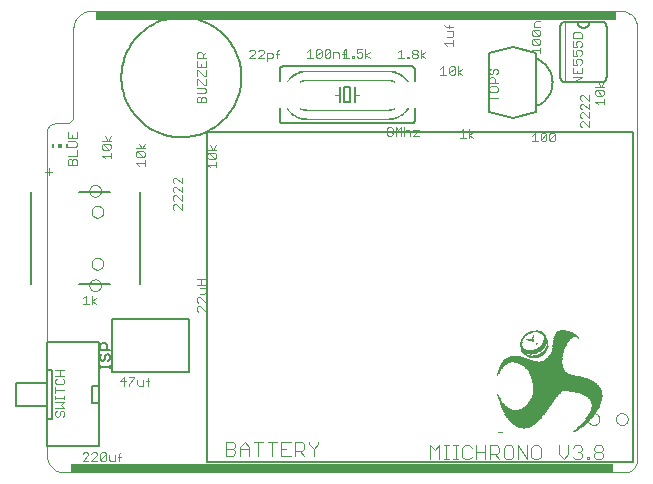
<source format=gto>
G75*
%MOIN*%
%OFA0B0*%
%FSLAX24Y24*%
%IPPOS*%
%LPD*%
%AMOC8*
5,1,8,0,0,1.08239X$1,22.5*
%
%ADD10C,0.0000*%
%ADD11R,1.7323X0.0315*%
%ADD12R,1.8110X0.0315*%
%ADD13R,0.0024X0.0002*%
%ADD14R,0.0034X0.0002*%
%ADD15R,0.0038X0.0002*%
%ADD16R,0.0042X0.0002*%
%ADD17R,0.0046X0.0002*%
%ADD18R,0.0048X0.0002*%
%ADD19R,0.0050X0.0002*%
%ADD20R,0.0052X0.0002*%
%ADD21R,0.0054X0.0002*%
%ADD22R,0.0056X0.0002*%
%ADD23R,0.0058X0.0002*%
%ADD24R,0.0060X0.0002*%
%ADD25R,0.0060X0.0002*%
%ADD26R,0.0062X0.0002*%
%ADD27R,0.0062X0.0002*%
%ADD28R,0.0064X0.0002*%
%ADD29R,0.0066X0.0002*%
%ADD30R,0.0066X0.0002*%
%ADD31R,0.0068X0.0002*%
%ADD32R,0.0070X0.0002*%
%ADD33R,0.0072X0.0002*%
%ADD34R,0.0072X0.0002*%
%ADD35R,0.0074X0.0002*%
%ADD36R,0.0074X0.0002*%
%ADD37R,0.0076X0.0002*%
%ADD38R,0.0076X0.0002*%
%ADD39R,0.0076X0.0002*%
%ADD40R,0.0078X0.0002*%
%ADD41R,0.0078X0.0002*%
%ADD42R,0.0080X0.0002*%
%ADD43R,0.0080X0.0002*%
%ADD44R,0.0082X0.0002*%
%ADD45R,0.0082X0.0002*%
%ADD46R,0.0084X0.0002*%
%ADD47R,0.0084X0.0002*%
%ADD48R,0.0086X0.0002*%
%ADD49R,0.0086X0.0002*%
%ADD50R,0.0088X0.0002*%
%ADD51R,0.0088X0.0002*%
%ADD52R,0.0090X0.0002*%
%ADD53R,0.0090X0.0002*%
%ADD54R,0.0092X0.0002*%
%ADD55R,0.0092X0.0002*%
%ADD56R,0.0094X0.0002*%
%ADD57R,0.0094X0.0002*%
%ADD58R,0.0096X0.0002*%
%ADD59R,0.0098X0.0002*%
%ADD60R,0.0128X0.0002*%
%ADD61R,0.0098X0.0002*%
%ADD62R,0.0156X0.0002*%
%ADD63R,0.0098X0.0002*%
%ADD64R,0.0180X0.0002*%
%ADD65R,0.0100X0.0002*%
%ADD66R,0.0204X0.0002*%
%ADD67R,0.0222X0.0002*%
%ADD68R,0.0100X0.0002*%
%ADD69R,0.0240X0.0002*%
%ADD70R,0.0102X0.0002*%
%ADD71R,0.0256X0.0002*%
%ADD72R,0.0102X0.0002*%
%ADD73R,0.0272X0.0002*%
%ADD74R,0.0104X0.0002*%
%ADD75R,0.0286X0.0002*%
%ADD76R,0.0104X0.0002*%
%ADD77R,0.0302X0.0002*%
%ADD78R,0.0104X0.0002*%
%ADD79R,0.0314X0.0002*%
%ADD80R,0.0106X0.0002*%
%ADD81R,0.0326X0.0002*%
%ADD82R,0.0106X0.0002*%
%ADD83R,0.0338X0.0002*%
%ADD84R,0.0348X0.0002*%
%ADD85R,0.0106X0.0002*%
%ADD86R,0.0360X0.0002*%
%ADD87R,0.0106X0.0002*%
%ADD88R,0.0368X0.0002*%
%ADD89R,0.0378X0.0002*%
%ADD90R,0.0108X0.0002*%
%ADD91R,0.0386X0.0002*%
%ADD92R,0.0108X0.0002*%
%ADD93R,0.0398X0.0002*%
%ADD94R,0.0108X0.0002*%
%ADD95R,0.0406X0.0002*%
%ADD96R,0.0416X0.0002*%
%ADD97R,0.0110X0.0002*%
%ADD98R,0.0424X0.0002*%
%ADD99R,0.0110X0.0002*%
%ADD100R,0.0432X0.0002*%
%ADD101R,0.0440X0.0002*%
%ADD102R,0.0112X0.0002*%
%ADD103R,0.0448X0.0002*%
%ADD104R,0.0112X0.0002*%
%ADD105R,0.0456X0.0002*%
%ADD106R,0.0466X0.0002*%
%ADD107R,0.0474X0.0002*%
%ADD108R,0.0114X0.0002*%
%ADD109R,0.0482X0.0002*%
%ADD110R,0.0114X0.0002*%
%ADD111R,0.0488X0.0002*%
%ADD112R,0.0114X0.0002*%
%ADD113R,0.0496X0.0002*%
%ADD114R,0.0504X0.0002*%
%ADD115R,0.0116X0.0002*%
%ADD116R,0.0512X0.0002*%
%ADD117R,0.0116X0.0002*%
%ADD118R,0.0520X0.0002*%
%ADD119R,0.0528X0.0002*%
%ADD120R,0.0116X0.0002*%
%ADD121R,0.0534X0.0002*%
%ADD122R,0.0118X0.0002*%
%ADD123R,0.0542X0.0002*%
%ADD124R,0.0118X0.0002*%
%ADD125R,0.0550X0.0002*%
%ADD126R,0.0556X0.0002*%
%ADD127R,0.0118X0.0002*%
%ADD128R,0.0562X0.0002*%
%ADD129R,0.0120X0.0002*%
%ADD130R,0.0570X0.0002*%
%ADD131R,0.0122X0.0002*%
%ADD132R,0.0578X0.0002*%
%ADD133R,0.0122X0.0002*%
%ADD134R,0.0584X0.0002*%
%ADD135R,0.0590X0.0002*%
%ADD136R,0.0122X0.0002*%
%ADD137R,0.0596X0.0002*%
%ADD138R,0.0124X0.0002*%
%ADD139R,0.0604X0.0002*%
%ADD140R,0.0124X0.0002*%
%ADD141R,0.0608X0.0002*%
%ADD142R,0.0616X0.0002*%
%ADD143R,0.0622X0.0002*%
%ADD144R,0.0124X0.0002*%
%ADD145R,0.0630X0.0002*%
%ADD146R,0.0126X0.0002*%
%ADD147R,0.0634X0.0002*%
%ADD148R,0.0126X0.0002*%
%ADD149R,0.0642X0.0002*%
%ADD150R,0.0646X0.0002*%
%ADD151R,0.0126X0.0002*%
%ADD152R,0.0654X0.0002*%
%ADD153R,0.0660X0.0002*%
%ADD154R,0.0664X0.0002*%
%ADD155R,0.0672X0.0002*%
%ADD156R,0.0128X0.0002*%
%ADD157R,0.0676X0.0002*%
%ADD158R,0.0684X0.0002*%
%ADD159R,0.0128X0.0002*%
%ADD160R,0.0688X0.0002*%
%ADD161R,0.0128X0.0002*%
%ADD162R,0.0694X0.0002*%
%ADD163R,0.0700X0.0002*%
%ADD164R,0.0130X0.0002*%
%ADD165R,0.0706X0.0002*%
%ADD166R,0.0132X0.0002*%
%ADD167R,0.0710X0.0002*%
%ADD168R,0.0132X0.0002*%
%ADD169R,0.0716X0.0002*%
%ADD170R,0.0132X0.0002*%
%ADD171R,0.0722X0.0002*%
%ADD172R,0.0728X0.0002*%
%ADD173R,0.0132X0.0002*%
%ADD174R,0.0732X0.0002*%
%ADD175R,0.0738X0.0002*%
%ADD176R,0.0134X0.0002*%
%ADD177R,0.0744X0.0002*%
%ADD178R,0.0134X0.0002*%
%ADD179R,0.0748X0.0002*%
%ADD180R,0.0754X0.0002*%
%ADD181R,0.0134X0.0002*%
%ADD182R,0.0758X0.0002*%
%ADD183R,0.0762X0.0002*%
%ADD184R,0.0770X0.0002*%
%ADD185R,0.0136X0.0002*%
%ADD186R,0.0774X0.0002*%
%ADD187R,0.0136X0.0002*%
%ADD188R,0.0778X0.0002*%
%ADD189R,0.0138X0.0002*%
%ADD190R,0.0784X0.0002*%
%ADD191R,0.0138X0.0002*%
%ADD192R,0.0788X0.0002*%
%ADD193R,0.0138X0.0002*%
%ADD194R,0.0792X0.0002*%
%ADD195R,0.0800X0.0002*%
%ADD196R,0.0804X0.0002*%
%ADD197R,0.0808X0.0002*%
%ADD198R,0.0814X0.0002*%
%ADD199R,0.0818X0.0002*%
%ADD200R,0.0140X0.0002*%
%ADD201R,0.0822X0.0002*%
%ADD202R,0.0142X0.0002*%
%ADD203R,0.0826X0.0002*%
%ADD204R,0.0142X0.0002*%
%ADD205R,0.0832X0.0002*%
%ADD206R,0.0142X0.0002*%
%ADD207R,0.0836X0.0002*%
%ADD208R,0.0840X0.0002*%
%ADD209R,0.0844X0.0002*%
%ADD210R,0.0848X0.0002*%
%ADD211R,0.0856X0.0002*%
%ADD212R,0.0144X0.0002*%
%ADD213R,0.0860X0.0002*%
%ADD214R,0.0144X0.0002*%
%ADD215R,0.0864X0.0002*%
%ADD216R,0.0144X0.0002*%
%ADD217R,0.0868X0.0002*%
%ADD218R,0.0872X0.0002*%
%ADD219R,0.0876X0.0002*%
%ADD220R,0.0146X0.0002*%
%ADD221R,0.0882X0.0002*%
%ADD222R,0.0886X0.0002*%
%ADD223R,0.0148X0.0002*%
%ADD224R,0.0890X0.0002*%
%ADD225R,0.0148X0.0002*%
%ADD226R,0.0894X0.0002*%
%ADD227R,0.0148X0.0002*%
%ADD228R,0.0898X0.0002*%
%ADD229R,0.0902X0.0002*%
%ADD230R,0.0148X0.0002*%
%ADD231R,0.0906X0.0002*%
%ADD232R,0.0910X0.0002*%
%ADD233R,0.0914X0.0002*%
%ADD234R,0.0150X0.0002*%
%ADD235R,0.0918X0.0002*%
%ADD236R,0.0150X0.0002*%
%ADD237R,0.0922X0.0002*%
%ADD238R,0.0926X0.0002*%
%ADD239R,0.0930X0.0002*%
%ADD240R,0.0934X0.0002*%
%ADD241R,0.0938X0.0002*%
%ADD242R,0.0152X0.0002*%
%ADD243R,0.0942X0.0002*%
%ADD244R,0.0152X0.0002*%
%ADD245R,0.0946X0.0002*%
%ADD246R,0.0152X0.0002*%
%ADD247R,0.0950X0.0002*%
%ADD248R,0.0954X0.0002*%
%ADD249R,0.0152X0.0002*%
%ADD250R,0.0958X0.0002*%
%ADD251R,0.0962X0.0002*%
%ADD252R,0.0154X0.0002*%
%ADD253R,0.0966X0.0002*%
%ADD254R,0.0154X0.0002*%
%ADD255R,0.0968X0.0002*%
%ADD256R,0.0972X0.0002*%
%ADD257R,0.0154X0.0002*%
%ADD258R,0.0976X0.0002*%
%ADD259R,0.0980X0.0002*%
%ADD260R,0.0156X0.0002*%
%ADD261R,0.0984X0.0002*%
%ADD262R,0.0988X0.0002*%
%ADD263R,0.0992X0.0002*%
%ADD264R,0.0156X0.0002*%
%ADD265R,0.0996X0.0002*%
%ADD266R,0.0998X0.0002*%
%ADD267R,0.0158X0.0002*%
%ADD268R,0.1002X0.0002*%
%ADD269R,0.0158X0.0002*%
%ADD270R,0.1006X0.0002*%
%ADD271R,0.0158X0.0002*%
%ADD272R,0.1010X0.0002*%
%ADD273R,0.0158X0.0002*%
%ADD274R,0.1014X0.0002*%
%ADD275R,0.1018X0.0002*%
%ADD276R,0.0160X0.0002*%
%ADD277R,0.1020X0.0002*%
%ADD278R,0.0160X0.0002*%
%ADD279R,0.1024X0.0002*%
%ADD280R,0.1026X0.0002*%
%ADD281R,0.1030X0.0002*%
%ADD282R,0.0162X0.0002*%
%ADD283R,0.1034X0.0002*%
%ADD284R,0.0162X0.0002*%
%ADD285R,0.1038X0.0002*%
%ADD286R,0.0162X0.0002*%
%ADD287R,0.1040X0.0002*%
%ADD288R,0.1044X0.0002*%
%ADD289R,0.0162X0.0002*%
%ADD290R,0.1048X0.0002*%
%ADD291R,0.0164X0.0002*%
%ADD292R,0.1052X0.0002*%
%ADD293R,0.1056X0.0002*%
%ADD294R,0.0164X0.0002*%
%ADD295R,0.1058X0.0002*%
%ADD296R,0.1060X0.0002*%
%ADD297R,0.0166X0.0002*%
%ADD298R,0.1064X0.0002*%
%ADD299R,0.0166X0.0002*%
%ADD300R,0.1068X0.0002*%
%ADD301R,0.1072X0.0002*%
%ADD302R,0.0166X0.0002*%
%ADD303R,0.1074X0.0002*%
%ADD304R,0.0168X0.0002*%
%ADD305R,0.1078X0.0002*%
%ADD306R,0.1082X0.0002*%
%ADD307R,0.1086X0.0002*%
%ADD308R,0.1086X0.0002*%
%ADD309R,0.0168X0.0002*%
%ADD310R,0.1090X0.0002*%
%ADD311R,0.1094X0.0002*%
%ADD312R,0.0168X0.0002*%
%ADD313R,0.1056X0.0002*%
%ADD314R,0.0040X0.0002*%
%ADD315R,0.0168X0.0002*%
%ADD316R,0.0170X0.0002*%
%ADD317R,0.1058X0.0002*%
%ADD318R,0.0040X0.0002*%
%ADD319R,0.0170X0.0002*%
%ADD320R,0.1060X0.0002*%
%ADD321R,0.0038X0.0002*%
%ADD322R,0.1064X0.0002*%
%ADD323R,0.0038X0.0002*%
%ADD324R,0.0172X0.0002*%
%ADD325R,0.0172X0.0002*%
%ADD326R,0.1068X0.0002*%
%ADD327R,0.1074X0.0002*%
%ADD328R,0.1080X0.0002*%
%ADD329R,0.1124X0.0002*%
%ADD330R,0.0172X0.0002*%
%ADD331R,0.1128X0.0002*%
%ADD332R,0.1132X0.0002*%
%ADD333R,0.0174X0.0002*%
%ADD334R,0.1134X0.0002*%
%ADD335R,0.0174X0.0002*%
%ADD336R,0.1138X0.0002*%
%ADD337R,0.0174X0.0002*%
%ADD338R,0.1142X0.0002*%
%ADD339R,0.1144X0.0002*%
%ADD340R,0.0176X0.0002*%
%ADD341R,0.1146X0.0002*%
%ADD342R,0.1150X0.0002*%
%ADD343R,0.0174X0.0002*%
%ADD344R,0.1154X0.0002*%
%ADD345R,0.1156X0.0002*%
%ADD346R,0.0176X0.0002*%
%ADD347R,0.1158X0.0002*%
%ADD348R,0.0176X0.0002*%
%ADD349R,0.1162X0.0002*%
%ADD350R,0.0178X0.0002*%
%ADD351R,0.1164X0.0002*%
%ADD352R,0.0178X0.0002*%
%ADD353R,0.1168X0.0002*%
%ADD354R,0.1172X0.0002*%
%ADD355R,0.0178X0.0002*%
%ADD356R,0.1174X0.0002*%
%ADD357R,0.0178X0.0002*%
%ADD358R,0.1176X0.0002*%
%ADD359R,0.1180X0.0002*%
%ADD360R,0.1184X0.0002*%
%ADD361R,0.1186X0.0002*%
%ADD362R,0.0180X0.0002*%
%ADD363R,0.1188X0.0002*%
%ADD364R,0.1192X0.0002*%
%ADD365R,0.1194X0.0002*%
%ADD366R,0.1198X0.0002*%
%ADD367R,0.1200X0.0002*%
%ADD368R,0.0182X0.0002*%
%ADD369R,0.1202X0.0002*%
%ADD370R,0.0182X0.0002*%
%ADD371R,0.1206X0.0002*%
%ADD372R,0.0182X0.0002*%
%ADD373R,0.1210X0.0002*%
%ADD374R,0.1210X0.0002*%
%ADD375R,0.1214X0.0002*%
%ADD376R,0.0184X0.0002*%
%ADD377R,0.1216X0.0002*%
%ADD378R,0.0184X0.0002*%
%ADD379R,0.1220X0.0002*%
%ADD380R,0.0184X0.0002*%
%ADD381R,0.1222X0.0002*%
%ADD382R,0.0186X0.0002*%
%ADD383R,0.1224X0.0002*%
%ADD384R,0.1228X0.0002*%
%ADD385R,0.1232X0.0002*%
%ADD386R,0.0186X0.0002*%
%ADD387R,0.1234X0.0002*%
%ADD388R,0.1236X0.0002*%
%ADD389R,0.1240X0.0002*%
%ADD390R,0.1242X0.0002*%
%ADD391R,0.1246X0.0002*%
%ADD392R,0.0186X0.0002*%
%ADD393R,0.0188X0.0002*%
%ADD394R,0.1250X0.0002*%
%ADD395R,0.0188X0.0002*%
%ADD396R,0.1254X0.0002*%
%ADD397R,0.0188X0.0002*%
%ADD398R,0.1254X0.0002*%
%ADD399R,0.0188X0.0002*%
%ADD400R,0.1258X0.0002*%
%ADD401R,0.1262X0.0002*%
%ADD402R,0.0190X0.0002*%
%ADD403R,0.1264X0.0002*%
%ADD404R,0.0190X0.0002*%
%ADD405R,0.1266X0.0002*%
%ADD406R,0.1268X0.0002*%
%ADD407R,0.1272X0.0002*%
%ADD408R,0.1276X0.0002*%
%ADD409R,0.0192X0.0002*%
%ADD410R,0.1276X0.0002*%
%ADD411R,0.1280X0.0002*%
%ADD412R,0.0192X0.0002*%
%ADD413R,0.1282X0.0002*%
%ADD414R,0.0192X0.0002*%
%ADD415R,0.1286X0.0002*%
%ADD416R,0.1288X0.0002*%
%ADD417R,0.1290X0.0002*%
%ADD418R,0.0192X0.0002*%
%ADD419R,0.1294X0.0002*%
%ADD420R,0.0194X0.0002*%
%ADD421R,0.1294X0.0002*%
%ADD422R,0.0194X0.0002*%
%ADD423R,0.1298X0.0002*%
%ADD424R,0.1300X0.0002*%
%ADD425R,0.1304X0.0002*%
%ADD426R,0.0194X0.0002*%
%ADD427R,0.1306X0.0002*%
%ADD428R,0.0196X0.0002*%
%ADD429R,0.1308X0.0002*%
%ADD430R,0.0196X0.0002*%
%ADD431R,0.1312X0.0002*%
%ADD432R,0.0196X0.0002*%
%ADD433R,0.1316X0.0002*%
%ADD434R,0.1318X0.0002*%
%ADD435R,0.1322X0.0002*%
%ADD436R,0.1324X0.0002*%
%ADD437R,0.0198X0.0002*%
%ADD438R,0.1326X0.0002*%
%ADD439R,0.0198X0.0002*%
%ADD440R,0.1330X0.0002*%
%ADD441R,0.0198X0.0002*%
%ADD442R,0.1330X0.0002*%
%ADD443R,0.1334X0.0002*%
%ADD444R,0.0200X0.0002*%
%ADD445R,0.1336X0.0002*%
%ADD446R,0.0200X0.0002*%
%ADD447R,0.1340X0.0002*%
%ADD448R,0.1342X0.0002*%
%ADD449R,0.1344X0.0002*%
%ADD450R,0.0202X0.0002*%
%ADD451R,0.1348X0.0002*%
%ADD452R,0.1348X0.0002*%
%ADD453R,0.1352X0.0002*%
%ADD454R,0.1354X0.0002*%
%ADD455R,0.0202X0.0002*%
%ADD456R,0.1358X0.0002*%
%ADD457R,0.1358X0.0002*%
%ADD458R,0.0202X0.0002*%
%ADD459R,0.1362X0.0002*%
%ADD460R,0.0204X0.0002*%
%ADD461R,0.1364X0.0002*%
%ADD462R,0.1366X0.0002*%
%ADD463R,0.0204X0.0002*%
%ADD464R,0.1368X0.0002*%
%ADD465R,0.1372X0.0002*%
%ADD466R,0.1374X0.0002*%
%ADD467R,0.1376X0.0002*%
%ADD468R,0.0206X0.0002*%
%ADD469R,0.1380X0.0002*%
%ADD470R,0.1382X0.0002*%
%ADD471R,0.1384X0.0002*%
%ADD472R,0.0208X0.0002*%
%ADD473R,0.1386X0.0002*%
%ADD474R,0.0206X0.0002*%
%ADD475R,0.1390X0.0002*%
%ADD476R,0.0208X0.0002*%
%ADD477R,0.1390X0.0002*%
%ADD478R,0.0208X0.0002*%
%ADD479R,0.1394X0.0002*%
%ADD480R,0.0208X0.0002*%
%ADD481R,0.1396X0.0002*%
%ADD482R,0.1398X0.0002*%
%ADD483R,0.0210X0.0002*%
%ADD484R,0.1400X0.0002*%
%ADD485R,0.1404X0.0002*%
%ADD486R,0.0210X0.0002*%
%ADD487R,0.1406X0.0002*%
%ADD488R,0.1408X0.0002*%
%ADD489R,0.1410X0.0002*%
%ADD490R,0.1414X0.0002*%
%ADD491R,0.0212X0.0002*%
%ADD492R,0.1414X0.0002*%
%ADD493R,0.0212X0.0002*%
%ADD494R,0.1418X0.0002*%
%ADD495R,0.0212X0.0002*%
%ADD496R,0.1420X0.0002*%
%ADD497R,0.0214X0.0002*%
%ADD498R,0.1422X0.0002*%
%ADD499R,0.1424X0.0002*%
%ADD500R,0.0214X0.0002*%
%ADD501R,0.1428X0.0002*%
%ADD502R,0.0214X0.0002*%
%ADD503R,0.1430X0.0002*%
%ADD504R,0.0214X0.0002*%
%ADD505R,0.1432X0.0002*%
%ADD506R,0.0216X0.0002*%
%ADD507R,0.1434X0.0002*%
%ADD508R,0.1438X0.0002*%
%ADD509R,0.0216X0.0002*%
%ADD510R,0.1438X0.0002*%
%ADD511R,0.0216X0.0002*%
%ADD512R,0.1442X0.0002*%
%ADD513R,0.0216X0.0002*%
%ADD514R,0.1444X0.0002*%
%ADD515R,0.0218X0.0002*%
%ADD516R,0.1446X0.0002*%
%ADD517R,0.0218X0.0002*%
%ADD518R,0.1448X0.0002*%
%ADD519R,0.1452X0.0002*%
%ADD520R,0.1454X0.0002*%
%ADD521R,0.0218X0.0002*%
%ADD522R,0.1456X0.0002*%
%ADD523R,0.0220X0.0002*%
%ADD524R,0.0394X0.0002*%
%ADD525R,0.1010X0.0002*%
%ADD526R,0.0220X0.0002*%
%ADD527R,0.0376X0.0002*%
%ADD528R,0.0990X0.0002*%
%ADD529R,0.0362X0.0002*%
%ADD530R,0.0976X0.0002*%
%ADD531R,0.0350X0.0002*%
%ADD532R,0.0966X0.0002*%
%ADD533R,0.0342X0.0002*%
%ADD534R,0.0958X0.0002*%
%ADD535R,0.0332X0.0002*%
%ADD536R,0.0224X0.0002*%
%ADD537R,0.0326X0.0002*%
%ADD538R,0.0222X0.0002*%
%ADD539R,0.0320X0.0002*%
%ADD540R,0.0938X0.0002*%
%ADD541R,0.0224X0.0002*%
%ADD542R,0.0314X0.0002*%
%ADD543R,0.0932X0.0002*%
%ADD544R,0.0222X0.0002*%
%ADD545R,0.0308X0.0002*%
%ADD546R,0.0304X0.0002*%
%ADD547R,0.0922X0.0002*%
%ADD548R,0.0226X0.0002*%
%ADD549R,0.0298X0.0002*%
%ADD550R,0.0294X0.0002*%
%ADD551R,0.0912X0.0002*%
%ADD552R,0.0226X0.0002*%
%ADD553R,0.0288X0.0002*%
%ADD554R,0.0908X0.0002*%
%ADD555R,0.0286X0.0002*%
%ADD556R,0.0904X0.0002*%
%ADD557R,0.0228X0.0002*%
%ADD558R,0.0280X0.0002*%
%ADD559R,0.0900X0.0002*%
%ADD560R,0.0276X0.0002*%
%ADD561R,0.0896X0.0002*%
%ADD562R,0.0228X0.0002*%
%ADD563R,0.0272X0.0002*%
%ADD564R,0.0230X0.0002*%
%ADD565R,0.0268X0.0002*%
%ADD566R,0.0228X0.0002*%
%ADD567R,0.0266X0.0002*%
%ADD568R,0.0262X0.0002*%
%ADD569R,0.0884X0.0002*%
%ADD570R,0.0230X0.0002*%
%ADD571R,0.0260X0.0002*%
%ADD572R,0.0880X0.0002*%
%ADD573R,0.0254X0.0002*%
%ADD574R,0.0876X0.0002*%
%ADD575R,0.0252X0.0002*%
%ADD576R,0.0874X0.0002*%
%ADD577R,0.0232X0.0002*%
%ADD578R,0.0250X0.0002*%
%ADD579R,0.0232X0.0002*%
%ADD580R,0.0246X0.0002*%
%ADD581R,0.0870X0.0002*%
%ADD582R,0.0232X0.0002*%
%ADD583R,0.0244X0.0002*%
%ADD584R,0.0866X0.0002*%
%ADD585R,0.0234X0.0002*%
%ADD586R,0.0240X0.0002*%
%ADD587R,0.0864X0.0002*%
%ADD588R,0.0234X0.0002*%
%ADD589R,0.0238X0.0002*%
%ADD590R,0.0862X0.0002*%
%ADD591R,0.0858X0.0002*%
%ADD592R,0.0234X0.0002*%
%ADD593R,0.0858X0.0002*%
%ADD594R,0.0236X0.0002*%
%ADD595R,0.0856X0.0002*%
%ADD596R,0.0852X0.0002*%
%ADD597R,0.0236X0.0002*%
%ADD598R,0.0850X0.0002*%
%ADD599R,0.0222X0.0002*%
%ADD600R,0.0850X0.0002*%
%ADD601R,0.0238X0.0002*%
%ADD602R,0.0848X0.0002*%
%ADD603R,0.0238X0.0002*%
%ADD604R,0.0844X0.0002*%
%ADD605R,0.0238X0.0002*%
%ADD606R,0.0842X0.0002*%
%ADD607R,0.0838X0.0002*%
%ADD608R,0.0838X0.0002*%
%ADD609R,0.0242X0.0002*%
%ADD610R,0.0206X0.0002*%
%ADD611R,0.0834X0.0002*%
%ADD612R,0.0242X0.0002*%
%ADD613R,0.0830X0.0002*%
%ADD614R,0.0244X0.0002*%
%ADD615R,0.0830X0.0002*%
%ADD616R,0.0246X0.0002*%
%ADD617R,0.0826X0.0002*%
%ADD618R,0.0246X0.0002*%
%ADD619R,0.0826X0.0002*%
%ADD620R,0.0822X0.0002*%
%ADD621R,0.0248X0.0002*%
%ADD622R,0.0820X0.0002*%
%ADD623R,0.0820X0.0002*%
%ADD624R,0.0248X0.0002*%
%ADD625R,0.0816X0.0002*%
%ADD626R,0.0248X0.0002*%
%ADD627R,0.0816X0.0002*%
%ADD628R,0.0816X0.0002*%
%ADD629R,0.0250X0.0002*%
%ADD630R,0.0812X0.0002*%
%ADD631R,0.0252X0.0002*%
%ADD632R,0.0812X0.0002*%
%ADD633R,0.0808X0.0002*%
%ADD634R,0.0252X0.0002*%
%ADD635R,0.0254X0.0002*%
%ADD636R,0.0806X0.0002*%
%ADD637R,0.0256X0.0002*%
%ADD638R,0.0166X0.0002*%
%ADD639R,0.0804X0.0002*%
%ADD640R,0.0256X0.0002*%
%ADD641R,0.0258X0.0002*%
%ADD642R,0.0804X0.0002*%
%ADD643R,0.0800X0.0002*%
%ADD644R,0.0258X0.0002*%
%ADD645R,0.0258X0.0002*%
%ADD646R,0.0260X0.0002*%
%ADD647R,0.0798X0.0002*%
%ADD648R,0.0796X0.0002*%
%ADD649R,0.0796X0.0002*%
%ADD650R,0.0262X0.0002*%
%ADD651R,0.0794X0.0002*%
%ADD652R,0.0264X0.0002*%
%ADD653R,0.0794X0.0002*%
%ADD654R,0.0264X0.0002*%
%ADD655R,0.0792X0.0002*%
%ADD656R,0.0266X0.0002*%
%ADD657R,0.0792X0.0002*%
%ADD658R,0.0790X0.0002*%
%ADD659R,0.0266X0.0002*%
%ADD660R,0.0788X0.0002*%
%ADD661R,0.0788X0.0002*%
%ADD662R,0.0268X0.0002*%
%ADD663R,0.0140X0.0002*%
%ADD664R,0.0786X0.0002*%
%ADD665R,0.0270X0.0002*%
%ADD666R,0.0786X0.0002*%
%ADD667R,0.0270X0.0002*%
%ADD668R,0.0272X0.0002*%
%ADD669R,0.0784X0.0002*%
%ADD670R,0.0272X0.0002*%
%ADD671R,0.0274X0.0002*%
%ADD672R,0.0274X0.0002*%
%ADD673R,0.0130X0.0002*%
%ADD674R,0.0782X0.0002*%
%ADD675R,0.0782X0.0002*%
%ADD676R,0.0276X0.0002*%
%ADD677R,0.0278X0.0002*%
%ADD678R,0.0780X0.0002*%
%ADD679R,0.0278X0.0002*%
%ADD680R,0.0780X0.0002*%
%ADD681R,0.0282X0.0002*%
%ADD682R,0.0282X0.0002*%
%ADD683R,0.0778X0.0002*%
%ADD684R,0.0284X0.0002*%
%ADD685R,0.0284X0.0002*%
%ADD686R,0.0120X0.0002*%
%ADD687R,0.0776X0.0002*%
%ADD688R,0.0118X0.0002*%
%ADD689R,0.0776X0.0002*%
%ADD690R,0.0286X0.0002*%
%ADD691R,0.0778X0.0002*%
%ADD692R,0.0776X0.0002*%
%ADD693R,0.0288X0.0002*%
%ADD694R,0.0288X0.0002*%
%ADD695R,0.0112X0.0002*%
%ADD696R,0.0290X0.0002*%
%ADD697R,0.0774X0.0002*%
%ADD698R,0.0290X0.0002*%
%ADD699R,0.0774X0.0002*%
%ADD700R,0.0294X0.0002*%
%ADD701R,0.0294X0.0002*%
%ADD702R,0.0774X0.0002*%
%ADD703R,0.0296X0.0002*%
%ADD704R,0.0296X0.0002*%
%ADD705R,0.0108X0.0002*%
%ADD706R,0.0772X0.0002*%
%ADD707R,0.0298X0.0002*%
%ADD708R,0.0772X0.0002*%
%ADD709R,0.0300X0.0002*%
%ADD710R,0.0302X0.0002*%
%ADD711R,0.0102X0.0002*%
%ADD712R,0.0772X0.0002*%
%ADD713R,0.0302X0.0002*%
%ADD714R,0.0306X0.0002*%
%ADD715R,0.0306X0.0002*%
%ADD716R,0.0308X0.0002*%
%ADD717R,0.0094X0.0002*%
%ADD718R,0.0772X0.0002*%
%ADD719R,0.0310X0.0002*%
%ADD720R,0.0312X0.0002*%
%ADD721R,0.0092X0.0002*%
%ADD722R,0.0312X0.0002*%
%ADD723R,0.0316X0.0002*%
%ADD724R,0.0316X0.0002*%
%ADD725R,0.0088X0.0002*%
%ADD726R,0.0320X0.0002*%
%ADD727R,0.0086X0.0002*%
%ADD728R,0.0324X0.0002*%
%ADD729R,0.0324X0.0002*%
%ADD730R,0.0084X0.0002*%
%ADD731R,0.0328X0.0002*%
%ADD732R,0.0082X0.0002*%
%ADD733R,0.0328X0.0002*%
%ADD734R,0.0330X0.0002*%
%ADD735R,0.0078X0.0002*%
%ADD736R,0.0330X0.0002*%
%ADD737R,0.0078X0.0002*%
%ADD738R,0.0334X0.0002*%
%ADD739R,0.0334X0.0002*%
%ADD740R,0.0338X0.0002*%
%ADD741R,0.0338X0.0002*%
%ADD742R,0.0340X0.0002*%
%ADD743R,0.0342X0.0002*%
%ADD744R,0.0344X0.0002*%
%ADD745R,0.0072X0.0002*%
%ADD746R,0.0344X0.0002*%
%ADD747R,0.0776X0.0002*%
%ADD748R,0.0346X0.0002*%
%ADD749R,0.0346X0.0002*%
%ADD750R,0.0350X0.0002*%
%ADD751R,0.0068X0.0002*%
%ADD752R,0.0068X0.0002*%
%ADD753R,0.0352X0.0002*%
%ADD754R,0.0778X0.0002*%
%ADD755R,0.0354X0.0002*%
%ADD756R,0.0356X0.0002*%
%ADD757R,0.0356X0.0002*%
%ADD758R,0.0358X0.0002*%
%ADD759R,0.0362X0.0002*%
%ADD760R,0.0364X0.0002*%
%ADD761R,0.0062X0.0002*%
%ADD762R,0.0364X0.0002*%
%ADD763R,0.0366X0.0002*%
%ADD764R,0.0782X0.0002*%
%ADD765R,0.0370X0.0002*%
%ADD766R,0.0370X0.0002*%
%ADD767R,0.0058X0.0002*%
%ADD768R,0.0372X0.0002*%
%ADD769R,0.0056X0.0002*%
%ADD770R,0.0374X0.0002*%
%ADD771R,0.0380X0.0002*%
%ADD772R,0.0054X0.0002*%
%ADD773R,0.0784X0.0002*%
%ADD774R,0.0380X0.0002*%
%ADD775R,0.0382X0.0002*%
%ADD776R,0.0384X0.0002*%
%ADD777R,0.0384X0.0002*%
%ADD778R,0.0052X0.0002*%
%ADD779R,0.0786X0.0002*%
%ADD780R,0.0388X0.0002*%
%ADD781R,0.0052X0.0002*%
%ADD782R,0.0390X0.0002*%
%ADD783R,0.0052X0.0002*%
%ADD784R,0.0390X0.0002*%
%ADD785R,0.0790X0.0002*%
%ADD786R,0.0392X0.0002*%
%ADD787R,0.0394X0.0002*%
%ADD788R,0.0396X0.0002*%
%ADD789R,0.0048X0.0002*%
%ADD790R,0.0792X0.0002*%
%ADD791R,0.0398X0.0002*%
%ADD792R,0.0048X0.0002*%
%ADD793R,0.0400X0.0002*%
%ADD794R,0.0402X0.0002*%
%ADD795R,0.0404X0.0002*%
%ADD796R,0.0046X0.0002*%
%ADD797R,0.0406X0.0002*%
%ADD798R,0.0046X0.0002*%
%ADD799R,0.0044X0.0002*%
%ADD800R,0.0796X0.0002*%
%ADD801R,0.0408X0.0002*%
%ADD802R,0.0044X0.0002*%
%ADD803R,0.0412X0.0002*%
%ADD804R,0.0044X0.0002*%
%ADD805R,0.0414X0.0002*%
%ADD806R,0.0042X0.0002*%
%ADD807R,0.0798X0.0002*%
%ADD808R,0.0418X0.0002*%
%ADD809R,0.0042X0.0002*%
%ADD810R,0.0420X0.0002*%
%ADD811R,0.0422X0.0002*%
%ADD812R,0.0424X0.0002*%
%ADD813R,0.0802X0.0002*%
%ADD814R,0.0428X0.0002*%
%ADD815R,0.0430X0.0002*%
%ADD816R,0.0802X0.0002*%
%ADD817R,0.0432X0.0002*%
%ADD818R,0.0038X0.0002*%
%ADD819R,0.0434X0.0002*%
%ADD820R,0.0036X0.0002*%
%ADD821R,0.0436X0.0002*%
%ADD822R,0.0438X0.0002*%
%ADD823R,0.0036X0.0002*%
%ADD824R,0.0806X0.0002*%
%ADD825R,0.0442X0.0002*%
%ADD826R,0.0034X0.0002*%
%ADD827R,0.0808X0.0002*%
%ADD828R,0.0444X0.0002*%
%ADD829R,0.0808X0.0002*%
%ADD830R,0.0446X0.0002*%
%ADD831R,0.0810X0.0002*%
%ADD832R,0.0450X0.0002*%
%ADD833R,0.0452X0.0002*%
%ADD834R,0.0032X0.0002*%
%ADD835R,0.0810X0.0002*%
%ADD836R,0.0456X0.0002*%
%ADD837R,0.0032X0.0002*%
%ADD838R,0.0812X0.0002*%
%ADD839R,0.0458X0.0002*%
%ADD840R,0.0030X0.0002*%
%ADD841R,0.0812X0.0002*%
%ADD842R,0.0460X0.0002*%
%ADD843R,0.0814X0.0002*%
%ADD844R,0.0462X0.0002*%
%ADD845R,0.0464X0.0002*%
%ADD846R,0.0466X0.0002*%
%ADD847R,0.0028X0.0002*%
%ADD848R,0.0468X0.0002*%
%ADD849R,0.0028X0.0002*%
%ADD850R,0.0818X0.0002*%
%ADD851R,0.0472X0.0002*%
%ADD852R,0.0028X0.0002*%
%ADD853R,0.0818X0.0002*%
%ADD854R,0.0474X0.0002*%
%ADD855R,0.0028X0.0002*%
%ADD856R,0.0476X0.0002*%
%ADD857R,0.0026X0.0002*%
%ADD858R,0.0478X0.0002*%
%ADD859R,0.0026X0.0002*%
%ADD860R,0.0482X0.0002*%
%ADD861R,0.0024X0.0002*%
%ADD862R,0.0822X0.0002*%
%ADD863R,0.0484X0.0002*%
%ADD864R,0.0486X0.0002*%
%ADD865R,0.0824X0.0002*%
%ADD866R,0.0488X0.0002*%
%ADD867R,0.0494X0.0002*%
%ADD868R,0.0022X0.0002*%
%ADD869R,0.0828X0.0002*%
%ADD870R,0.0496X0.0002*%
%ADD871R,0.0022X0.0002*%
%ADD872R,0.0500X0.0002*%
%ADD873R,0.0024X0.0002*%
%ADD874R,0.0502X0.0002*%
%ADD875R,0.0022X0.0002*%
%ADD876R,0.0504X0.0002*%
%ADD877R,0.0508X0.0002*%
%ADD878R,0.0020X0.0002*%
%ADD879R,0.0832X0.0002*%
%ADD880R,0.0510X0.0002*%
%ADD881R,0.0020X0.0002*%
%ADD882R,0.0834X0.0002*%
%ADD883R,0.0514X0.0002*%
%ADD884R,0.0018X0.0002*%
%ADD885R,0.0832X0.0002*%
%ADD886R,0.0516X0.0002*%
%ADD887R,0.0018X0.0002*%
%ADD888R,0.0522X0.0002*%
%ADD889R,0.0836X0.0002*%
%ADD890R,0.0526X0.0002*%
%ADD891R,0.0016X0.0002*%
%ADD892R,0.0838X0.0002*%
%ADD893R,0.0528X0.0002*%
%ADD894R,0.0016X0.0002*%
%ADD895R,0.0532X0.0002*%
%ADD896R,0.0842X0.0002*%
%ADD897R,0.0536X0.0002*%
%ADD898R,0.0840X0.0002*%
%ADD899R,0.0538X0.0002*%
%ADD900R,0.0842X0.0002*%
%ADD901R,0.0014X0.0002*%
%ADD902R,0.0546X0.0002*%
%ADD903R,0.0014X0.0002*%
%ADD904R,0.0548X0.0002*%
%ADD905R,0.0012X0.0002*%
%ADD906R,0.0846X0.0002*%
%ADD907R,0.0552X0.0002*%
%ADD908R,0.0014X0.0002*%
%ADD909R,0.0012X0.0002*%
%ADD910R,0.0560X0.0002*%
%ADD911R,0.0012X0.0002*%
%ADD912R,0.0562X0.0002*%
%ADD913R,0.0010X0.0002*%
%ADD914R,0.0564X0.0002*%
%ADD915R,0.0010X0.0002*%
%ADD916R,0.0852X0.0002*%
%ADD917R,0.0568X0.0002*%
%ADD918R,0.0854X0.0002*%
%ADD919R,0.0572X0.0002*%
%ADD920R,0.0008X0.0002*%
%ADD921R,0.0854X0.0002*%
%ADD922R,0.0576X0.0002*%
%ADD923R,0.0580X0.0002*%
%ADD924R,0.0008X0.0002*%
%ADD925R,0.0584X0.0002*%
%ADD926R,0.0008X0.0002*%
%ADD927R,0.0588X0.0002*%
%ADD928R,0.0006X0.0002*%
%ADD929R,0.0592X0.0002*%
%ADD930R,0.0006X0.0002*%
%ADD931R,0.0862X0.0002*%
%ADD932R,0.0864X0.0002*%
%ADD933R,0.0600X0.0002*%
%ADD934R,0.0006X0.0002*%
%ADD935R,0.0604X0.0002*%
%ADD936R,0.0006X0.0002*%
%ADD937R,0.0864X0.0002*%
%ADD938R,0.0610X0.0002*%
%ADD939R,0.0004X0.0002*%
%ADD940R,0.0614X0.0002*%
%ADD941R,0.0004X0.0002*%
%ADD942R,0.0868X0.0002*%
%ADD943R,0.0618X0.0002*%
%ADD944R,0.0002X0.0002*%
%ADD945R,0.0622X0.0002*%
%ADD946R,0.0002X0.0002*%
%ADD947R,0.0870X0.0002*%
%ADD948R,0.0626X0.0002*%
%ADD949R,0.0872X0.0002*%
%ADD950R,0.0630X0.0002*%
%ADD951R,0.0002X0.0002*%
%ADD952R,0.0636X0.0002*%
%ADD953R,0.0002X0.0002*%
%ADD954R,0.0876X0.0002*%
%ADD955R,0.0640X0.0002*%
%ADD956R,0.0878X0.0002*%
%ADD957R,0.0878X0.0002*%
%ADD958R,0.0650X0.0002*%
%ADD959R,0.0656X0.0002*%
%ADD960R,0.0660X0.0002*%
%ADD961R,0.0884X0.0002*%
%ADD962R,0.0666X0.0002*%
%ADD963R,0.0886X0.0002*%
%ADD964R,0.0672X0.0002*%
%ADD965R,0.0674X0.0002*%
%ADD966R,0.0888X0.0002*%
%ADD967R,0.0680X0.0002*%
%ADD968R,0.0686X0.0002*%
%ADD969R,0.0892X0.0002*%
%ADD970R,0.0692X0.0002*%
%ADD971R,0.0894X0.0002*%
%ADD972R,0.0698X0.0002*%
%ADD973R,0.0894X0.0002*%
%ADD974R,0.0704X0.0002*%
%ADD975R,0.0898X0.0002*%
%ADD976R,0.0714X0.0002*%
%ADD977R,0.0900X0.0002*%
%ADD978R,0.0720X0.0002*%
%ADD979R,0.0728X0.0002*%
%ADD980R,0.0902X0.0002*%
%ADD981R,0.0734X0.0002*%
%ADD982R,0.0904X0.0002*%
%ADD983R,0.0740X0.0002*%
%ADD984R,0.0906X0.0002*%
%ADD985R,0.0748X0.0002*%
%ADD986R,0.0752X0.0002*%
%ADD987R,0.0908X0.0002*%
%ADD988R,0.0760X0.0002*%
%ADD989R,0.0910X0.0002*%
%ADD990R,0.0768X0.0002*%
%ADD991R,0.0912X0.0002*%
%ADD992R,0.0912X0.0002*%
%ADD993R,0.0916X0.0002*%
%ADD994R,0.0918X0.0002*%
%ADD995R,0.0806X0.0002*%
%ADD996R,0.0920X0.0002*%
%ADD997R,0.0922X0.0002*%
%ADD998R,0.0924X0.0002*%
%ADD999R,0.0928X0.0002*%
%ADD1000R,0.0932X0.0002*%
%ADD1001R,0.0934X0.0002*%
%ADD1002R,0.0936X0.0002*%
%ADD1003R,0.0898X0.0002*%
%ADD1004R,0.0940X0.0002*%
%ADD1005R,0.0942X0.0002*%
%ADD1006R,0.0944X0.0002*%
%ADD1007R,0.0944X0.0002*%
%ADD1008R,0.0956X0.0002*%
%ADD1009R,0.0948X0.0002*%
%ADD1010R,0.0968X0.0002*%
%ADD1011R,0.0982X0.0002*%
%ADD1012R,0.0952X0.0002*%
%ADD1013R,0.0996X0.0002*%
%ADD1014R,0.0956X0.0002*%
%ADD1015R,0.1026X0.0002*%
%ADD1016R,0.0958X0.0002*%
%ADD1017R,0.1044X0.0002*%
%ADD1018R,0.0960X0.0002*%
%ADD1019R,0.0964X0.0002*%
%ADD1020R,0.1078X0.0002*%
%ADD1021R,0.0966X0.0002*%
%ADD1022R,0.1098X0.0002*%
%ADD1023R,0.0968X0.0002*%
%ADD1024R,0.1122X0.0002*%
%ADD1025R,0.0972X0.0002*%
%ADD1026R,0.0974X0.0002*%
%ADD1027R,0.1170X0.0002*%
%ADD1028R,0.0978X0.0002*%
%ADD1029R,0.0984X0.0002*%
%ADD1030R,0.1246X0.0002*%
%ADD1031R,0.1250X0.0002*%
%ADD1032R,0.1252X0.0002*%
%ADD1033R,0.1002X0.0002*%
%ADD1034R,0.1252X0.0002*%
%ADD1035R,0.2258X0.0002*%
%ADD1036R,0.2258X0.0002*%
%ADD1037R,0.2256X0.0002*%
%ADD1038R,0.2256X0.0002*%
%ADD1039R,0.2254X0.0002*%
%ADD1040R,0.2254X0.0002*%
%ADD1041R,0.2252X0.0002*%
%ADD1042R,0.2252X0.0002*%
%ADD1043R,0.2250X0.0002*%
%ADD1044R,0.2250X0.0002*%
%ADD1045R,0.2248X0.0002*%
%ADD1046R,0.2248X0.0002*%
%ADD1047R,0.2246X0.0002*%
%ADD1048R,0.2246X0.0002*%
%ADD1049R,0.2244X0.0002*%
%ADD1050R,0.2242X0.0002*%
%ADD1051R,0.2242X0.0002*%
%ADD1052R,0.2240X0.0002*%
%ADD1053R,0.2240X0.0002*%
%ADD1054R,0.2238X0.0002*%
%ADD1055R,0.2236X0.0002*%
%ADD1056R,0.2236X0.0002*%
%ADD1057R,0.2234X0.0002*%
%ADD1058R,0.2234X0.0002*%
%ADD1059R,0.2232X0.0002*%
%ADD1060R,0.2230X0.0002*%
%ADD1061R,0.2230X0.0002*%
%ADD1062R,0.2228X0.0002*%
%ADD1063R,0.2228X0.0002*%
%ADD1064R,0.2226X0.0002*%
%ADD1065R,0.2226X0.0002*%
%ADD1066R,0.2224X0.0002*%
%ADD1067R,0.2224X0.0002*%
%ADD1068R,0.2222X0.0002*%
%ADD1069R,0.2220X0.0002*%
%ADD1070R,0.2220X0.0002*%
%ADD1071R,0.2218X0.0002*%
%ADD1072R,0.2218X0.0002*%
%ADD1073R,0.2216X0.0002*%
%ADD1074R,0.2214X0.0002*%
%ADD1075R,0.2216X0.0002*%
%ADD1076R,0.2212X0.0002*%
%ADD1077R,0.2212X0.0002*%
%ADD1078R,0.2210X0.0002*%
%ADD1079R,0.2208X0.0002*%
%ADD1080R,0.2208X0.0002*%
%ADD1081R,0.2206X0.0002*%
%ADD1082R,0.2204X0.0002*%
%ADD1083R,0.2202X0.0002*%
%ADD1084R,0.2200X0.0002*%
%ADD1085R,0.2198X0.0002*%
%ADD1086R,0.2198X0.0002*%
%ADD1087R,0.2196X0.0002*%
%ADD1088R,0.2194X0.0002*%
%ADD1089R,0.2192X0.0002*%
%ADD1090R,0.2190X0.0002*%
%ADD1091R,0.2190X0.0002*%
%ADD1092R,0.2188X0.0002*%
%ADD1093R,0.2186X0.0002*%
%ADD1094R,0.2186X0.0002*%
%ADD1095R,0.2184X0.0002*%
%ADD1096R,0.2184X0.0002*%
%ADD1097R,0.2182X0.0002*%
%ADD1098R,0.2180X0.0002*%
%ADD1099R,0.2178X0.0002*%
%ADD1100R,0.2176X0.0002*%
%ADD1101R,0.2174X0.0002*%
%ADD1102R,0.2172X0.0002*%
%ADD1103R,0.2172X0.0002*%
%ADD1104R,0.2170X0.0002*%
%ADD1105R,0.2168X0.0002*%
%ADD1106R,0.2166X0.0002*%
%ADD1107R,0.2164X0.0002*%
%ADD1108R,0.2162X0.0002*%
%ADD1109R,0.2160X0.0002*%
%ADD1110R,0.2158X0.0002*%
%ADD1111R,0.2156X0.0002*%
%ADD1112R,0.2154X0.0002*%
%ADD1113R,0.2152X0.0002*%
%ADD1114R,0.2150X0.0002*%
%ADD1115R,0.2148X0.0002*%
%ADD1116R,0.2148X0.0002*%
%ADD1117R,0.2146X0.0002*%
%ADD1118R,0.2144X0.0002*%
%ADD1119R,0.2142X0.0002*%
%ADD1120R,0.2140X0.0002*%
%ADD1121R,0.2138X0.0002*%
%ADD1122R,0.2136X0.0002*%
%ADD1123R,0.2134X0.0002*%
%ADD1124R,0.2132X0.0002*%
%ADD1125R,0.2132X0.0002*%
%ADD1126R,0.2130X0.0002*%
%ADD1127R,0.2128X0.0002*%
%ADD1128R,0.2126X0.0002*%
%ADD1129R,0.2124X0.0002*%
%ADD1130R,0.2122X0.0002*%
%ADD1131R,0.2120X0.0002*%
%ADD1132R,0.2118X0.0002*%
%ADD1133R,0.2116X0.0002*%
%ADD1134R,0.2114X0.0002*%
%ADD1135R,0.2112X0.0002*%
%ADD1136R,0.2110X0.0002*%
%ADD1137R,0.2108X0.0002*%
%ADD1138R,0.2106X0.0002*%
%ADD1139R,0.2104X0.0002*%
%ADD1140R,0.2102X0.0002*%
%ADD1141R,0.2100X0.0002*%
%ADD1142R,0.2098X0.0002*%
%ADD1143R,0.2096X0.0002*%
%ADD1144R,0.2092X0.0002*%
%ADD1145R,0.2090X0.0002*%
%ADD1146R,0.2088X0.0002*%
%ADD1147R,0.2088X0.0002*%
%ADD1148R,0.2084X0.0002*%
%ADD1149R,0.2082X0.0002*%
%ADD1150R,0.2080X0.0002*%
%ADD1151R,0.2078X0.0002*%
%ADD1152R,0.2074X0.0002*%
%ADD1153R,0.2074X0.0002*%
%ADD1154R,0.2072X0.0002*%
%ADD1155R,0.2068X0.0002*%
%ADD1156R,0.2066X0.0002*%
%ADD1157R,0.2064X0.0002*%
%ADD1158R,0.2060X0.0002*%
%ADD1159R,0.2060X0.0002*%
%ADD1160R,0.2056X0.0002*%
%ADD1161R,0.2054X0.0002*%
%ADD1162R,0.2050X0.0002*%
%ADD1163R,0.2048X0.0002*%
%ADD1164R,0.2048X0.0002*%
%ADD1165R,0.2044X0.0002*%
%ADD1166R,0.2042X0.0002*%
%ADD1167R,0.2038X0.0002*%
%ADD1168R,0.2036X0.0002*%
%ADD1169R,0.2034X0.0002*%
%ADD1170R,0.2032X0.0002*%
%ADD1171R,0.2028X0.0002*%
%ADD1172R,0.2024X0.0002*%
%ADD1173R,0.2022X0.0002*%
%ADD1174R,0.2020X0.0002*%
%ADD1175R,0.2018X0.0002*%
%ADD1176R,0.2014X0.0002*%
%ADD1177R,0.2010X0.0002*%
%ADD1178R,0.2008X0.0002*%
%ADD1179R,0.2006X0.0002*%
%ADD1180R,0.2002X0.0002*%
%ADD1181R,0.2000X0.0002*%
%ADD1182R,0.1996X0.0002*%
%ADD1183R,0.1992X0.0002*%
%ADD1184R,0.1990X0.0002*%
%ADD1185R,0.1988X0.0002*%
%ADD1186R,0.1984X0.0002*%
%ADD1187R,0.1980X0.0002*%
%ADD1188R,0.1978X0.0002*%
%ADD1189R,0.1974X0.0002*%
%ADD1190R,0.1970X0.0002*%
%ADD1191R,0.1968X0.0002*%
%ADD1192R,0.1966X0.0002*%
%ADD1193R,0.1962X0.0002*%
%ADD1194R,0.1958X0.0002*%
%ADD1195R,0.1954X0.0002*%
%ADD1196R,0.1952X0.0002*%
%ADD1197R,0.1948X0.0002*%
%ADD1198R,0.1944X0.0002*%
%ADD1199R,0.1940X0.0002*%
%ADD1200R,0.1938X0.0002*%
%ADD1201R,0.1934X0.0002*%
%ADD1202R,0.1928X0.0002*%
%ADD1203R,0.1924X0.0002*%
%ADD1204R,0.1922X0.0002*%
%ADD1205R,0.1918X0.0002*%
%ADD1206R,0.1914X0.0002*%
%ADD1207R,0.1908X0.0002*%
%ADD1208R,0.1906X0.0002*%
%ADD1209R,0.1902X0.0002*%
%ADD1210R,0.1896X0.0002*%
%ADD1211R,0.1892X0.0002*%
%ADD1212R,0.1890X0.0002*%
%ADD1213R,0.1884X0.0002*%
%ADD1214R,0.1880X0.0002*%
%ADD1215R,0.1876X0.0002*%
%ADD1216R,0.1872X0.0002*%
%ADD1217R,0.1866X0.0002*%
%ADD1218R,0.1862X0.0002*%
%ADD1219R,0.1858X0.0002*%
%ADD1220R,0.1852X0.0002*%
%ADD1221R,0.1848X0.0002*%
%ADD1222R,0.1844X0.0002*%
%ADD1223R,0.1838X0.0002*%
%ADD1224R,0.1832X0.0002*%
%ADD1225R,0.1830X0.0002*%
%ADD1226R,0.1824X0.0002*%
%ADD1227R,0.1818X0.0002*%
%ADD1228R,0.1814X0.0002*%
%ADD1229R,0.1808X0.0002*%
%ADD1230R,0.1802X0.0002*%
%ADD1231R,0.1796X0.0002*%
%ADD1232R,0.1792X0.0002*%
%ADD1233R,0.1784X0.0002*%
%ADD1234R,0.1778X0.0002*%
%ADD1235R,0.1774X0.0002*%
%ADD1236R,0.1766X0.0002*%
%ADD1237R,0.1760X0.0002*%
%ADD1238R,0.1756X0.0002*%
%ADD1239R,0.1748X0.0002*%
%ADD1240R,0.1740X0.0002*%
%ADD1241R,0.1736X0.0002*%
%ADD1242R,0.1728X0.0002*%
%ADD1243R,0.1720X0.0002*%
%ADD1244R,0.1714X0.0002*%
%ADD1245R,0.1706X0.0002*%
%ADD1246R,0.1700X0.0002*%
%ADD1247R,0.1692X0.0002*%
%ADD1248R,0.1684X0.0002*%
%ADD1249R,0.1678X0.0002*%
%ADD1250R,0.1670X0.0002*%
%ADD1251R,0.1660X0.0002*%
%ADD1252R,0.1654X0.0002*%
%ADD1253R,0.1644X0.0002*%
%ADD1254R,0.1634X0.0002*%
%ADD1255R,0.1628X0.0002*%
%ADD1256R,0.1618X0.0002*%
%ADD1257R,0.1610X0.0002*%
%ADD1258R,0.1600X0.0002*%
%ADD1259R,0.1588X0.0002*%
%ADD1260R,0.1580X0.0002*%
%ADD1261R,0.1570X0.0002*%
%ADD1262R,0.1558X0.0002*%
%ADD1263R,0.1548X0.0002*%
%ADD1264R,0.1536X0.0002*%
%ADD1265R,0.1530X0.0002*%
%ADD1266R,0.1516X0.0002*%
%ADD1267R,0.1502X0.0002*%
%ADD1268R,0.1490X0.0002*%
%ADD1269R,0.1478X0.0002*%
%ADD1270R,0.1466X0.0002*%
%ADD1271R,0.1452X0.0002*%
%ADD1272R,0.1442X0.0002*%
%ADD1273R,0.1432X0.0002*%
%ADD1274R,0.1422X0.0002*%
%ADD1275R,0.1398X0.0002*%
%ADD1276R,0.0008X0.0002*%
%ADD1277R,0.1378X0.0002*%
%ADD1278R,0.1370X0.0002*%
%ADD1279R,0.1360X0.0002*%
%ADD1280R,0.1356X0.0002*%
%ADD1281R,0.1350X0.0002*%
%ADD1282R,0.1346X0.0002*%
%ADD1283R,0.1340X0.0002*%
%ADD1284R,0.1336X0.0002*%
%ADD1285R,0.1322X0.0002*%
%ADD1286R,0.1318X0.0002*%
%ADD1287R,0.1314X0.0002*%
%ADD1288R,0.0022X0.0002*%
%ADD1289R,0.1310X0.0002*%
%ADD1290R,0.1308X0.0002*%
%ADD1291R,0.1304X0.0002*%
%ADD1292R,0.1300X0.0002*%
%ADD1293R,0.0024X0.0002*%
%ADD1294R,0.1296X0.0002*%
%ADD1295R,0.1290X0.0002*%
%ADD1296R,0.1288X0.0002*%
%ADD1297R,0.1284X0.0002*%
%ADD1298R,0.1282X0.0002*%
%ADD1299R,0.0030X0.0002*%
%ADD1300R,0.1280X0.0002*%
%ADD1301R,0.1278X0.0002*%
%ADD1302R,0.1274X0.0002*%
%ADD1303R,0.1272X0.0002*%
%ADD1304R,0.1270X0.0002*%
%ADD1305R,0.1268X0.0002*%
%ADD1306R,0.1264X0.0002*%
%ADD1307R,0.0036X0.0002*%
%ADD1308R,0.1260X0.0002*%
%ADD1309R,0.1260X0.0002*%
%ADD1310R,0.1256X0.0002*%
%ADD1311R,0.1256X0.0002*%
%ADD1312R,0.1252X0.0002*%
%ADD1313R,0.0042X0.0002*%
%ADD1314R,0.1248X0.0002*%
%ADD1315R,0.1244X0.0002*%
%ADD1316R,0.0046X0.0002*%
%ADD1317R,0.1244X0.0002*%
%ADD1318R,0.1240X0.0002*%
%ADD1319R,0.0048X0.0002*%
%ADD1320R,0.1238X0.0002*%
%ADD1321R,0.1238X0.0002*%
%ADD1322R,0.0050X0.0002*%
%ADD1323R,0.1234X0.0002*%
%ADD1324R,0.1232X0.0002*%
%ADD1325R,0.1230X0.0002*%
%ADD1326R,0.0054X0.0002*%
%ADD1327R,0.1230X0.0002*%
%ADD1328R,0.0054X0.0002*%
%ADD1329R,0.1226X0.0002*%
%ADD1330R,0.1226X0.0002*%
%ADD1331R,0.1226X0.0002*%
%ADD1332R,0.1224X0.0002*%
%ADD1333R,0.0058X0.0002*%
%ADD1334R,0.1224X0.0002*%
%ADD1335R,0.0058X0.0002*%
%ADD1336R,0.1222X0.0002*%
%ADD1337R,0.1220X0.0002*%
%ADD1338R,0.1222X0.0002*%
%ADD1339R,0.0062X0.0002*%
%ADD1340R,0.0064X0.0002*%
%ADD1341R,0.0066X0.0002*%
%ADD1342R,0.1218X0.0002*%
%ADD1343R,0.1218X0.0002*%
%ADD1344R,0.1218X0.0002*%
%ADD1345R,0.1216X0.0002*%
%ADD1346R,0.0070X0.0002*%
%ADD1347R,0.1218X0.0002*%
%ADD1348R,0.1216X0.0002*%
%ADD1349R,0.0072X0.0002*%
%ADD1350R,0.1216X0.0002*%
%ADD1351R,0.0074X0.0002*%
%ADD1352R,0.0082X0.0002*%
%ADD1353R,0.0088X0.0002*%
%ADD1354R,0.1222X0.0002*%
%ADD1355R,0.1224X0.0002*%
%ADD1356R,0.0096X0.0002*%
%ADD1357R,0.1228X0.0002*%
%ADD1358R,0.1228X0.0002*%
%ADD1359R,0.0098X0.0002*%
%ADD1360R,0.0102X0.0002*%
%ADD1361R,0.1236X0.0002*%
%ADD1362R,0.1236X0.0002*%
%ADD1363R,0.1238X0.0002*%
%ADD1364R,0.1242X0.0002*%
%ADD1365R,0.1242X0.0002*%
%ADD1366R,0.1244X0.0002*%
%ADD1367R,0.1248X0.0002*%
%ADD1368R,0.0112X0.0002*%
%ADD1369R,0.0116X0.0002*%
%ADD1370R,0.1254X0.0002*%
%ADD1371R,0.1262X0.0002*%
%ADD1372R,0.1266X0.0002*%
%ADD1373R,0.1268X0.0002*%
%ADD1374R,0.1270X0.0002*%
%ADD1375R,0.1278X0.0002*%
%ADD1376R,0.1284X0.0002*%
%ADD1377R,0.1288X0.0002*%
%ADD1378R,0.1292X0.0002*%
%ADD1379R,0.1292X0.0002*%
%ADD1380R,0.1296X0.0002*%
%ADD1381R,0.1302X0.0002*%
%ADD1382R,0.1306X0.0002*%
%ADD1383R,0.1308X0.0002*%
%ADD1384R,0.0142X0.0002*%
%ADD1385R,0.1312X0.0002*%
%ADD1386R,0.1312X0.0002*%
%ADD1387R,0.1314X0.0002*%
%ADD1388R,0.1320X0.0002*%
%ADD1389R,0.1324X0.0002*%
%ADD1390R,0.1324X0.0002*%
%ADD1391R,0.1328X0.0002*%
%ADD1392R,0.1334X0.0002*%
%ADD1393R,0.1336X0.0002*%
%ADD1394R,0.1342X0.0002*%
%ADD1395R,0.1344X0.0002*%
%ADD1396R,0.1350X0.0002*%
%ADD1397R,0.1354X0.0002*%
%ADD1398R,0.1356X0.0002*%
%ADD1399R,0.1360X0.0002*%
%ADD1400R,0.1366X0.0002*%
%ADD1401R,0.1368X0.0002*%
%ADD1402R,0.1372X0.0002*%
%ADD1403R,0.1376X0.0002*%
%ADD1404R,0.1380X0.0002*%
%ADD1405R,0.1388X0.0002*%
%ADD1406R,0.1392X0.0002*%
%ADD1407R,0.1398X0.0002*%
%ADD1408R,0.1402X0.0002*%
%ADD1409R,0.1418X0.0002*%
%ADD1410R,0.1424X0.0002*%
%ADD1411R,0.1428X0.0002*%
%ADD1412R,0.1432X0.0002*%
%ADD1413R,0.1442X0.0002*%
%ADD1414R,0.1448X0.0002*%
%ADD1415R,0.0202X0.0002*%
%ADD1416R,0.1458X0.0002*%
%ADD1417R,0.1462X0.0002*%
%ADD1418R,0.1472X0.0002*%
%ADD1419R,0.1478X0.0002*%
%ADD1420R,0.1484X0.0002*%
%ADD1421R,0.1490X0.0002*%
%ADD1422R,0.1498X0.0002*%
%ADD1423R,0.1504X0.0002*%
%ADD1424R,0.1512X0.0002*%
%ADD1425R,0.1518X0.0002*%
%ADD1426R,0.1526X0.0002*%
%ADD1427R,0.1534X0.0002*%
%ADD1428R,0.0254X0.0002*%
%ADD1429R,0.1542X0.0002*%
%ADD1430R,0.1552X0.0002*%
%ADD1431R,0.1562X0.0002*%
%ADD1432R,0.1574X0.0002*%
%ADD1433R,0.0750X0.0002*%
%ADD1434R,0.0734X0.0002*%
%ADD1435R,0.1120X0.0002*%
%ADD1436R,0.0720X0.0002*%
%ADD1437R,0.1106X0.0002*%
%ADD1438R,0.1094X0.0002*%
%ADD1439R,0.0702X0.0002*%
%ADD1440R,0.1082X0.0002*%
%ADD1441R,0.1070X0.0002*%
%ADD1442R,0.0686X0.0002*%
%ADD1443R,0.0678X0.0002*%
%ADD1444R,0.1048X0.0002*%
%ADD1445R,0.0672X0.0002*%
%ADD1446R,0.1038X0.0002*%
%ADD1447R,0.1028X0.0002*%
%ADD1448R,0.1018X0.0002*%
%ADD1449R,0.0656X0.0002*%
%ADD1450R,0.0650X0.0002*%
%ADD1451R,0.1000X0.0002*%
%ADD1452R,0.0644X0.0002*%
%ADD1453R,0.0990X0.0002*%
%ADD1454R,0.0982X0.0002*%
%ADD1455R,0.0974X0.0002*%
%ADD1456R,0.0626X0.0002*%
%ADD1457R,0.0950X0.0002*%
%ADD1458R,0.0620X0.0002*%
%ADD1459R,0.0616X0.0002*%
%ADD1460R,0.0932X0.0002*%
%ADD1461R,0.0612X0.0002*%
%ADD1462R,0.0608X0.0002*%
%ADD1463R,0.0916X0.0002*%
%ADD1464R,0.0604X0.0002*%
%ADD1465R,0.0908X0.0002*%
%ADD1466R,0.0600X0.0002*%
%ADD1467R,0.0596X0.0002*%
%ADD1468R,0.0890X0.0002*%
%ADD1469R,0.0594X0.0002*%
%ADD1470R,0.0882X0.0002*%
%ADD1471R,0.0586X0.0002*%
%ADD1472R,0.0852X0.0002*%
%ADD1473R,0.0576X0.0002*%
%ADD1474R,0.0574X0.0002*%
%ADD1475R,0.0568X0.0002*%
%ADD1476R,0.0566X0.0002*%
%ADD1477R,0.0560X0.0002*%
%ADD1478R,0.0798X0.0002*%
%ADD1479R,0.0558X0.0002*%
%ADD1480R,0.0554X0.0002*%
%ADD1481R,0.0552X0.0002*%
%ADD1482R,0.0550X0.0002*%
%ADD1483R,0.0766X0.0002*%
%ADD1484R,0.0546X0.0002*%
%ADD1485R,0.0544X0.0002*%
%ADD1486R,0.0542X0.0002*%
%ADD1487R,0.0742X0.0002*%
%ADD1488R,0.0538X0.0002*%
%ADD1489R,0.0726X0.0002*%
%ADD1490R,0.0718X0.0002*%
%ADD1491R,0.0710X0.0002*%
%ADD1492R,0.0530X0.0002*%
%ADD1493R,0.0700X0.0002*%
%ADD1494R,0.0694X0.0002*%
%ADD1495R,0.0684X0.0002*%
%ADD1496R,0.0524X0.0002*%
%ADD1497R,0.0668X0.0002*%
%ADD1498R,0.0518X0.0002*%
%ADD1499R,0.0518X0.0002*%
%ADD1500R,0.0642X0.0002*%
%ADD1501R,0.0514X0.0002*%
%ADD1502R,0.0632X0.0002*%
%ADD1503R,0.0512X0.0002*%
%ADD1504R,0.0506X0.0002*%
%ADD1505R,0.0606X0.0002*%
%ADD1506R,0.0504X0.0002*%
%ADD1507R,0.0502X0.0002*%
%ADD1508R,0.0500X0.0002*%
%ADD1509R,0.0498X0.0002*%
%ADD1510R,0.0558X0.0002*%
%ADD1511R,0.0548X0.0002*%
%ADD1512R,0.0492X0.0002*%
%ADD1513R,0.0528X0.0002*%
%ADD1514R,0.0492X0.0002*%
%ADD1515R,0.0518X0.0002*%
%ADD1516R,0.0490X0.0002*%
%ADD1517R,0.0508X0.0002*%
%ADD1518R,0.0498X0.0002*%
%ADD1519R,0.0486X0.0002*%
%ADD1520R,0.0474X0.0002*%
%ADD1521R,0.0482X0.0002*%
%ADD1522R,0.0254X0.0002*%
%ADD1523R,0.0480X0.0002*%
%ADD1524R,0.0480X0.0002*%
%ADD1525R,0.0278X0.0002*%
%ADD1526R,0.0426X0.0002*%
%ADD1527R,0.0412X0.0002*%
%ADD1528R,0.0310X0.0002*%
%ADD1529R,0.0322X0.0002*%
%ADD1530R,0.0470X0.0002*%
%ADD1531R,0.0470X0.0002*%
%ADD1532R,0.0468X0.0002*%
%ADD1533R,0.0322X0.0002*%
%ADD1534R,0.0466X0.0002*%
%ADD1535R,0.0368X0.0002*%
%ADD1536R,0.0464X0.0002*%
%ADD1537R,0.0378X0.0002*%
%ADD1538R,0.0464X0.0002*%
%ADD1539R,0.0462X0.0002*%
%ADD1540R,0.0460X0.0002*%
%ADD1541R,0.0402X0.0002*%
%ADD1542R,0.0458X0.0002*%
%ADD1543R,0.0410X0.0002*%
%ADD1544R,0.0456X0.0002*%
%ADD1545R,0.0418X0.0002*%
%ADD1546R,0.0068X0.0002*%
%ADD1547R,0.0432X0.0002*%
%ADD1548R,0.0454X0.0002*%
%ADD1549R,0.0438X0.0002*%
%ADD1550R,0.0446X0.0002*%
%ADD1551R,0.0454X0.0002*%
%ADD1552R,0.0448X0.0002*%
%ADD1553R,0.0462X0.0002*%
%ADD1554R,0.0450X0.0002*%
%ADD1555R,0.0126X0.0002*%
%ADD1556R,0.0444X0.0002*%
%ADD1557R,0.0442X0.0002*%
%ADD1558R,0.0198X0.0002*%
%ADD1559R,0.0438X0.0002*%
%ADD1560R,0.0436X0.0002*%
%ADD1561R,0.0438X0.0002*%
%ADD1562R,0.0436X0.0002*%
%ADD1563R,0.0434X0.0002*%
%ADD1564R,0.0434X0.0002*%
%ADD1565R,0.0430X0.0002*%
%ADD1566R,0.0164X0.0002*%
%ADD1567R,0.0428X0.0002*%
%ADD1568R,0.0056X0.0002*%
%ADD1569R,0.0426X0.0002*%
%ADD1570R,0.0422X0.0002*%
%ADD1571R,0.0422X0.0002*%
%ADD1572R,0.0044X0.0002*%
%ADD1573R,0.0420X0.0002*%
%ADD1574R,0.0146X0.0002*%
%ADD1575R,0.0418X0.0002*%
%ADD1576R,0.0036X0.0002*%
%ADD1577R,0.0416X0.0002*%
%ADD1578R,0.0414X0.0002*%
%ADD1579R,0.0032X0.0002*%
%ADD1580R,0.0414X0.0002*%
%ADD1581R,0.0414X0.0002*%
%ADD1582R,0.0412X0.0002*%
%ADD1583R,0.0412X0.0002*%
%ADD1584R,0.0292X0.0002*%
%ADD1585R,0.0410X0.0002*%
%ADD1586R,0.0314X0.0002*%
%ADD1587R,0.0408X0.0002*%
%ADD1588R,0.0358X0.0002*%
%ADD1589R,0.0406X0.0002*%
%ADD1590R,0.0014X0.0002*%
%ADD1591R,0.0388X0.0002*%
%ADD1592R,0.0398X0.0002*%
%ADD1593R,0.0444X0.0002*%
%ADD1594R,0.0404X0.0002*%
%ADD1595R,0.0004X0.0002*%
%ADD1596R,0.0452X0.0002*%
%ADD1597R,0.0404X0.0002*%
%ADD1598R,0.0488X0.0002*%
%ADD1599R,0.0402X0.0002*%
%ADD1600R,0.0506X0.0002*%
%ADD1601R,0.0402X0.0002*%
%ADD1602R,0.0540X0.0002*%
%ADD1603R,0.0546X0.0002*%
%ADD1604R,0.0554X0.0002*%
%ADD1605R,0.0558X0.0002*%
%ADD1606R,0.0564X0.0002*%
%ADD1607R,0.0574X0.0002*%
%ADD1608R,0.0578X0.0002*%
%ADD1609R,0.0592X0.0002*%
%ADD1610R,0.0596X0.0002*%
%ADD1611R,0.0602X0.0002*%
%ADD1612R,0.0328X0.0002*%
%ADD1613R,0.0312X0.0002*%
%ADD1614R,0.0404X0.0002*%
%ADD1615R,0.0292X0.0002*%
%ADD1616R,0.0280X0.0002*%
%ADD1617R,0.0074X0.0002*%
%ADD1618R,0.0268X0.0002*%
%ADD1619R,0.0244X0.0002*%
%ADD1620R,0.0242X0.0002*%
%ADD1621R,0.0226X0.0002*%
%ADD1622R,0.0096X0.0002*%
%ADD1623R,0.0094X0.0002*%
%ADD1624R,0.0408X0.0002*%
%ADD1625R,0.0406X0.0002*%
%ADD1626R,0.0194X0.0002*%
%ADD1627R,0.0172X0.0002*%
%ADD1628R,0.0422X0.0002*%
%ADD1629R,0.0428X0.0002*%
%ADD1630R,0.0428X0.0002*%
%ADD1631R,0.0032X0.0002*%
%ADD1632R,0.0434X0.0002*%
%ADD1633R,0.0440X0.0002*%
%ADD1634R,0.0146X0.0002*%
%ADD1635R,0.0442X0.0002*%
%ADD1636R,0.0144X0.0002*%
%ADD1637R,0.0446X0.0002*%
%ADD1638R,0.0448X0.0002*%
%ADD1639R,0.0138X0.0002*%
%ADD1640R,0.0452X0.0002*%
%ADD1641R,0.0458X0.0002*%
%ADD1642R,0.0464X0.0002*%
%ADD1643R,0.0468X0.0002*%
%ADD1644R,0.0018X0.0002*%
%ADD1645R,0.0472X0.0002*%
%ADD1646R,0.0124X0.0002*%
%ADD1647R,0.0476X0.0002*%
%ADD1648R,0.0478X0.0002*%
%ADD1649R,0.0012X0.0002*%
%ADD1650R,0.0484X0.0002*%
%ADD1651R,0.0482X0.0002*%
%ADD1652R,0.0490X0.0002*%
%ADD1653R,0.0492X0.0002*%
%ADD1654R,0.0502X0.0002*%
%ADD1655R,0.0018X0.0002*%
%ADD1656R,0.0510X0.0002*%
%ADD1657R,0.0104X0.0002*%
%ADD1658R,0.0512X0.0002*%
%ADD1659R,0.0016X0.0002*%
%ADD1660R,0.0514X0.0002*%
%ADD1661R,0.0516X0.0002*%
%ADD1662R,0.0520X0.0002*%
%ADD1663R,0.0524X0.0002*%
%ADD1664R,0.0526X0.0002*%
%ADD1665R,0.0176X0.0002*%
%ADD1666R,0.0532X0.0002*%
%ADD1667R,0.0218X0.0002*%
%ADD1668R,0.0534X0.0002*%
%ADD1669R,0.0536X0.0002*%
%ADD1670R,0.0538X0.0002*%
%ADD1671R,0.0092X0.0002*%
%ADD1672R,0.0540X0.0002*%
%ADD1673R,0.0542X0.0002*%
%ADD1674R,0.0546X0.0002*%
%ADD1675R,0.0548X0.0002*%
%ADD1676R,0.0562X0.0002*%
%ADD1677R,0.0566X0.0002*%
%ADD1678R,0.0568X0.0002*%
%ADD1679R,0.0568X0.0002*%
%ADD1680R,0.0572X0.0002*%
%ADD1681R,0.0574X0.0002*%
%ADD1682R,0.0004X0.0002*%
%ADD1683R,0.0582X0.0002*%
%ADD1684R,0.0582X0.0002*%
%ADD1685R,0.0586X0.0002*%
%ADD1686R,0.0588X0.0002*%
%ADD1687R,0.0592X0.0002*%
%ADD1688R,0.0594X0.0002*%
%ADD1689R,0.0016X0.0002*%
%ADD1690R,0.0598X0.0002*%
%ADD1691R,0.0598X0.0002*%
%ADD1692R,0.0606X0.0002*%
%ADD1693R,0.0608X0.0002*%
%ADD1694R,0.0612X0.0002*%
%ADD1695R,0.0624X0.0002*%
%ADD1696R,0.0628X0.0002*%
%ADD1697R,0.0634X0.0002*%
%ADD1698R,0.0640X0.0002*%
%ADD1699R,0.0646X0.0002*%
%ADD1700R,0.0760X0.0002*%
%ADD1701R,0.0756X0.0002*%
%ADD1702R,0.0754X0.0002*%
%ADD1703R,0.0064X0.0002*%
%ADD1704R,0.0748X0.0002*%
%ADD1705R,0.0744X0.0002*%
%ADD1706R,0.0740X0.0002*%
%ADD1707R,0.0736X0.0002*%
%ADD1708R,0.0730X0.0002*%
%ADD1709R,0.0724X0.0002*%
%ADD1710R,0.0718X0.0002*%
%ADD1711R,0.0714X0.0002*%
%ADD1712R,0.0712X0.0002*%
%ADD1713R,0.0708X0.0002*%
%ADD1714R,0.0694X0.0002*%
%ADD1715R,0.0056X0.0002*%
%ADD1716R,0.0692X0.0002*%
%ADD1717R,0.0026X0.0002*%
%ADD1718R,0.0688X0.0002*%
%ADD1719R,0.0684X0.0002*%
%ADD1720R,0.0026X0.0002*%
%ADD1721R,0.0672X0.0002*%
%ADD1722R,0.0670X0.0002*%
%ADD1723R,0.0658X0.0002*%
%ADD1724R,0.0652X0.0002*%
%ADD1725R,0.0644X0.0002*%
%ADD1726R,0.0632X0.0002*%
%ADD1727R,0.0622X0.0002*%
%ADD1728R,0.0620X0.0002*%
%ADD1729R,0.0034X0.0002*%
%ADD1730R,0.0584X0.0002*%
%ADD1731R,0.0572X0.0002*%
%ADD1732R,0.0556X0.0002*%
%ADD1733R,0.0544X0.0002*%
%ADD1734R,0.0426X0.0002*%
%ADD1735R,0.0408X0.0002*%
%ADD1736R,0.0378X0.0002*%
%ADD1737R,0.0358X0.0002*%
%ADD1738R,0.0346X0.0002*%
%ADD1739R,0.0336X0.0002*%
%ADD1740R,0.0298X0.0002*%
%ADD1741C,0.0040*%
%ADD1742C,0.0050*%
%ADD1743C,0.0030*%
%ADD1744C,0.0002*%
%ADD1745C,0.0060*%
%ADD1746C,0.0020*%
%ADD1747C,0.0080*%
%ADD1748R,0.0059X0.0118*%
%ADD1749R,0.0118X0.0118*%
D10*
X002038Y000854D02*
X002038Y011613D01*
X002039Y011613D02*
X002041Y011645D01*
X002046Y011676D01*
X002055Y011707D01*
X002067Y011737D01*
X002083Y011765D01*
X002101Y011791D01*
X002122Y011815D01*
X002146Y011836D01*
X002172Y011854D01*
X002200Y011870D01*
X002230Y011882D01*
X002261Y011891D01*
X002292Y011896D01*
X002324Y011898D01*
X002324Y011899D02*
X002659Y011899D01*
X002689Y011901D01*
X002718Y011906D01*
X002747Y011914D01*
X002774Y011925D01*
X002800Y011940D01*
X002824Y011957D01*
X002846Y011977D01*
X002866Y011999D01*
X002883Y012023D01*
X002898Y012049D01*
X002909Y012076D01*
X002917Y012105D01*
X002922Y012134D01*
X002924Y012164D01*
X002924Y015048D01*
X002926Y015095D01*
X002931Y015142D01*
X002941Y015189D01*
X002954Y015234D01*
X002970Y015279D01*
X002990Y015322D01*
X003013Y015363D01*
X003039Y015402D01*
X003068Y015440D01*
X003101Y015474D01*
X003135Y015507D01*
X003173Y015536D01*
X003212Y015562D01*
X003253Y015585D01*
X003296Y015605D01*
X003341Y015621D01*
X003386Y015634D01*
X003433Y015644D01*
X003480Y015649D01*
X003527Y015651D01*
X021161Y015651D01*
X021161Y015650D02*
X021207Y015648D01*
X021254Y015642D01*
X021299Y015633D01*
X021343Y015620D01*
X021387Y015603D01*
X021428Y015582D01*
X021468Y015558D01*
X021506Y015531D01*
X021542Y015501D01*
X021574Y015469D01*
X021604Y015433D01*
X021631Y015395D01*
X021655Y015355D01*
X021676Y015314D01*
X021693Y015270D01*
X021706Y015226D01*
X021715Y015181D01*
X021721Y015134D01*
X021723Y015088D01*
X021723Y000683D01*
X021721Y000644D01*
X021716Y000606D01*
X021707Y000569D01*
X021695Y000532D01*
X021679Y000497D01*
X021660Y000463D01*
X021639Y000431D01*
X021614Y000401D01*
X021587Y000374D01*
X021557Y000349D01*
X021525Y000328D01*
X021491Y000309D01*
X021456Y000293D01*
X021419Y000281D01*
X021382Y000272D01*
X021344Y000267D01*
X021305Y000265D01*
X002628Y000265D01*
X002582Y000267D01*
X002536Y000272D01*
X002491Y000281D01*
X002446Y000294D01*
X002403Y000310D01*
X002361Y000329D01*
X002320Y000352D01*
X002282Y000377D01*
X002245Y000406D01*
X002212Y000438D01*
X002180Y000471D01*
X002151Y000508D01*
X002126Y000546D01*
X002103Y000587D01*
X002084Y000629D01*
X002068Y000672D01*
X002055Y000717D01*
X002046Y000762D01*
X002041Y000808D01*
X002039Y000854D01*
X003456Y006501D02*
X003458Y006528D01*
X003464Y006555D01*
X003473Y006581D01*
X003486Y006605D01*
X003502Y006628D01*
X003521Y006647D01*
X003543Y006664D01*
X003567Y006678D01*
X003592Y006688D01*
X003619Y006695D01*
X003646Y006698D01*
X003674Y006697D01*
X003701Y006692D01*
X003727Y006684D01*
X003751Y006672D01*
X003774Y006656D01*
X003795Y006638D01*
X003812Y006617D01*
X003827Y006593D01*
X003838Y006568D01*
X003846Y006542D01*
X003850Y006515D01*
X003850Y006487D01*
X003846Y006460D01*
X003838Y006434D01*
X003827Y006409D01*
X003812Y006385D01*
X003795Y006364D01*
X003774Y006346D01*
X003752Y006330D01*
X003727Y006318D01*
X003701Y006310D01*
X003674Y006305D01*
X003646Y006304D01*
X003619Y006307D01*
X003592Y006314D01*
X003567Y006324D01*
X003543Y006338D01*
X003521Y006355D01*
X003502Y006374D01*
X003486Y006397D01*
X003473Y006421D01*
X003464Y006447D01*
X003458Y006474D01*
X003456Y006501D01*
X003532Y007222D02*
X003534Y007249D01*
X003540Y007276D01*
X003549Y007302D01*
X003562Y007326D01*
X003578Y007349D01*
X003597Y007368D01*
X003619Y007385D01*
X003643Y007399D01*
X003668Y007409D01*
X003695Y007416D01*
X003722Y007419D01*
X003750Y007418D01*
X003777Y007413D01*
X003803Y007405D01*
X003827Y007393D01*
X003850Y007377D01*
X003871Y007359D01*
X003888Y007338D01*
X003903Y007314D01*
X003914Y007289D01*
X003922Y007263D01*
X003926Y007236D01*
X003926Y007208D01*
X003922Y007181D01*
X003914Y007155D01*
X003903Y007130D01*
X003888Y007106D01*
X003871Y007085D01*
X003850Y007067D01*
X003828Y007051D01*
X003803Y007039D01*
X003777Y007031D01*
X003750Y007026D01*
X003722Y007025D01*
X003695Y007028D01*
X003668Y007035D01*
X003643Y007045D01*
X003619Y007059D01*
X003597Y007076D01*
X003578Y007095D01*
X003562Y007118D01*
X003549Y007142D01*
X003540Y007168D01*
X003534Y007195D01*
X003532Y007222D01*
X003532Y008954D02*
X003534Y008981D01*
X003540Y009008D01*
X003549Y009034D01*
X003562Y009058D01*
X003578Y009081D01*
X003597Y009100D01*
X003619Y009117D01*
X003643Y009131D01*
X003668Y009141D01*
X003695Y009148D01*
X003722Y009151D01*
X003750Y009150D01*
X003777Y009145D01*
X003803Y009137D01*
X003827Y009125D01*
X003850Y009109D01*
X003871Y009091D01*
X003888Y009070D01*
X003903Y009046D01*
X003914Y009021D01*
X003922Y008995D01*
X003926Y008968D01*
X003926Y008940D01*
X003922Y008913D01*
X003914Y008887D01*
X003903Y008862D01*
X003888Y008838D01*
X003871Y008817D01*
X003850Y008799D01*
X003828Y008783D01*
X003803Y008771D01*
X003777Y008763D01*
X003750Y008758D01*
X003722Y008757D01*
X003695Y008760D01*
X003668Y008767D01*
X003643Y008777D01*
X003619Y008791D01*
X003597Y008808D01*
X003578Y008827D01*
X003562Y008850D01*
X003549Y008874D01*
X003540Y008900D01*
X003534Y008927D01*
X003532Y008954D01*
X003456Y009655D02*
X003458Y009682D01*
X003464Y009709D01*
X003473Y009735D01*
X003486Y009759D01*
X003502Y009782D01*
X003521Y009801D01*
X003543Y009818D01*
X003567Y009832D01*
X003592Y009842D01*
X003619Y009849D01*
X003646Y009852D01*
X003674Y009851D01*
X003701Y009846D01*
X003727Y009838D01*
X003751Y009826D01*
X003774Y009810D01*
X003795Y009792D01*
X003812Y009771D01*
X003827Y009747D01*
X003838Y009722D01*
X003846Y009696D01*
X003850Y009669D01*
X003850Y009641D01*
X003846Y009614D01*
X003838Y009588D01*
X003827Y009563D01*
X003812Y009539D01*
X003795Y009518D01*
X003774Y009500D01*
X003752Y009484D01*
X003727Y009472D01*
X003701Y009464D01*
X003674Y009459D01*
X003646Y009458D01*
X003619Y009461D01*
X003592Y009468D01*
X003567Y009478D01*
X003543Y009492D01*
X003521Y009509D01*
X003502Y009528D01*
X003486Y009551D01*
X003473Y009575D01*
X003464Y009601D01*
X003458Y009628D01*
X003456Y009655D01*
X017074Y001601D02*
X017076Y001605D01*
X017078Y001605D02*
X017078Y001602D01*
X017078Y001601D01*
X017080Y001601D01*
X017080Y001602D01*
X017080Y001605D01*
X017081Y001603D02*
X017082Y001604D01*
X017084Y001604D01*
X017085Y001603D02*
X017086Y001604D01*
X017087Y001604D01*
X017088Y001603D01*
X017085Y001603D01*
X017085Y001602D01*
X017086Y001601D01*
X017087Y001601D01*
X017089Y001601D02*
X017089Y001604D01*
X017090Y001604D02*
X017091Y001604D01*
X017092Y001603D02*
X017092Y001604D01*
X017094Y001604D01*
X017094Y001603D02*
X017092Y001603D01*
X017092Y001603D01*
X017092Y001601D02*
X017094Y001601D01*
X017094Y001602D01*
X017094Y001603D01*
X017095Y001601D02*
X017098Y001605D01*
X017099Y001604D02*
X017100Y001604D01*
X017100Y001603D01*
X017101Y001604D01*
X017102Y001603D01*
X017102Y001601D01*
X017103Y001602D02*
X017103Y001603D01*
X017105Y001603D01*
X017105Y001601D01*
X017103Y001601D01*
X017103Y001602D01*
X017103Y001604D02*
X017105Y001604D01*
X017105Y001603D01*
X017106Y001603D02*
X017106Y001602D01*
X017107Y001601D01*
X017109Y001601D01*
X017110Y001601D02*
X017112Y001601D01*
X017113Y001602D01*
X017113Y001603D01*
X017112Y001604D01*
X017110Y001604D01*
X017109Y001604D02*
X017107Y001604D01*
X017106Y001603D01*
X017110Y001605D02*
X017110Y001601D01*
X017114Y001602D02*
X017114Y001601D01*
X017116Y001601D01*
X017116Y001602D01*
X017116Y001603D01*
X017116Y001604D01*
X017114Y001604D01*
X017114Y001603D01*
X017114Y001602D01*
X017117Y001602D02*
X017118Y001601D01*
X017119Y001601D01*
X017120Y001602D01*
X017120Y001603D01*
X017119Y001604D01*
X017118Y001604D01*
X017117Y001603D01*
X017117Y001602D01*
X017121Y001601D02*
X017121Y001605D01*
X017121Y001603D02*
X017123Y001604D01*
X017121Y001603D02*
X017123Y001601D01*
X017124Y001601D02*
X017127Y001605D01*
X017128Y001605D02*
X017130Y001605D01*
X017130Y001605D01*
X017130Y001602D01*
X017130Y001601D01*
X017128Y001601D01*
X017128Y001605D01*
X017132Y001603D02*
X017132Y001602D01*
X017132Y001601D01*
X017134Y001601D01*
X017134Y001602D01*
X017134Y001603D01*
X017134Y001604D01*
X017132Y001604D01*
X017132Y001603D01*
X017135Y001603D02*
X017135Y001602D01*
X017136Y001601D01*
X017138Y001601D01*
X017139Y001602D02*
X017140Y001601D01*
X017142Y001601D01*
X017142Y001604D01*
X017143Y001604D02*
X017143Y001604D01*
X017144Y001603D01*
X017145Y001604D01*
X017145Y001603D01*
X017145Y001601D01*
X017144Y001601D02*
X017144Y001603D01*
X017143Y001604D02*
X017143Y001601D01*
X017146Y001602D02*
X017146Y001603D01*
X017149Y001603D01*
X017149Y001603D01*
X017148Y001604D01*
X017147Y001604D01*
X017146Y001603D01*
X017146Y001602D02*
X017147Y001601D01*
X017148Y001601D01*
X017150Y001601D02*
X017150Y001604D01*
X017152Y001604D01*
X017153Y001603D01*
X017153Y001601D01*
X017154Y001602D02*
X017155Y001601D01*
X017156Y001601D02*
X017158Y001601D01*
X017159Y001602D01*
X017158Y001603D01*
X017157Y001603D01*
X017156Y001603D01*
X017157Y001604D01*
X017159Y001604D01*
X017160Y001601D02*
X017162Y001605D01*
X017163Y001605D02*
X017165Y001604D01*
X017166Y001605D01*
X017166Y001601D01*
X017167Y001601D02*
X017168Y001601D01*
X017168Y001604D01*
X017167Y001604D01*
X017168Y001605D02*
X017168Y001606D01*
X017170Y001606D02*
X017170Y001605D01*
X017170Y001604D02*
X017170Y001601D01*
X017171Y001601D01*
X017172Y001602D02*
X017173Y001601D01*
X017174Y001601D01*
X017175Y001602D01*
X017176Y001601D02*
X017176Y001605D01*
X017176Y001604D02*
X017178Y001604D01*
X017178Y001603D01*
X017178Y001601D01*
X017179Y001601D02*
X017179Y001604D01*
X017179Y001603D02*
X017181Y001604D01*
X017181Y001604D01*
X017182Y001603D02*
X017182Y001602D01*
X017183Y001601D01*
X017184Y001601D01*
X017185Y001602D01*
X017185Y001603D01*
X017184Y001604D01*
X017183Y001604D01*
X017182Y001603D01*
X017186Y001604D02*
X017188Y001604D01*
X017189Y001603D01*
X017189Y001601D01*
X017190Y001602D02*
X017190Y001601D01*
X017192Y001601D01*
X017192Y001602D01*
X017192Y001603D01*
X017192Y001604D01*
X017190Y001604D01*
X017190Y001603D01*
X017190Y001602D01*
X017193Y001601D02*
X017196Y001601D01*
X017197Y001601D02*
X017199Y001601D01*
X017200Y001602D01*
X017200Y001603D01*
X017199Y001603D01*
X017197Y001603D01*
X017197Y001601D02*
X017197Y001605D01*
X017199Y001605D01*
X017200Y001605D01*
X017200Y001604D01*
X017199Y001603D01*
X017201Y001601D02*
X017202Y001603D01*
X017204Y001601D01*
X017204Y001605D01*
X017206Y001605D02*
X017208Y001605D01*
X017209Y001605D01*
X017209Y001604D01*
X017208Y001603D01*
X017206Y001603D01*
X017205Y001602D02*
X017205Y001601D01*
X017205Y001601D01*
X017205Y001602D01*
X017205Y001602D01*
X017206Y001601D02*
X017208Y001601D01*
X017209Y001602D01*
X017209Y001603D01*
X017208Y001603D01*
X017206Y001601D02*
X017206Y001605D01*
X017210Y001605D02*
X017211Y001604D01*
X017213Y001605D01*
X017213Y001601D01*
X017214Y001601D02*
X017214Y001605D01*
X017216Y001605D01*
X017216Y001603D01*
X017214Y001603D01*
X017216Y001603D02*
X017216Y001603D01*
X017216Y001605D02*
X017216Y001605D01*
X017210Y001605D02*
X017210Y001601D01*
X017201Y001605D02*
X017201Y001601D01*
X017186Y001601D02*
X017186Y001604D01*
X017176Y001603D02*
X017176Y001604D01*
X017175Y001605D02*
X017174Y001605D01*
X017173Y001605D01*
X017172Y001605D01*
X017172Y001602D01*
X017170Y001604D02*
X017170Y001604D01*
X017163Y001601D02*
X017163Y001605D01*
X017155Y001604D02*
X017154Y001604D01*
X017154Y001605D02*
X017154Y001602D01*
X017139Y001604D02*
X017139Y001602D01*
X017138Y001604D02*
X017136Y001604D01*
X017135Y001603D01*
X017100Y001603D02*
X017100Y001601D01*
X017099Y001601D02*
X017099Y001604D01*
X017090Y001604D02*
X017089Y001603D01*
X017088Y001603D02*
X017088Y001603D01*
X017084Y001602D02*
X017083Y001603D01*
X017082Y001603D01*
X017081Y001603D01*
X017081Y001601D02*
X017083Y001601D01*
X017084Y001602D01*
X020066Y002045D02*
X020068Y002072D01*
X020074Y002099D01*
X020083Y002125D01*
X020096Y002149D01*
X020112Y002172D01*
X020131Y002191D01*
X020153Y002208D01*
X020177Y002222D01*
X020202Y002232D01*
X020229Y002239D01*
X020256Y002242D01*
X020284Y002241D01*
X020311Y002236D01*
X020337Y002228D01*
X020361Y002216D01*
X020384Y002200D01*
X020405Y002182D01*
X020422Y002161D01*
X020437Y002137D01*
X020448Y002112D01*
X020456Y002086D01*
X020460Y002059D01*
X020460Y002031D01*
X020456Y002004D01*
X020448Y001978D01*
X020437Y001953D01*
X020422Y001929D01*
X020405Y001908D01*
X020384Y001890D01*
X020362Y001874D01*
X020337Y001862D01*
X020311Y001854D01*
X020284Y001849D01*
X020256Y001848D01*
X020229Y001851D01*
X020202Y001858D01*
X020177Y001868D01*
X020153Y001882D01*
X020131Y001899D01*
X020112Y001918D01*
X020096Y001941D01*
X020083Y001965D01*
X020074Y001991D01*
X020068Y002018D01*
X020066Y002045D01*
X021011Y002045D02*
X021013Y002072D01*
X021019Y002099D01*
X021028Y002125D01*
X021041Y002149D01*
X021057Y002172D01*
X021076Y002191D01*
X021098Y002208D01*
X021122Y002222D01*
X021147Y002232D01*
X021174Y002239D01*
X021201Y002242D01*
X021229Y002241D01*
X021256Y002236D01*
X021282Y002228D01*
X021306Y002216D01*
X021329Y002200D01*
X021350Y002182D01*
X021367Y002161D01*
X021382Y002137D01*
X021393Y002112D01*
X021401Y002086D01*
X021405Y002059D01*
X021405Y002031D01*
X021401Y002004D01*
X021393Y001978D01*
X021382Y001953D01*
X021367Y001929D01*
X021350Y001908D01*
X021329Y001890D01*
X021307Y001874D01*
X021282Y001862D01*
X021256Y001854D01*
X021229Y001849D01*
X021201Y001848D01*
X021174Y001851D01*
X021147Y001858D01*
X021122Y001868D01*
X021098Y001882D01*
X021076Y001899D01*
X021057Y001918D01*
X021041Y001941D01*
X021028Y001965D01*
X021019Y001991D01*
X021013Y002018D01*
X021011Y002045D01*
D11*
X012338Y015474D03*
D12*
X011881Y000422D03*
D13*
X017089Y003519D03*
X017859Y004573D03*
X018249Y004709D03*
X018249Y004713D03*
X018459Y004929D03*
X019629Y001613D03*
D14*
X019632Y001615D03*
X017118Y002741D03*
X017116Y002745D03*
X017096Y003545D03*
X017852Y004497D03*
X017852Y004501D03*
X017852Y004505D03*
X017852Y004507D03*
X017866Y004581D03*
X018090Y004871D03*
X018096Y004875D03*
X018100Y004877D03*
X018268Y004951D03*
X018370Y004545D03*
X018370Y004541D03*
X018728Y004451D03*
D15*
X018722Y004431D03*
X018126Y004891D03*
X017982Y004191D03*
X017122Y002727D03*
X019636Y001617D03*
D16*
X019640Y001619D03*
X017128Y002713D03*
X018718Y004419D03*
X018720Y004423D03*
D17*
X018714Y004407D03*
X018714Y004405D03*
X018234Y004681D03*
X017134Y002697D03*
X019644Y001621D03*
D18*
X019647Y001623D03*
X017137Y002689D03*
X017107Y003579D03*
X017861Y004443D03*
X018707Y004389D03*
X018711Y004399D03*
D19*
X018708Y004391D03*
X018706Y004387D03*
X018238Y004627D03*
X018198Y004921D03*
X017862Y004445D03*
X017864Y004441D03*
X017864Y004435D03*
X017866Y004431D03*
X018006Y004175D03*
X017110Y003585D03*
X017108Y003581D03*
X017136Y002691D03*
X017138Y002687D03*
X019650Y001625D03*
X019654Y001627D03*
D20*
X019657Y001629D03*
X017141Y002679D03*
X017111Y003589D03*
D21*
X017112Y003591D03*
X017870Y004421D03*
X017868Y004425D03*
X018238Y004631D03*
X018232Y004675D03*
X018528Y004917D03*
X018538Y004911D03*
X018558Y004897D03*
X018560Y004895D03*
X018566Y004891D03*
X018570Y004887D03*
X018572Y004885D03*
X018592Y004865D03*
X018596Y004861D03*
X018700Y004375D03*
X018698Y004371D03*
X017142Y002677D03*
X017142Y002675D03*
X019660Y001631D03*
D22*
X019663Y001633D03*
X017145Y002669D03*
X017115Y003599D03*
X017873Y004413D03*
X017871Y004419D03*
X018231Y004673D03*
X018517Y004923D03*
X018525Y004919D03*
X018535Y004913D03*
X018541Y004909D03*
X018585Y004873D03*
X018603Y004853D03*
X018605Y004849D03*
X018613Y004839D03*
X018617Y004833D03*
X018695Y004363D03*
D23*
X018626Y004817D03*
X018622Y004825D03*
X017872Y004415D03*
X017876Y004407D03*
X017116Y003601D03*
X017146Y002667D03*
X019666Y001635D03*
D24*
X019669Y001637D03*
X017151Y002655D03*
X017151Y002657D03*
X017149Y002661D03*
X017117Y003605D03*
X017877Y004405D03*
X018485Y004937D03*
X018491Y004935D03*
X018627Y004815D03*
X018691Y004357D03*
X018691Y004355D03*
D25*
X018689Y004353D03*
X018687Y004349D03*
X018631Y004809D03*
X018629Y004813D03*
X018625Y004819D03*
X018495Y004933D03*
X018225Y004929D03*
X017875Y004409D03*
X018027Y004163D03*
X017119Y003609D03*
X017149Y002659D03*
X019671Y001639D03*
D26*
X019674Y001641D03*
X017120Y003611D03*
X017880Y004401D03*
X018688Y004351D03*
X018634Y004805D03*
X018630Y004811D03*
X018474Y004941D03*
X019698Y004781D03*
D27*
X018634Y004803D03*
X018480Y004939D03*
X017878Y004403D03*
X017880Y004399D03*
X017120Y003613D03*
X017154Y002649D03*
X019678Y001643D03*
D28*
X019681Y001645D03*
X019683Y001647D03*
X017155Y002645D03*
X017155Y002647D03*
X017153Y002651D03*
X017121Y003615D03*
X017123Y003621D03*
X018031Y004161D03*
X017883Y004395D03*
X017881Y004397D03*
X018683Y004341D03*
X018685Y004345D03*
X018637Y004797D03*
X018635Y004801D03*
D29*
X018242Y004933D03*
X017156Y002643D03*
X017158Y002639D03*
X019686Y001649D03*
D30*
X019688Y001651D03*
X017158Y002641D03*
X017126Y003625D03*
X017126Y003627D03*
X018236Y004635D03*
X018460Y004945D03*
X018638Y004795D03*
X018640Y004791D03*
X018642Y004787D03*
X018680Y004337D03*
X018678Y004335D03*
X018676Y004331D03*
D31*
X018677Y004333D03*
X018641Y004789D03*
X017887Y004389D03*
X017127Y003629D03*
X017161Y002633D03*
X019691Y001653D03*
D32*
X019694Y001655D03*
X019696Y001657D03*
X017164Y002627D03*
X017162Y002631D03*
X017130Y003635D03*
X017130Y003637D03*
X018044Y004155D03*
X017888Y004385D03*
X017888Y004387D03*
X018250Y004935D03*
X018646Y004777D03*
X018646Y004775D03*
X018648Y004771D03*
X018650Y004765D03*
X018672Y004325D03*
D33*
X018669Y004319D03*
X018649Y004769D03*
X017133Y003643D03*
X017163Y002629D03*
X017165Y002623D03*
X019699Y001659D03*
X019705Y001663D03*
D34*
X019707Y001665D03*
X019701Y001661D03*
X017167Y002621D03*
X017891Y004381D03*
X018667Y004317D03*
X018651Y004761D03*
D35*
X018652Y004757D03*
X018662Y004311D03*
X018052Y004151D03*
X017132Y003641D03*
X017168Y002617D03*
X019710Y001667D03*
D36*
X019712Y001669D03*
X017168Y002619D03*
X017892Y004379D03*
X018652Y004759D03*
D37*
X018655Y004747D03*
X018655Y004745D03*
X018231Y004637D03*
X018261Y004937D03*
X017895Y004375D03*
X017137Y003651D03*
X017171Y002611D03*
X019715Y001671D03*
D38*
X019717Y001673D03*
X017171Y002613D03*
X017135Y003649D03*
X017137Y003653D03*
X018283Y004063D03*
X018661Y004309D03*
X018655Y004749D03*
X018367Y004963D03*
D39*
X018659Y004307D03*
X017169Y002615D03*
X019719Y001675D03*
D40*
X019722Y001677D03*
X018656Y004741D03*
D41*
X018658Y004733D03*
X017898Y004373D03*
X017140Y003659D03*
X019724Y001679D03*
D42*
X019727Y001681D03*
X019733Y001685D03*
X019735Y001687D03*
X017139Y003657D03*
X017141Y003661D03*
X017143Y003665D03*
X017899Y004371D03*
X018655Y004301D03*
X018659Y004725D03*
X018659Y004727D03*
X018659Y004731D03*
D43*
X018659Y004729D03*
X018653Y004299D03*
X018057Y004149D03*
X017901Y004369D03*
X017175Y002603D03*
X019729Y001683D03*
D44*
X019738Y001689D03*
X017178Y002599D03*
X018648Y004293D03*
X018660Y004719D03*
X018660Y004723D03*
D45*
X018660Y004721D03*
X018660Y004717D03*
X018650Y004295D03*
X017904Y004365D03*
X017144Y003667D03*
X017178Y002597D03*
X019740Y001691D03*
D46*
X019743Y001693D03*
X017181Y002593D03*
X017145Y003669D03*
X017147Y003673D03*
X017905Y004363D03*
X018227Y004639D03*
X018661Y004709D03*
X018661Y004713D03*
X018645Y004289D03*
D47*
X018643Y004287D03*
X018647Y004291D03*
X018061Y004147D03*
X018661Y004711D03*
X018661Y004715D03*
X018341Y004951D03*
X017145Y003671D03*
X017181Y002591D03*
X019745Y001695D03*
D48*
X019748Y001697D03*
X019752Y001701D03*
X017148Y003675D03*
X017148Y003677D03*
X018066Y004145D03*
X018642Y004285D03*
X018662Y004701D03*
X018662Y004705D03*
X018662Y004707D03*
D49*
X018662Y004703D03*
X018422Y004953D03*
X018640Y004283D03*
X017150Y003679D03*
X017182Y002589D03*
X019750Y001699D03*
D50*
X019755Y001703D03*
X017185Y002583D03*
X017909Y004359D03*
X018663Y004693D03*
X018663Y004699D03*
X018275Y004939D03*
D51*
X017907Y004361D03*
X017151Y003681D03*
X019757Y001705D03*
D52*
X019760Y001707D03*
X019766Y001711D03*
X017188Y002577D03*
X017186Y002581D03*
X017152Y003685D03*
X017154Y003687D03*
X017910Y004357D03*
X018662Y004687D03*
X018662Y004691D03*
D53*
X018662Y004689D03*
X017154Y003689D03*
X017188Y002579D03*
X017938Y001729D03*
X019762Y001709D03*
X019768Y001713D03*
D54*
X019771Y001715D03*
X017157Y003695D03*
D55*
X017155Y003691D03*
X017913Y004355D03*
X018629Y004271D03*
X018633Y004275D03*
X018663Y004677D03*
X018663Y004681D03*
X018663Y004685D03*
X019223Y004971D03*
X017189Y002575D03*
X019773Y001717D03*
D56*
X019776Y001719D03*
X019780Y001723D03*
X017192Y002569D03*
X017160Y003699D03*
X018628Y004269D03*
X018662Y004669D03*
X018662Y004673D03*
D57*
X018662Y004671D03*
X018662Y004667D03*
X018662Y004675D03*
X018626Y004267D03*
X017916Y004351D03*
X017160Y003701D03*
X017158Y003697D03*
X017192Y002571D03*
X019778Y001721D03*
D58*
X019783Y001725D03*
X019785Y001727D03*
X017197Y002561D03*
X017195Y002565D03*
X017163Y003705D03*
X017921Y004347D03*
X018177Y004195D03*
X018077Y004141D03*
X018223Y004641D03*
X018663Y004665D03*
D59*
X018618Y004259D03*
X017164Y003709D03*
X017198Y002559D03*
X019788Y001729D03*
D60*
X019915Y001841D03*
X019919Y001845D03*
X019925Y001851D03*
X017939Y001731D03*
X017233Y002501D03*
X017209Y003781D03*
X017213Y003787D03*
X017949Y004325D03*
X018629Y004541D03*
D61*
X018620Y004261D03*
X017164Y003707D03*
X019790Y001731D03*
D62*
X020049Y001979D03*
X017939Y001733D03*
X018179Y004199D03*
D63*
X018662Y004659D03*
X018662Y004663D03*
X017196Y002563D03*
X019792Y001733D03*
D64*
X020151Y002101D03*
X020155Y002105D03*
X020155Y002107D03*
X020159Y002111D03*
X017939Y001735D03*
X017287Y002425D03*
X018179Y004201D03*
X018523Y004401D03*
D65*
X018613Y004255D03*
X018661Y004647D03*
X018661Y004651D03*
X017923Y004345D03*
X017169Y003717D03*
X017199Y002557D03*
X017201Y002555D03*
X019795Y001735D03*
X019797Y001737D03*
D66*
X020249Y002245D03*
X017939Y001737D03*
D67*
X017940Y001739D03*
X020288Y002319D03*
X020290Y002323D03*
D68*
X019799Y001739D03*
X017167Y003713D03*
X018083Y004139D03*
X018661Y004649D03*
X018661Y004653D03*
D69*
X019239Y004957D03*
X017351Y003917D03*
X017939Y001741D03*
X020319Y002391D03*
X020321Y002397D03*
D70*
X019802Y001741D03*
X017202Y002551D03*
X017172Y003721D03*
D71*
X017939Y001743D03*
D72*
X017204Y002549D03*
X017170Y003719D03*
X018608Y004249D03*
X018660Y004639D03*
X018660Y004643D03*
X019804Y001743D03*
D73*
X017939Y001745D03*
D74*
X017205Y002547D03*
X017173Y003725D03*
X017175Y003727D03*
X017927Y004341D03*
X018603Y004245D03*
X018605Y004247D03*
X019807Y001745D03*
D75*
X020352Y002517D03*
X020352Y002521D03*
X017940Y001747D03*
X017660Y004105D03*
X019246Y004951D03*
D76*
X018659Y004637D03*
X018659Y004635D03*
X018659Y004631D03*
X019819Y001755D03*
X019809Y001747D03*
D77*
X017940Y001749D03*
D78*
X019811Y001749D03*
X017173Y003723D03*
D79*
X017940Y001751D03*
D80*
X019814Y001751D03*
D81*
X017940Y001753D03*
D82*
X019816Y001753D03*
X017176Y003729D03*
X017178Y003733D03*
X017930Y004339D03*
X018218Y004643D03*
X018656Y004619D03*
X018658Y004629D03*
D83*
X017940Y001755D03*
D84*
X017939Y001757D03*
X020355Y002631D03*
X018183Y004225D03*
D85*
X018658Y004625D03*
X018658Y004627D03*
X017206Y002545D03*
X017208Y002541D03*
X019822Y001757D03*
X019826Y001761D03*
D86*
X017939Y001759D03*
D87*
X019824Y001759D03*
D88*
X017939Y001761D03*
D89*
X017938Y001763D03*
X020348Y002669D03*
D90*
X019835Y001769D03*
X019829Y001763D03*
X017209Y002539D03*
X018655Y004613D03*
D91*
X018282Y004107D03*
X017938Y001765D03*
D92*
X019831Y001765D03*
X017181Y003737D03*
X017177Y003731D03*
X018657Y004621D03*
D93*
X019268Y004931D03*
X017668Y004091D03*
X017938Y001767D03*
D94*
X019833Y001767D03*
X017179Y003735D03*
X017933Y004337D03*
X018089Y004137D03*
X018599Y004241D03*
X018655Y004615D03*
X018655Y004617D03*
D95*
X019092Y004349D03*
X019090Y004343D03*
X019058Y004239D03*
X019056Y004233D03*
X020338Y002703D03*
X017938Y001769D03*
D96*
X017937Y001771D03*
X020335Y002711D03*
X019041Y004195D03*
X019105Y004395D03*
X019107Y004401D03*
D97*
X018654Y004611D03*
X018594Y004237D03*
X018592Y004235D03*
X018282Y004065D03*
X017210Y002537D03*
X017212Y002535D03*
X019838Y001771D03*
X019842Y001775D03*
D98*
X017937Y001773D03*
X019033Y004173D03*
X019115Y004429D03*
X019115Y004433D03*
D99*
X018654Y004609D03*
X017184Y003743D03*
X017182Y003739D03*
X019840Y001773D03*
D100*
X017937Y001775D03*
D101*
X017937Y001777D03*
X020325Y002735D03*
X019017Y004141D03*
X019129Y004477D03*
X019131Y004485D03*
X017671Y004085D03*
D102*
X017935Y004335D03*
X018653Y004605D03*
X018653Y004607D03*
X017185Y003745D03*
X017183Y003741D03*
X017213Y002531D03*
X019845Y001777D03*
X019849Y001781D03*
D103*
X017937Y001779D03*
X019011Y004129D03*
X019137Y004503D03*
D104*
X018651Y004599D03*
X019851Y001783D03*
X019847Y001779D03*
D105*
X017937Y001781D03*
X019003Y004115D03*
X019005Y004117D03*
X019143Y004521D03*
D106*
X019150Y004543D03*
X018190Y004253D03*
X017936Y001783D03*
D107*
X017936Y001785D03*
X018192Y004255D03*
X019156Y004561D03*
X019158Y004565D03*
D108*
X018214Y004645D03*
X019854Y001785D03*
D109*
X017936Y001787D03*
X018192Y004257D03*
X019162Y004575D03*
X019162Y004577D03*
D110*
X018652Y004601D03*
X018650Y004597D03*
X018650Y004595D03*
X018588Y004231D03*
X018366Y004961D03*
X017216Y002527D03*
X019856Y001787D03*
X019860Y001791D03*
D111*
X017937Y001789D03*
X018981Y004073D03*
X019167Y004589D03*
D112*
X018650Y004593D03*
X017938Y004333D03*
X017190Y003753D03*
X017188Y003749D03*
X019858Y001789D03*
D113*
X017937Y001791D03*
X018193Y004261D03*
X019173Y004605D03*
D114*
X019181Y004623D03*
X017937Y001793D03*
D115*
X019863Y001793D03*
X018585Y004229D03*
D116*
X019187Y004637D03*
X017937Y001795D03*
D117*
X017217Y002525D03*
X017191Y003755D03*
X017193Y003757D03*
X018097Y004135D03*
X018583Y004227D03*
X018647Y004585D03*
X018647Y004587D03*
X019867Y001797D03*
X019865Y001795D03*
D118*
X020289Y002795D03*
X018959Y004037D03*
X019191Y004647D03*
X017937Y001797D03*
D119*
X017937Y001799D03*
D120*
X017219Y002523D03*
X019869Y001799D03*
X018649Y004589D03*
D121*
X018952Y004027D03*
X017938Y001801D03*
D122*
X017222Y002517D03*
X017196Y003761D03*
X018646Y004581D03*
X019876Y001805D03*
X019872Y001801D03*
D123*
X020278Y002809D03*
X017938Y001803D03*
X019210Y004683D03*
D124*
X018578Y004223D03*
X018340Y004949D03*
X017194Y003759D03*
X019874Y001803D03*
D125*
X017938Y001805D03*
X019302Y004891D03*
D126*
X019221Y004701D03*
X020271Y002817D03*
X017937Y001807D03*
D127*
X017220Y002521D03*
X018580Y004225D03*
X018644Y004577D03*
X017940Y004331D03*
X019878Y001807D03*
D128*
X017938Y001809D03*
D129*
X017225Y002513D03*
X017197Y003763D03*
X017943Y004329D03*
X018573Y004219D03*
X018641Y004569D03*
X018643Y004573D03*
X018645Y004579D03*
X019881Y001809D03*
D130*
X017938Y001811D03*
X018930Y003997D03*
X019232Y004717D03*
D131*
X018642Y004571D03*
X017946Y004327D03*
X017202Y003771D03*
X017226Y002511D03*
X019882Y001811D03*
X019886Y001815D03*
D132*
X017938Y001813D03*
X017684Y004059D03*
D133*
X017200Y003769D03*
X019884Y001813D03*
D134*
X017939Y001815D03*
D135*
X017938Y001817D03*
X018920Y003985D03*
X019310Y004877D03*
D136*
X018640Y004567D03*
X018640Y004565D03*
X018638Y004561D03*
X018570Y004217D03*
X019888Y001817D03*
D137*
X020249Y002839D03*
X017939Y001819D03*
D138*
X017227Y002509D03*
X017203Y003773D03*
X018565Y004213D03*
X018635Y004553D03*
X018637Y004559D03*
X019225Y004969D03*
X019895Y001823D03*
X019891Y001819D03*
D139*
X017939Y001821D03*
D140*
X019893Y001821D03*
X019897Y001825D03*
X017205Y003775D03*
X018567Y004215D03*
X018637Y004557D03*
D141*
X019315Y004869D03*
X017939Y001823D03*
D142*
X017939Y001825D03*
X017689Y004051D03*
D143*
X019270Y004761D03*
X017940Y001827D03*
D144*
X017229Y002507D03*
X019899Y001827D03*
X018209Y004647D03*
D145*
X018898Y003963D03*
X017940Y001829D03*
D146*
X019902Y001829D03*
X019906Y001833D03*
X019912Y001839D03*
X017208Y003779D03*
X017210Y003783D03*
D147*
X017940Y001831D03*
D148*
X019904Y001831D03*
X017654Y004117D03*
X018634Y004551D03*
D149*
X017940Y001833D03*
D150*
X017940Y001835D03*
X020222Y002861D03*
D151*
X019910Y001837D03*
X019908Y001835D03*
X017230Y002505D03*
X017206Y003777D03*
X018562Y004211D03*
X018632Y004547D03*
X018636Y004555D03*
D152*
X017940Y001837D03*
D153*
X017941Y001839D03*
D154*
X017941Y001841D03*
D155*
X017941Y001843D03*
D156*
X017231Y002503D03*
X019917Y001843D03*
X018631Y004543D03*
D157*
X017697Y004037D03*
X017941Y001845D03*
D158*
X017941Y001847D03*
D159*
X019921Y001847D03*
X017211Y003785D03*
X018557Y004207D03*
X018631Y004545D03*
D160*
X017941Y001849D03*
D161*
X019923Y001849D03*
X018559Y004209D03*
X018633Y004549D03*
D162*
X018866Y003941D03*
X017942Y001851D03*
D163*
X017941Y001853D03*
D164*
X017234Y002499D03*
X017214Y003789D03*
X018626Y004533D03*
X018628Y004539D03*
X019928Y001853D03*
D165*
X017942Y001855D03*
X019336Y004821D03*
D166*
X018625Y004531D03*
X018623Y004527D03*
X017219Y003795D03*
X017235Y002497D03*
X019929Y001855D03*
X019935Y001861D03*
X019939Y001865D03*
D167*
X020188Y002885D03*
X018858Y003937D03*
X017942Y001857D03*
D168*
X019931Y001857D03*
X018621Y004525D03*
D169*
X017943Y001859D03*
D170*
X019933Y001859D03*
X018623Y004529D03*
D171*
X017942Y001861D03*
D172*
X017943Y001863D03*
D173*
X017237Y002493D03*
X017217Y003793D03*
X017951Y004323D03*
X018551Y004203D03*
X019937Y001863D03*
D174*
X017943Y001865D03*
D175*
X017944Y001867D03*
D176*
X017238Y002491D03*
X017220Y003797D03*
X018548Y004201D03*
X018620Y004521D03*
X019952Y001877D03*
X019950Y001875D03*
X019946Y001871D03*
X019942Y001867D03*
D177*
X017943Y001869D03*
D178*
X019944Y001869D03*
X018204Y004649D03*
D179*
X017943Y001871D03*
D180*
X017944Y001873D03*
D181*
X017240Y002489D03*
X017222Y003799D03*
X018546Y004199D03*
X018618Y004519D03*
X018620Y004523D03*
X019948Y001873D03*
D182*
X017944Y001875D03*
X017710Y004017D03*
D183*
X017944Y001877D03*
D184*
X017944Y001879D03*
D185*
X019953Y001879D03*
X017225Y003803D03*
X018615Y004513D03*
D186*
X018534Y002621D03*
X018484Y002551D03*
X017944Y001881D03*
D187*
X017243Y002485D03*
X017241Y002487D03*
X017223Y003801D03*
X017955Y004321D03*
X018283Y004067D03*
X018543Y004197D03*
X018615Y004515D03*
X018617Y004517D03*
X019955Y001881D03*
D188*
X018550Y002643D03*
X018454Y002513D03*
X018450Y002509D03*
X017944Y001883D03*
D189*
X017244Y002483D03*
X019958Y001883D03*
X019964Y001889D03*
X019968Y001893D03*
D190*
X018565Y002667D03*
X018567Y002671D03*
X018561Y002661D03*
X018435Y002491D03*
X017945Y001885D03*
D191*
X019960Y001885D03*
X019970Y001895D03*
X017228Y003807D03*
X018114Y004131D03*
X018540Y004195D03*
X018610Y004505D03*
X018614Y004511D03*
D192*
X018423Y002477D03*
X017945Y001887D03*
D193*
X019962Y001887D03*
X019966Y001891D03*
X019972Y001897D03*
X017226Y003805D03*
D194*
X018585Y002699D03*
X018415Y002469D03*
X017945Y001889D03*
D195*
X017945Y001891D03*
X018395Y002447D03*
X018399Y002451D03*
X018595Y002715D03*
X018599Y002721D03*
X018601Y002725D03*
D196*
X018603Y002729D03*
X018391Y002443D03*
X017945Y001893D03*
D197*
X017945Y001895D03*
X018383Y002435D03*
X018385Y002437D03*
D198*
X018620Y002757D03*
X017946Y001897D03*
X020130Y002915D03*
D199*
X017946Y001899D03*
D200*
X017247Y002479D03*
X017229Y003809D03*
X017959Y004319D03*
X018537Y004193D03*
X018609Y004503D03*
X019973Y001899D03*
D201*
X018626Y002767D03*
X018362Y002415D03*
X017946Y001901D03*
X020126Y002917D03*
X017722Y004001D03*
D202*
X019976Y001901D03*
X019982Y001907D03*
X019986Y001911D03*
D203*
X018356Y002409D03*
X017946Y001903D03*
D204*
X019978Y001903D03*
X019984Y001909D03*
X019988Y001913D03*
X018530Y004189D03*
D205*
X018347Y002401D03*
X017947Y001905D03*
D206*
X017248Y002477D03*
X017234Y003815D03*
X018198Y004651D03*
X018340Y004947D03*
X018604Y004495D03*
X019980Y001905D03*
D207*
X018643Y002797D03*
X018343Y002397D03*
X017947Y001907D03*
X017725Y003997D03*
D208*
X018647Y002803D03*
X017947Y001909D03*
D209*
X017947Y001911D03*
X018331Y002387D03*
X018651Y002811D03*
X017727Y003995D03*
D210*
X020111Y002923D03*
X017947Y001913D03*
D211*
X017947Y001915D03*
X018663Y002831D03*
D212*
X017249Y002475D03*
X017239Y003821D03*
X019989Y001915D03*
D213*
X018667Y002837D03*
X018665Y002835D03*
X017947Y001917D03*
X017731Y003991D03*
D214*
X017963Y004317D03*
X018527Y004187D03*
X018597Y004485D03*
X018601Y004491D03*
X017235Y003817D03*
X019991Y001917D03*
X019995Y001921D03*
D215*
X017947Y001919D03*
D216*
X017251Y002473D03*
X017237Y003819D03*
X018365Y004959D03*
X019997Y001923D03*
X019993Y001919D03*
D217*
X020101Y002927D03*
X017947Y001921D03*
D218*
X017947Y001923D03*
X018301Y002363D03*
D219*
X017947Y001925D03*
X017735Y003987D03*
D220*
X018598Y004487D03*
X017252Y002471D03*
X020000Y001925D03*
X020002Y001927D03*
D221*
X018684Y002867D03*
X017948Y001927D03*
D222*
X017948Y001929D03*
X018286Y002353D03*
X018688Y002873D03*
D223*
X017253Y002469D03*
X020003Y001929D03*
X020013Y001939D03*
X018593Y004479D03*
D224*
X018690Y002877D03*
X018284Y002351D03*
X017948Y001931D03*
D225*
X017255Y002467D03*
X017243Y003825D03*
X020005Y001931D03*
X020009Y001935D03*
X020015Y001941D03*
D226*
X018280Y002349D03*
X017948Y001933D03*
D227*
X020007Y001933D03*
X017241Y003823D03*
X018521Y004183D03*
D228*
X017740Y003981D03*
X017948Y001935D03*
D229*
X017948Y001937D03*
X018698Y002891D03*
D230*
X020011Y001937D03*
X018591Y004477D03*
X019227Y004967D03*
D231*
X018702Y002899D03*
X017948Y001939D03*
D232*
X017948Y001941D03*
X020078Y002935D03*
D233*
X018708Y002909D03*
X017948Y001943D03*
D234*
X017258Y002463D03*
X017246Y003829D03*
X018194Y004653D03*
X018586Y004469D03*
X018588Y004473D03*
X018514Y004179D03*
X020026Y001953D03*
X020022Y001949D03*
X020016Y001943D03*
D235*
X018260Y002337D03*
X017950Y001945D03*
D236*
X017256Y002465D03*
X017244Y003827D03*
X017966Y004315D03*
X018518Y004181D03*
X018584Y004467D03*
X018586Y004471D03*
X018590Y004475D03*
X020024Y001951D03*
X020020Y001947D03*
X020018Y001945D03*
D237*
X017950Y001947D03*
D238*
X017950Y001949D03*
X018252Y002333D03*
X018716Y002923D03*
D239*
X018718Y002927D03*
X017950Y001951D03*
D240*
X017950Y001953D03*
D241*
X017950Y001955D03*
X018724Y002935D03*
D242*
X020027Y001955D03*
X020037Y001965D03*
X017251Y003835D03*
X017247Y003831D03*
X018511Y004177D03*
D243*
X017750Y003971D03*
X018240Y002327D03*
X017950Y001957D03*
D244*
X017259Y002461D03*
X020029Y001957D03*
X020033Y001961D03*
X018579Y004461D03*
X018583Y004465D03*
D245*
X018728Y002943D03*
X017950Y001959D03*
D246*
X020031Y001959D03*
X018581Y004463D03*
D247*
X018730Y002947D03*
X018234Y002325D03*
X017950Y001961D03*
D248*
X017950Y001963D03*
D249*
X020035Y001963D03*
X017249Y003833D03*
D250*
X017754Y003967D03*
X017950Y001965D03*
D251*
X017950Y001967D03*
D252*
X020038Y001967D03*
X020042Y001971D03*
X020046Y001975D03*
X018508Y004175D03*
X018576Y004457D03*
D253*
X017950Y001969D03*
D254*
X017260Y002459D03*
X018578Y004459D03*
X020040Y001969D03*
D255*
X017951Y001971D03*
D256*
X017951Y001973D03*
D257*
X020044Y001973D03*
D258*
X017951Y001975D03*
D259*
X017951Y001977D03*
D260*
X017263Y002457D03*
X017253Y003837D03*
X018571Y004451D03*
X018575Y004455D03*
X020055Y001985D03*
X020051Y001981D03*
X020047Y001977D03*
D261*
X017951Y001979D03*
D262*
X017951Y001981D03*
X018751Y002975D03*
D263*
X017951Y001983D03*
D264*
X020053Y001983D03*
X017255Y003839D03*
X017971Y004313D03*
X018505Y004173D03*
X018573Y004453D03*
D265*
X017951Y001985D03*
D266*
X017952Y001987D03*
D267*
X020056Y001987D03*
X017256Y003841D03*
X018566Y004445D03*
D268*
X017952Y001989D03*
D269*
X020058Y001989D03*
X017258Y003843D03*
X018570Y004449D03*
D270*
X017952Y001991D03*
D271*
X017264Y002455D03*
X017260Y003845D03*
X018500Y004171D03*
X018568Y004447D03*
X020064Y001995D03*
X020060Y001991D03*
D272*
X017952Y001993D03*
D273*
X020062Y001993D03*
D274*
X017952Y001995D03*
D275*
X017952Y001997D03*
D276*
X017267Y002451D03*
X020065Y001997D03*
X020069Y002001D03*
X018189Y004655D03*
D277*
X017953Y001999D03*
D278*
X017265Y002453D03*
X018283Y004069D03*
X018497Y004169D03*
X018565Y004443D03*
X020071Y002003D03*
X020067Y001999D03*
D279*
X017953Y002001D03*
D280*
X017952Y002003D03*
D281*
X017952Y002005D03*
D282*
X020072Y002005D03*
X017262Y003847D03*
X017976Y004311D03*
X018562Y004441D03*
D283*
X017952Y002007D03*
D284*
X017270Y002447D03*
X018494Y004167D03*
X018338Y004945D03*
X020078Y002011D03*
X020074Y002007D03*
D285*
X017952Y002009D03*
D286*
X020076Y002009D03*
D287*
X017953Y002011D03*
D288*
X017953Y002013D03*
D289*
X017268Y002449D03*
X017264Y003849D03*
X018560Y004439D03*
X020080Y002013D03*
D290*
X017953Y002015D03*
D291*
X017271Y002445D03*
X017265Y003851D03*
X017655Y004115D03*
X018553Y004431D03*
X018557Y004435D03*
X020087Y002021D03*
X020083Y002017D03*
X020081Y002015D03*
D292*
X017953Y002017D03*
D293*
X017953Y002019D03*
D294*
X020085Y002019D03*
X018131Y004129D03*
X018555Y004433D03*
D295*
X017954Y002021D03*
D296*
X017953Y002023D03*
D297*
X017272Y002443D03*
X017268Y003853D03*
X018486Y004163D03*
X018552Y004429D03*
X020096Y002033D03*
X020088Y002023D03*
D298*
X017953Y002025D03*
X017931Y002055D03*
D299*
X020090Y002025D03*
X020092Y002027D03*
X020098Y002035D03*
X020100Y002037D03*
X017270Y003855D03*
D300*
X017953Y002027D03*
D301*
X017953Y002029D03*
D302*
X020094Y002029D03*
D303*
X017954Y002031D03*
D304*
X020095Y002031D03*
X020103Y002041D03*
X018549Y004427D03*
X018183Y004657D03*
D305*
X017954Y002033D03*
D306*
X017954Y002035D03*
D307*
X017954Y002037D03*
D308*
X017954Y002039D03*
D309*
X020101Y002039D03*
X017981Y004309D03*
D310*
X017954Y002041D03*
D311*
X017954Y002043D03*
D312*
X020105Y002043D03*
X018545Y004423D03*
X018109Y004673D03*
D313*
X017933Y002047D03*
X017933Y002045D03*
D314*
X018483Y002045D03*
X018485Y002047D03*
X018491Y002055D03*
X018493Y002057D03*
X018497Y002061D03*
X017125Y002721D03*
X017123Y002725D03*
X017987Y004187D03*
X017855Y004471D03*
X017855Y004511D03*
X017855Y004515D03*
X018139Y004897D03*
X018147Y004901D03*
X018721Y004427D03*
X018721Y004425D03*
X018719Y004421D03*
X019715Y004775D03*
D315*
X018547Y004425D03*
X017271Y003857D03*
X020107Y002045D03*
D316*
X020108Y002047D03*
X020112Y002051D03*
X020116Y002057D03*
X017278Y002437D03*
X017276Y003861D03*
X018482Y004161D03*
X018544Y004421D03*
X019230Y004965D03*
D317*
X017932Y002049D03*
D318*
X018487Y002049D03*
X018495Y002059D03*
X017125Y002719D03*
X017101Y003559D03*
X018177Y004193D03*
X017855Y004469D03*
X017855Y004473D03*
X017855Y004513D03*
X018237Y004623D03*
X018143Y004899D03*
X018723Y004433D03*
X019221Y004973D03*
D319*
X018542Y004419D03*
X017274Y003859D03*
X017276Y002439D03*
X020110Y002049D03*
X020118Y002059D03*
D320*
X019995Y002957D03*
X017931Y002051D03*
X017785Y003945D03*
D321*
X017100Y003557D03*
X017100Y003555D03*
X017098Y003551D03*
X017854Y004477D03*
X017854Y004481D03*
X017858Y004545D03*
X018134Y004895D03*
X018724Y004437D03*
X018724Y004435D03*
X018488Y002051D03*
D322*
X017931Y002053D03*
D323*
X018490Y002053D03*
X017124Y002723D03*
X017120Y002733D03*
X017098Y003553D03*
X017984Y004189D03*
X017854Y004479D03*
X018130Y004893D03*
D324*
X020113Y002053D03*
D325*
X020115Y002055D03*
X020119Y002061D03*
X020123Y002065D03*
X017279Y002435D03*
X018539Y004417D03*
D326*
X017931Y002057D03*
D327*
X017932Y002059D03*
D328*
X017933Y002061D03*
D329*
X017955Y002063D03*
D330*
X020121Y002063D03*
X017277Y003863D03*
X018477Y004159D03*
D331*
X017955Y002065D03*
D332*
X017955Y002067D03*
D333*
X020124Y002067D03*
X018474Y004157D03*
X018534Y004411D03*
D334*
X017956Y002069D03*
D335*
X017280Y002433D03*
X018536Y004413D03*
X020130Y002073D03*
X020126Y002069D03*
D336*
X017956Y002071D03*
D337*
X017282Y002431D03*
X017280Y003865D03*
X017282Y003867D03*
X020128Y002071D03*
X020132Y002077D03*
D338*
X017956Y002073D03*
D339*
X017955Y002075D03*
X019951Y002965D03*
D340*
X020135Y002081D03*
X020131Y002075D03*
X018527Y004405D03*
D341*
X017956Y002077D03*
D342*
X017956Y002079D03*
D343*
X020134Y002079D03*
D344*
X017956Y002081D03*
D345*
X017957Y002083D03*
D346*
X020137Y002083D03*
X018531Y004409D03*
D347*
X017956Y002085D03*
D348*
X020139Y002085D03*
X018469Y004155D03*
X018529Y004407D03*
D349*
X017956Y002087D03*
D350*
X020140Y002087D03*
X020144Y002091D03*
X020148Y002097D03*
D351*
X017957Y002089D03*
D352*
X020142Y002089D03*
D353*
X017957Y002091D03*
D354*
X017957Y002093D03*
D355*
X017284Y002429D03*
X017284Y003869D03*
X020144Y002093D03*
X020150Y002099D03*
D356*
X017956Y002095D03*
D357*
X017286Y002427D03*
X017286Y003871D03*
X017986Y004307D03*
X018282Y004071D03*
X020146Y002095D03*
D358*
X017957Y002097D03*
D359*
X017957Y002099D03*
D360*
X017957Y002101D03*
D361*
X017958Y002103D03*
D362*
X020153Y002103D03*
X020157Y002109D03*
X018465Y004153D03*
X018525Y004403D03*
X017289Y003873D03*
D363*
X017957Y002105D03*
D364*
X017957Y002107D03*
D365*
X017958Y002109D03*
D366*
X017958Y002111D03*
D367*
X017957Y002113D03*
X019923Y002969D03*
D368*
X020164Y002119D03*
X020160Y002113D03*
X017288Y002423D03*
X018520Y004399D03*
X018338Y004943D03*
D369*
X017958Y002115D03*
D370*
X020162Y002115D03*
X020166Y002121D03*
X018516Y004395D03*
D371*
X017958Y002117D03*
D372*
X020164Y002117D03*
X018460Y004151D03*
X018518Y004397D03*
X017290Y003875D03*
D373*
X017958Y002119D03*
D374*
X017958Y002121D03*
D375*
X017958Y002123D03*
D376*
X020167Y002123D03*
X020175Y002133D03*
X018513Y004393D03*
D377*
X018679Y003657D03*
X017959Y002125D03*
D378*
X020169Y002125D03*
D379*
X018713Y003611D03*
X018709Y003617D03*
X018705Y003621D03*
X018669Y003671D03*
X018665Y003677D03*
X018659Y003685D03*
X017959Y002127D03*
D380*
X017291Y002421D03*
X017293Y003877D03*
X018173Y004661D03*
X020173Y002131D03*
X020171Y002127D03*
D381*
X018714Y003609D03*
X017958Y002129D03*
D382*
X017292Y002419D03*
X017296Y003879D03*
X018456Y004149D03*
X020182Y002143D03*
X020180Y002139D03*
X020172Y002129D03*
D383*
X017959Y002131D03*
D384*
X017959Y002133D03*
X018643Y003709D03*
D385*
X018639Y003715D03*
X018733Y003587D03*
X018735Y003585D03*
X019905Y002971D03*
X017959Y002135D03*
D386*
X020176Y002135D03*
X020178Y002137D03*
X020180Y002141D03*
X017298Y003881D03*
X018512Y004391D03*
D387*
X018638Y003717D03*
X018738Y003581D03*
X017960Y002137D03*
D388*
X017959Y002139D03*
D389*
X017959Y002141D03*
X018747Y003571D03*
X018743Y003575D03*
D390*
X017960Y002143D03*
D391*
X017960Y002145D03*
X017960Y002147D03*
X018752Y003565D03*
X018622Y003741D03*
D392*
X018364Y004955D03*
X017294Y002417D03*
X020184Y002145D03*
D393*
X020185Y002147D03*
X017993Y004305D03*
D394*
X017960Y002149D03*
D395*
X020187Y002149D03*
D396*
X018760Y003557D03*
X017960Y002151D03*
D397*
X020187Y002151D03*
X020191Y002155D03*
X018507Y004387D03*
D398*
X019892Y002979D03*
X017960Y002153D03*
D399*
X020189Y002153D03*
X018509Y004389D03*
D400*
X018610Y003757D03*
X017960Y002155D03*
D401*
X017960Y002157D03*
D402*
X017296Y002415D03*
X018450Y004147D03*
X018504Y004385D03*
X020198Y002165D03*
X020194Y002161D03*
X020192Y002157D03*
D403*
X017961Y002159D03*
D404*
X020194Y002159D03*
X020196Y002163D03*
X020200Y002169D03*
X017300Y003883D03*
X018502Y004383D03*
X019232Y004963D03*
D405*
X017960Y002161D03*
D406*
X017961Y002163D03*
D407*
X017961Y002165D03*
X018597Y003775D03*
D408*
X018593Y003781D03*
X017961Y002167D03*
D409*
X017299Y002411D03*
X017303Y003885D03*
X017305Y003887D03*
X018499Y004381D03*
X020205Y002177D03*
X020205Y002175D03*
X020199Y002167D03*
D410*
X017961Y002169D03*
X018595Y003779D03*
D411*
X017961Y002171D03*
D412*
X020201Y002171D03*
D413*
X017962Y002173D03*
D414*
X020203Y002173D03*
D415*
X017962Y002175D03*
X018586Y003791D03*
D416*
X017961Y002177D03*
D417*
X017962Y002179D03*
D418*
X017297Y002413D03*
X020207Y002179D03*
D419*
X017962Y002181D03*
D420*
X020208Y002181D03*
X020212Y002185D03*
X020212Y002187D03*
X018446Y004145D03*
D421*
X018580Y003799D03*
X018798Y003523D03*
X017962Y002183D03*
D422*
X020210Y002183D03*
X017656Y004113D03*
X018496Y004379D03*
X018168Y004663D03*
D423*
X017962Y002185D03*
D424*
X017963Y002187D03*
X018575Y003805D03*
D425*
X017963Y002189D03*
D426*
X020214Y002189D03*
D427*
X017962Y002191D03*
D428*
X017303Y002407D03*
X018491Y004375D03*
X020221Y002201D03*
X020217Y002195D03*
X020215Y002191D03*
D429*
X017963Y002193D03*
D430*
X017301Y002409D03*
X017307Y003889D03*
X018283Y004073D03*
X020223Y002203D03*
X020221Y002199D03*
X020217Y002193D03*
D431*
X017963Y002195D03*
X017963Y002197D03*
D432*
X020219Y002197D03*
D433*
X017963Y002199D03*
D434*
X017964Y002201D03*
D435*
X017964Y002203D03*
D436*
X017963Y002205D03*
D437*
X017304Y002405D03*
X017310Y003891D03*
X018338Y004941D03*
X020228Y002211D03*
X020224Y002205D03*
D438*
X018824Y003505D03*
X017964Y002207D03*
D439*
X020226Y002207D03*
X018486Y004371D03*
D440*
X018556Y003829D03*
X018826Y003503D03*
X017964Y002209D03*
D441*
X020226Y002209D03*
D442*
X017964Y002211D03*
D443*
X017964Y002213D03*
D444*
X020229Y002213D03*
X020233Y002219D03*
X020235Y002223D03*
X018179Y004203D03*
X018483Y004369D03*
X017313Y003893D03*
D445*
X017965Y002215D03*
D446*
X020231Y002215D03*
X020231Y002217D03*
X020237Y002225D03*
X018163Y004665D03*
D447*
X018551Y003835D03*
X017965Y002217D03*
D448*
X017964Y002219D03*
D449*
X017965Y002221D03*
D450*
X017308Y002401D03*
X018480Y004367D03*
X020244Y002237D03*
X020240Y002231D03*
X020238Y002227D03*
X020234Y002221D03*
D451*
X017965Y002223D03*
D452*
X017965Y002225D03*
D453*
X017965Y002227D03*
D454*
X017966Y002229D03*
D455*
X020240Y002229D03*
D456*
X017966Y002231D03*
D457*
X017966Y002233D03*
D458*
X017306Y002403D03*
X020242Y002233D03*
D459*
X017966Y002235D03*
D460*
X020243Y002235D03*
X020247Y002241D03*
X018435Y004141D03*
X018477Y004365D03*
D461*
X018537Y003851D03*
X017967Y002237D03*
D462*
X017966Y002239D03*
X018850Y003489D03*
D463*
X018475Y004363D03*
X018003Y004303D03*
X020251Y002249D03*
X020247Y002243D03*
X020245Y002239D03*
D464*
X017967Y002241D03*
D465*
X017967Y002243D03*
D466*
X017966Y002245D03*
D467*
X017967Y002247D03*
D468*
X017312Y002397D03*
X017318Y003897D03*
X018472Y004361D03*
X020252Y002251D03*
X020250Y002247D03*
D469*
X017967Y002249D03*
D470*
X017968Y002251D03*
D471*
X017967Y002253D03*
X018863Y003483D03*
X018525Y003863D03*
D472*
X018469Y004359D03*
X020259Y002263D03*
X020253Y002253D03*
D473*
X017968Y002255D03*
D474*
X020254Y002255D03*
D475*
X018866Y003481D03*
X017968Y002257D03*
D476*
X017313Y002395D03*
X020255Y002257D03*
D477*
X017968Y002259D03*
D478*
X017321Y003899D03*
X020257Y002259D03*
D479*
X017968Y002261D03*
D480*
X020257Y002261D03*
X020261Y002267D03*
D481*
X017969Y002263D03*
X018519Y003869D03*
D482*
X017968Y002265D03*
D483*
X017324Y003901D03*
X018158Y004667D03*
X018466Y004357D03*
X019234Y004961D03*
X020266Y002275D03*
X020264Y002271D03*
X020260Y002265D03*
D484*
X017969Y002267D03*
D485*
X017969Y002269D03*
D486*
X017316Y002393D03*
X018428Y004139D03*
X020264Y002273D03*
X020262Y002269D03*
D487*
X018876Y003477D03*
X018512Y003875D03*
X017970Y002271D03*
D488*
X017969Y002273D03*
D489*
X017970Y002275D03*
X018510Y003877D03*
D490*
X018880Y003475D03*
X017970Y002277D03*
D491*
X020267Y002277D03*
X020271Y002285D03*
D492*
X018508Y003879D03*
X017970Y002279D03*
D493*
X017327Y003903D03*
X020267Y002279D03*
D494*
X017970Y002281D03*
D495*
X018283Y004075D03*
X018463Y004355D03*
X020269Y002281D03*
D496*
X017971Y002283D03*
D497*
X020270Y002283D03*
X018460Y004353D03*
D498*
X017970Y002285D03*
D499*
X017971Y002287D03*
D500*
X017318Y002391D03*
X020272Y002287D03*
X020276Y002295D03*
D501*
X017971Y002289D03*
D502*
X020274Y002289D03*
D503*
X017972Y002291D03*
D504*
X020274Y002291D03*
D505*
X017971Y002293D03*
D506*
X020275Y002293D03*
D507*
X017972Y002295D03*
D508*
X017972Y002297D03*
D509*
X018421Y004137D03*
X018457Y004351D03*
X020277Y002297D03*
D510*
X018496Y003889D03*
X017972Y002299D03*
D511*
X017319Y002389D03*
X020279Y002299D03*
D512*
X017972Y002301D03*
D513*
X020279Y002301D03*
D514*
X017973Y002303D03*
D515*
X020280Y002303D03*
X020284Y002309D03*
X018454Y004349D03*
D516*
X017972Y002305D03*
D517*
X017322Y002387D03*
X020282Y002307D03*
X020282Y002305D03*
D518*
X017973Y002307D03*
D519*
X017973Y002309D03*
D520*
X017974Y002311D03*
D521*
X017330Y003905D03*
X018180Y004205D03*
X020284Y002311D03*
D522*
X017973Y002313D03*
D523*
X020285Y002313D03*
D524*
X017442Y002315D03*
D525*
X018198Y002315D03*
X020022Y002951D03*
X017770Y003955D03*
D526*
X017657Y004111D03*
X017333Y003907D03*
X018451Y004347D03*
X017323Y002385D03*
X020287Y002317D03*
X020287Y002315D03*
X020289Y002321D03*
D527*
X017431Y002317D03*
D528*
X018210Y002317D03*
X018754Y002977D03*
D529*
X017424Y002319D03*
D530*
X018217Y002319D03*
D531*
X017418Y002321D03*
X020354Y002635D03*
D532*
X018224Y002321D03*
D533*
X017412Y002323D03*
D534*
X018230Y002323D03*
D535*
X017407Y002325D03*
X020357Y002607D03*
D536*
X020297Y002337D03*
X020291Y002325D03*
X018415Y004135D03*
X018447Y004345D03*
X017327Y002381D03*
D537*
X017402Y002327D03*
X018182Y004221D03*
X020356Y002597D03*
D538*
X020292Y002327D03*
D539*
X020357Y002589D03*
X017399Y002329D03*
D540*
X018244Y002329D03*
D541*
X020293Y002329D03*
X020295Y002333D03*
D542*
X017394Y002331D03*
D543*
X018249Y002331D03*
D544*
X020294Y002331D03*
D545*
X017391Y002333D03*
D546*
X017387Y002335D03*
X018181Y004217D03*
X020357Y002557D03*
D547*
X018712Y002917D03*
X018256Y002335D03*
D548*
X017340Y003911D03*
X018282Y004077D03*
X020300Y002345D03*
X020298Y002341D03*
X020296Y002335D03*
D549*
X017384Y002337D03*
D550*
X017380Y002339D03*
D551*
X018263Y002339D03*
D552*
X020298Y002339D03*
X019236Y004959D03*
D553*
X017377Y002341D03*
D554*
X018267Y002341D03*
D555*
X017374Y002343D03*
D556*
X018271Y002343D03*
D557*
X017329Y002379D03*
X020299Y002343D03*
D558*
X017371Y002345D03*
D559*
X018273Y002345D03*
D560*
X017369Y002347D03*
X020349Y002495D03*
X020349Y002497D03*
D561*
X018695Y002885D03*
X018277Y002347D03*
D562*
X020301Y002347D03*
X018441Y004341D03*
X018147Y004671D03*
D563*
X017365Y002349D03*
D564*
X017344Y003913D03*
X018438Y004339D03*
X020306Y002359D03*
X020304Y002353D03*
X020302Y002349D03*
D565*
X020343Y002471D03*
X020345Y002475D03*
X020345Y002477D03*
X017659Y004107D03*
X017363Y002351D03*
D566*
X020303Y002351D03*
D567*
X020342Y002469D03*
X018282Y004083D03*
X017360Y002353D03*
D568*
X017358Y002355D03*
X017368Y003925D03*
X020340Y002457D03*
D569*
X018289Y002355D03*
D570*
X017332Y002377D03*
X020304Y002355D03*
X020306Y002357D03*
D571*
X020339Y002455D03*
X018401Y004321D03*
X017355Y002357D03*
D572*
X018293Y002357D03*
X018683Y002865D03*
D573*
X017352Y002359D03*
X018406Y004323D03*
D574*
X020095Y002929D03*
X018295Y002359D03*
D575*
X017349Y002361D03*
X020333Y002431D03*
D576*
X018678Y002857D03*
X018298Y002361D03*
D577*
X020307Y002361D03*
D578*
X020330Y002423D03*
X020332Y002429D03*
X018180Y004209D03*
X017348Y002363D03*
D579*
X020307Y002363D03*
D580*
X020326Y002411D03*
X020328Y002417D03*
X018396Y004131D03*
X017346Y002365D03*
D581*
X018304Y002365D03*
X018674Y002851D03*
D582*
X020309Y002365D03*
X018433Y004337D03*
D583*
X020325Y002407D03*
X020323Y002401D03*
X017343Y002367D03*
D584*
X018306Y002367D03*
X018672Y002847D03*
D585*
X020310Y002367D03*
X020312Y002371D03*
X018180Y004207D03*
X018430Y004335D03*
D586*
X018283Y004079D03*
X020319Y002393D03*
X017341Y002369D03*
D587*
X018309Y002369D03*
X018669Y002843D03*
D588*
X017336Y002373D03*
X018406Y004133D03*
X020312Y002373D03*
X020310Y002369D03*
D589*
X020318Y002387D03*
X017338Y002371D03*
D590*
X018312Y002371D03*
D591*
X018314Y002373D03*
X018664Y002833D03*
D592*
X017334Y002375D03*
D593*
X018316Y002375D03*
X020106Y002925D03*
D594*
X020315Y002381D03*
X020313Y002377D03*
X020313Y002375D03*
X017347Y003915D03*
D595*
X018319Y002377D03*
D596*
X018321Y002379D03*
D597*
X020315Y002379D03*
D598*
X018658Y002821D03*
X018324Y002381D03*
D599*
X017326Y002383D03*
X017336Y003909D03*
D600*
X018658Y002823D03*
X018656Y002819D03*
X018326Y002383D03*
D601*
X020316Y002383D03*
X018426Y004333D03*
D602*
X018655Y002817D03*
X018329Y002385D03*
D603*
X020316Y002385D03*
D604*
X018653Y002813D03*
X018333Y002389D03*
D605*
X020318Y002389D03*
D606*
X018336Y002391D03*
D607*
X018338Y002393D03*
D608*
X018340Y002395D03*
D609*
X020320Y002395D03*
D610*
X017310Y002399D03*
D611*
X018344Y002399D03*
D612*
X020322Y002399D03*
D613*
X020120Y002919D03*
X018350Y002403D03*
X017724Y003999D03*
D614*
X017355Y003919D03*
X020323Y002403D03*
D615*
X018638Y002787D03*
X018636Y002785D03*
X018352Y002405D03*
D616*
X020324Y002405D03*
D617*
X018634Y002781D03*
X018354Y002407D03*
D618*
X020326Y002409D03*
X020326Y002413D03*
X017658Y004109D03*
D619*
X018632Y002777D03*
X018358Y002411D03*
D620*
X018360Y002413D03*
X018630Y002773D03*
D621*
X020327Y002415D03*
D622*
X018625Y002765D03*
X018365Y002417D03*
D623*
X018367Y002419D03*
X018627Y002769D03*
D624*
X020329Y002419D03*
D625*
X018619Y002755D03*
X018369Y002421D03*
D626*
X017359Y003921D03*
X018415Y004327D03*
X020329Y002421D03*
D627*
X018621Y002759D03*
X018371Y002423D03*
D628*
X018373Y002425D03*
D629*
X020330Y002425D03*
X018410Y004325D03*
D630*
X018613Y002745D03*
X018379Y002431D03*
X018375Y002427D03*
D631*
X020331Y002427D03*
D632*
X018377Y002429D03*
X017721Y004003D03*
D633*
X018381Y002433D03*
D634*
X020333Y002433D03*
D635*
X020334Y002435D03*
X020334Y002437D03*
D636*
X018606Y002733D03*
X018388Y002439D03*
D637*
X020335Y002439D03*
D638*
X017274Y002441D03*
X018364Y004957D03*
D639*
X017719Y004005D03*
X018389Y002441D03*
D640*
X020335Y002441D03*
X020337Y002445D03*
X020337Y002447D03*
X019241Y004955D03*
D641*
X020336Y002443D03*
D642*
X018607Y002735D03*
X018605Y002731D03*
X018393Y002445D03*
D643*
X018397Y002449D03*
X018401Y002453D03*
X018597Y002719D03*
D644*
X020338Y002449D03*
D645*
X020338Y002451D03*
D646*
X020339Y002453D03*
D647*
X018596Y002717D03*
X018402Y002455D03*
D648*
X018405Y002457D03*
X018593Y002711D03*
D649*
X018591Y002709D03*
X018407Y002459D03*
D650*
X020340Y002459D03*
D651*
X018590Y002707D03*
X018586Y002701D03*
X018412Y002465D03*
X018408Y002461D03*
D652*
X020341Y002461D03*
X020341Y002465D03*
X018181Y004211D03*
D653*
X018588Y002703D03*
X018410Y002463D03*
D654*
X020341Y002463D03*
X018397Y004319D03*
D655*
X018583Y002697D03*
X018583Y002695D03*
X018413Y002467D03*
D656*
X020342Y002467D03*
D657*
X018417Y002471D03*
D658*
X018420Y002473D03*
X017716Y004009D03*
D659*
X020344Y002473D03*
D660*
X018577Y002685D03*
X018421Y002475D03*
D661*
X018425Y002479D03*
X018575Y002683D03*
X018579Y002689D03*
X020143Y002909D03*
D662*
X020345Y002479D03*
D663*
X018533Y004191D03*
X018605Y004497D03*
X018607Y004501D03*
X018611Y004507D03*
X017231Y003811D03*
X017245Y002481D03*
D664*
X018426Y002481D03*
X018430Y002485D03*
X018432Y002487D03*
X018570Y002675D03*
X018572Y002677D03*
D665*
X017374Y003927D03*
X020346Y002481D03*
D666*
X018572Y002679D03*
X018428Y002483D03*
D667*
X020346Y002483D03*
X019244Y004953D03*
D668*
X018387Y004315D03*
X020347Y002487D03*
X020347Y002485D03*
D669*
X018567Y002669D03*
X018437Y002493D03*
X018433Y002489D03*
D670*
X020347Y002489D03*
D671*
X020348Y002491D03*
D672*
X020348Y002493D03*
X018380Y004129D03*
D673*
X018554Y004205D03*
X018626Y004535D03*
X018628Y004537D03*
X018178Y004197D03*
X017216Y003791D03*
X017236Y002495D03*
D674*
X018438Y002495D03*
X018440Y002497D03*
X018444Y002501D03*
X018558Y002657D03*
X018564Y002665D03*
X020148Y002907D03*
X017714Y004011D03*
D675*
X018562Y002663D03*
X018442Y002499D03*
D676*
X020349Y002499D03*
D677*
X020350Y002501D03*
X020350Y002505D03*
D678*
X018555Y002653D03*
X018553Y002649D03*
X018445Y002503D03*
D679*
X017380Y003929D03*
X018180Y004213D03*
X020350Y002503D03*
D680*
X018557Y002655D03*
X018555Y002651D03*
X018449Y002507D03*
X018447Y002505D03*
D681*
X020350Y002507D03*
D682*
X020350Y002509D03*
D683*
X018552Y002647D03*
X018456Y002515D03*
X018452Y002511D03*
D684*
X020351Y002511D03*
X020351Y002515D03*
X018375Y004311D03*
D685*
X020351Y002513D03*
D686*
X018575Y004221D03*
X018643Y004575D03*
X017199Y003767D03*
X017197Y003765D03*
X017223Y002515D03*
D687*
X018457Y002517D03*
X018463Y002525D03*
X018465Y002527D03*
X018473Y002537D03*
X018537Y002625D03*
X018541Y002631D03*
X018545Y002637D03*
D688*
X017222Y002519D03*
X018646Y004583D03*
D689*
X018539Y002629D03*
X018459Y002519D03*
D690*
X020352Y002519D03*
D691*
X018550Y002645D03*
X018548Y002641D03*
X018544Y002635D03*
X018460Y002521D03*
D692*
X018461Y002523D03*
X018467Y002529D03*
X018533Y002619D03*
X018543Y002633D03*
D693*
X020353Y002523D03*
D694*
X020353Y002525D03*
X020353Y002527D03*
D695*
X018589Y004233D03*
X018653Y004603D03*
X017213Y002533D03*
X017215Y002529D03*
D696*
X020354Y002529D03*
D697*
X020152Y002905D03*
X018532Y002617D03*
X018530Y002615D03*
X018528Y002611D03*
X018476Y002541D03*
X018472Y002535D03*
X018468Y002531D03*
D698*
X017388Y003931D03*
X018282Y004087D03*
X020354Y002531D03*
D699*
X018536Y002623D03*
X018528Y002613D03*
X018526Y002609D03*
X018522Y002603D03*
X018490Y002559D03*
X018482Y002549D03*
X018478Y002543D03*
X018470Y002533D03*
X017992Y003933D03*
D700*
X020354Y002533D03*
D701*
X020354Y002535D03*
X020354Y002537D03*
D702*
X018474Y002539D03*
X017714Y004013D03*
D703*
X020355Y002543D03*
X020355Y002539D03*
D704*
X020355Y002541D03*
D705*
X018601Y004243D03*
X018597Y004239D03*
X018657Y004623D03*
X017207Y002543D03*
D706*
X018479Y002545D03*
X018489Y002557D03*
X018495Y002565D03*
X018495Y002567D03*
X018499Y002571D03*
X018503Y002577D03*
X018509Y002585D03*
X018513Y002591D03*
X018523Y002605D03*
X018525Y002607D03*
D707*
X020356Y002547D03*
X020356Y002545D03*
D708*
X018521Y002601D03*
X018517Y002597D03*
X018517Y002595D03*
X018511Y002587D03*
X018507Y002581D03*
X018501Y002575D03*
X018491Y002561D03*
X018487Y002555D03*
X018481Y002547D03*
X018011Y003931D03*
D709*
X018283Y004089D03*
X020355Y002549D03*
D710*
X020356Y002551D03*
X020356Y002555D03*
X018362Y004307D03*
D711*
X018612Y004253D03*
X017926Y004343D03*
X017202Y002553D03*
D712*
X018485Y002553D03*
X018493Y002563D03*
X018505Y002579D03*
X018515Y002593D03*
X018519Y002599D03*
D713*
X020356Y002553D03*
D714*
X020356Y002559D03*
X020356Y002563D03*
X017662Y004103D03*
X017398Y003933D03*
D715*
X020356Y002561D03*
D716*
X020357Y002565D03*
X020357Y002567D03*
D717*
X018624Y004265D03*
X017194Y002567D03*
D718*
X018497Y002569D03*
X018501Y002573D03*
X018507Y002583D03*
X018511Y002589D03*
D719*
X020356Y002569D03*
D720*
X020357Y002571D03*
X020357Y002575D03*
X019251Y004947D03*
D721*
X018631Y004273D03*
X018071Y004143D03*
X017157Y003693D03*
X017191Y002573D03*
D722*
X020357Y002573D03*
D723*
X020357Y002577D03*
X020357Y002581D03*
D724*
X020357Y002579D03*
X020357Y002583D03*
D725*
X018639Y004281D03*
X018635Y004277D03*
X018663Y004695D03*
X018663Y004697D03*
X017185Y002585D03*
D726*
X020357Y002587D03*
X020357Y002585D03*
D727*
X017184Y002587D03*
D728*
X020357Y002591D03*
X020357Y002595D03*
X019253Y004945D03*
D729*
X020357Y002593D03*
D730*
X017179Y002595D03*
D731*
X020357Y002599D03*
D732*
X018652Y004297D03*
X017902Y004367D03*
X017176Y002601D03*
D733*
X020357Y002601D03*
D734*
X020356Y002603D03*
D735*
X018658Y004305D03*
X018658Y004735D03*
X018658Y004737D03*
X018434Y004951D03*
X017138Y003655D03*
X017174Y002607D03*
X017174Y002605D03*
D736*
X018282Y004095D03*
X020356Y002605D03*
D737*
X018656Y004303D03*
X018656Y004739D03*
X018656Y004743D03*
X017172Y002609D03*
D738*
X020356Y002609D03*
D739*
X020356Y002611D03*
D740*
X020356Y002613D03*
X018182Y004223D03*
D741*
X020356Y002617D03*
X020356Y002615D03*
D742*
X020355Y002619D03*
X017663Y004099D03*
D743*
X018282Y004097D03*
X020356Y002621D03*
D744*
X020355Y002623D03*
D745*
X018665Y004315D03*
X018669Y004321D03*
X018649Y004767D03*
X017165Y002625D03*
D746*
X020355Y002625D03*
D747*
X018539Y002627D03*
D748*
X020354Y002627D03*
D749*
X020354Y002629D03*
D750*
X020354Y002633D03*
X018282Y004099D03*
D751*
X017127Y003631D03*
X017161Y002635D03*
D752*
X017159Y002637D03*
X018039Y004157D03*
X017885Y004391D03*
X018673Y004327D03*
X018645Y004781D03*
X018643Y004785D03*
X018453Y004947D03*
D753*
X020353Y002637D03*
D754*
X018546Y002639D03*
D755*
X020354Y002639D03*
D756*
X020353Y002641D03*
X017665Y004097D03*
D757*
X020353Y002643D03*
D758*
X020352Y002645D03*
X020352Y002647D03*
X018282Y004101D03*
D759*
X020352Y002649D03*
D760*
X020351Y002651D03*
D761*
X017152Y002653D03*
D762*
X020351Y002653D03*
D763*
X020350Y002655D03*
X020350Y002657D03*
D764*
X018560Y002659D03*
D765*
X020350Y002659D03*
X018184Y004229D03*
D766*
X017666Y004095D03*
X019262Y004937D03*
X020350Y002661D03*
D767*
X018238Y004633D03*
X018504Y004929D03*
X017148Y002663D03*
D768*
X020349Y002663D03*
D769*
X018695Y004365D03*
X018697Y004367D03*
X018617Y004831D03*
X018615Y004835D03*
X018613Y004837D03*
X018611Y004841D03*
X018607Y004847D03*
X018601Y004855D03*
X018591Y004867D03*
X018587Y004871D03*
X018583Y004875D03*
X018581Y004877D03*
X018577Y004881D03*
X018553Y004901D03*
X018547Y004905D03*
X018531Y004915D03*
X018521Y004921D03*
X018513Y004925D03*
X018211Y004925D03*
X017871Y004417D03*
X017145Y002671D03*
X017147Y002665D03*
D770*
X020348Y002667D03*
X020348Y002665D03*
D771*
X020347Y002671D03*
X018185Y004231D03*
D772*
X018594Y004863D03*
X018574Y004883D03*
X018564Y004893D03*
X017144Y002673D03*
D773*
X018569Y002673D03*
D774*
X020347Y002673D03*
D775*
X020346Y002675D03*
D776*
X020345Y002677D03*
D777*
X020345Y002679D03*
X017667Y004093D03*
D778*
X017867Y004427D03*
X018231Y004677D03*
X018701Y004377D03*
X017111Y003587D03*
X017141Y002681D03*
D779*
X018574Y002681D03*
D780*
X020345Y002681D03*
D781*
X018703Y004379D03*
X018239Y004629D03*
X018205Y004923D03*
X017139Y002683D03*
D782*
X019266Y004933D03*
X020344Y002683D03*
D783*
X018703Y004381D03*
X018705Y004385D03*
X018013Y004171D03*
X017139Y002685D03*
D784*
X020344Y002685D03*
D785*
X018580Y002691D03*
X018578Y002687D03*
D786*
X020343Y002687D03*
D787*
X020342Y002689D03*
X018282Y004109D03*
D788*
X020341Y002691D03*
D789*
X018709Y004393D03*
X017863Y004439D03*
X017133Y002699D03*
X017135Y002693D03*
D790*
X018581Y002693D03*
D791*
X020342Y002693D03*
D792*
X018709Y004395D03*
X018039Y004675D03*
X017859Y004461D03*
X017863Y004437D03*
X018003Y004177D03*
X017135Y002695D03*
D793*
X020341Y002695D03*
D794*
X020340Y002697D03*
X019064Y004257D03*
X019068Y004271D03*
X019070Y004275D03*
X019070Y004277D03*
X019074Y004287D03*
X019074Y004291D03*
X019078Y004301D03*
X019080Y004307D03*
X019080Y004311D03*
X019084Y004321D03*
D795*
X019089Y004339D03*
X019069Y004273D03*
X019059Y004243D03*
X020339Y002699D03*
D796*
X018710Y004397D03*
X018712Y004401D03*
X018238Y004625D03*
X017858Y004467D03*
X017860Y004447D03*
X017106Y003575D03*
X017132Y002701D03*
D797*
X018186Y004237D03*
X019056Y004235D03*
X019058Y004241D03*
X019060Y004245D03*
X019090Y004345D03*
X019092Y004347D03*
X019092Y004351D03*
X020338Y002701D03*
D798*
X018712Y004403D03*
X018176Y004913D03*
X017860Y004449D03*
X018000Y004179D03*
X017106Y003573D03*
X017132Y002703D03*
D799*
X017131Y002705D03*
X017103Y003565D03*
X017103Y003567D03*
X017105Y003571D03*
X017997Y004181D03*
X017857Y004475D03*
X018161Y004907D03*
X018171Y004911D03*
X018717Y004415D03*
X018715Y004411D03*
X019711Y004777D03*
D800*
X020139Y002911D03*
X018589Y002705D03*
D801*
X020337Y002705D03*
X019051Y004221D03*
X019057Y004237D03*
X019097Y004365D03*
X019097Y004367D03*
D802*
X017859Y004451D03*
X017129Y002707D03*
D803*
X019047Y004211D03*
X019101Y004381D03*
X020337Y002707D03*
D804*
X017859Y004453D03*
X017129Y002709D03*
D805*
X019106Y004399D03*
X020336Y002709D03*
D806*
X018718Y004417D03*
X018428Y004937D03*
X017858Y004457D03*
X017990Y004185D03*
X017128Y002711D03*
D807*
X018594Y002713D03*
D808*
X020334Y002713D03*
X019038Y004189D03*
X019108Y004409D03*
X019110Y004413D03*
D809*
X018236Y004685D03*
X018156Y004905D03*
X017856Y004495D03*
X017856Y004465D03*
X017102Y003561D03*
X017126Y002717D03*
X017126Y002715D03*
D810*
X019035Y004181D03*
X019037Y004185D03*
X019111Y004415D03*
X019111Y004417D03*
X020333Y002717D03*
X020333Y002715D03*
D811*
X020332Y002719D03*
D812*
X020331Y002721D03*
X019031Y004171D03*
X019033Y004175D03*
X019115Y004431D03*
X019117Y004437D03*
D813*
X018600Y002723D03*
D814*
X020331Y002723D03*
X019027Y004163D03*
D815*
X019026Y004161D03*
X019120Y004447D03*
X019122Y004455D03*
X020330Y002725D03*
D816*
X018602Y002727D03*
D817*
X020329Y002727D03*
X019025Y004157D03*
X019123Y004457D03*
D818*
X018722Y004429D03*
X018122Y004889D03*
X017122Y002729D03*
D819*
X019276Y004923D03*
X020328Y002729D03*
D820*
X018725Y004441D03*
X018727Y004445D03*
X018727Y004447D03*
X018237Y004621D03*
X018107Y004881D03*
X018115Y004885D03*
X018437Y004935D03*
X017863Y004567D03*
X017853Y004491D03*
X017853Y004487D03*
X017853Y004485D03*
X017973Y004197D03*
X017975Y004195D03*
X017097Y003547D03*
X017121Y002731D03*
D821*
X019125Y004465D03*
X019127Y004471D03*
X020327Y002731D03*
D822*
X020326Y002733D03*
D823*
X017859Y004547D03*
X017859Y004551D03*
X018239Y004687D03*
X018119Y004887D03*
X017119Y002737D03*
X017119Y002735D03*
D824*
X018608Y002737D03*
D825*
X019014Y004135D03*
X019130Y004481D03*
X020324Y002737D03*
D826*
X018728Y004449D03*
X018728Y004453D03*
X018730Y004459D03*
X018370Y004539D03*
X018370Y004543D03*
X018242Y004689D03*
X017866Y004579D03*
X017852Y004509D03*
X017852Y004503D03*
X017852Y004499D03*
X017970Y004199D03*
X017096Y003543D03*
X017116Y002743D03*
X017118Y002739D03*
D827*
X018609Y002739D03*
D828*
X019013Y004133D03*
X019133Y004493D03*
X020323Y002739D03*
D829*
X018611Y002741D03*
D830*
X019012Y004131D03*
X019278Y004921D03*
X020322Y002741D03*
D831*
X018612Y002743D03*
D832*
X019008Y004123D03*
X017672Y004083D03*
X020322Y002743D03*
D833*
X020321Y002745D03*
X019007Y004121D03*
X019141Y004515D03*
D834*
X018729Y004457D03*
X018729Y004455D03*
X018369Y004535D03*
X018369Y004537D03*
X018083Y004867D03*
X017875Y004607D03*
X017869Y004591D03*
X017095Y003541D03*
X017093Y003537D03*
X017093Y003535D03*
X017115Y002747D03*
D835*
X018614Y002747D03*
D836*
X020319Y002747D03*
D837*
X017965Y004203D03*
X018093Y004873D03*
X018445Y004933D03*
X017095Y003539D03*
X017113Y002753D03*
X017115Y002749D03*
D838*
X018615Y002749D03*
D839*
X020318Y002749D03*
D840*
X018732Y004467D03*
X018732Y004471D03*
X018244Y004691D03*
X018074Y004861D03*
X018068Y004857D03*
X018066Y004855D03*
X018060Y004851D03*
X017882Y004627D03*
X017880Y004621D03*
X017852Y004531D03*
X017852Y004527D03*
X017852Y004525D03*
X017852Y004521D03*
X017960Y004207D03*
X017962Y004205D03*
X017092Y003531D03*
X017112Y002757D03*
X017112Y002755D03*
X017114Y002751D03*
D841*
X018617Y002751D03*
D842*
X020317Y002751D03*
X018189Y004251D03*
X019281Y004917D03*
D843*
X018618Y002753D03*
D844*
X020316Y002753D03*
D845*
X020315Y002755D03*
X017673Y004081D03*
D846*
X020314Y002757D03*
D847*
X018371Y004549D03*
X018247Y004703D03*
X018057Y004849D03*
X018037Y004833D03*
X018257Y004949D03*
X017957Y004209D03*
X017091Y003529D03*
X017111Y002759D03*
D848*
X018995Y004099D03*
X019153Y004549D03*
X020313Y002759D03*
D849*
X018371Y004551D03*
X018247Y004701D03*
X018047Y004841D03*
X017091Y003527D03*
X017111Y002761D03*
X019727Y004767D03*
D850*
X018622Y002761D03*
D851*
X018991Y004091D03*
X020311Y002761D03*
D852*
X018735Y004483D03*
X018369Y004533D03*
X018245Y004699D03*
X018063Y004853D03*
X018049Y004843D03*
X017893Y004649D03*
X017885Y004633D03*
X017855Y004553D03*
X017853Y004543D03*
X017853Y004539D03*
X019725Y004769D03*
X017109Y002763D03*
D853*
X018624Y002763D03*
D854*
X018990Y004089D03*
X019156Y004559D03*
X020310Y002763D03*
D855*
X018733Y004475D03*
X018733Y004477D03*
X018735Y004481D03*
X018735Y004485D03*
X018735Y004487D03*
X018453Y004931D03*
X018245Y004697D03*
X018245Y004695D03*
X018055Y004847D03*
X017853Y004541D03*
X017853Y004537D03*
X017853Y004535D03*
X017955Y004211D03*
X017109Y002765D03*
D856*
X018989Y004087D03*
X019159Y004567D03*
X020309Y002765D03*
D857*
X018736Y004491D03*
X018736Y004495D03*
X018736Y004497D03*
X018248Y004705D03*
X018248Y004707D03*
X018052Y004845D03*
X018042Y004837D03*
X018040Y004835D03*
X018030Y004827D03*
X018028Y004825D03*
X017912Y004685D03*
X017910Y004681D03*
X017908Y004677D03*
X017856Y004561D03*
X017856Y004557D03*
X017856Y004555D03*
X017950Y004215D03*
X017090Y003525D03*
X017108Y002767D03*
X019730Y004765D03*
D858*
X019160Y004571D03*
X018988Y004085D03*
X020308Y002767D03*
D859*
X018736Y004489D03*
X018736Y004493D03*
X018032Y004829D03*
X017962Y004759D03*
X017898Y004659D03*
X017856Y004563D03*
X017856Y004559D03*
X017952Y004213D03*
X017090Y003523D03*
X017106Y002773D03*
X017108Y002769D03*
D860*
X020306Y002769D03*
D861*
X018737Y004501D03*
X018737Y004505D03*
X018465Y004927D03*
X018247Y004947D03*
X018023Y004821D03*
X018017Y004815D03*
X018013Y004811D03*
X018007Y004805D03*
X018251Y004717D03*
X018251Y004715D03*
X017857Y004565D03*
X017943Y004221D03*
X017947Y004217D03*
X017087Y003515D03*
X017105Y002777D03*
X017105Y002775D03*
X017107Y002771D03*
D862*
X018628Y002771D03*
D863*
X018983Y004077D03*
X019287Y004911D03*
X017675Y004077D03*
X020305Y002771D03*
D864*
X020304Y002773D03*
D865*
X018631Y002775D03*
D866*
X020303Y002775D03*
D867*
X020302Y002777D03*
X018976Y004065D03*
X019172Y004601D03*
D868*
X018738Y004513D03*
X018738Y004509D03*
X018004Y004803D03*
X018000Y004799D03*
X017994Y004793D03*
X017864Y004593D03*
X017940Y004223D03*
X017104Y002779D03*
D869*
X018633Y002779D03*
X018635Y002783D03*
D870*
X018975Y004063D03*
X019173Y004603D03*
X020301Y002779D03*
D871*
X018738Y004507D03*
X018738Y004511D03*
X018738Y004515D03*
X018738Y004517D03*
X018254Y004727D03*
X017998Y004797D03*
X017990Y004787D03*
X017988Y004785D03*
X017984Y004781D03*
X017864Y004595D03*
X017088Y003517D03*
X017104Y002781D03*
D872*
X020299Y002781D03*
D873*
X018737Y004499D03*
X018737Y004503D03*
X018341Y004953D03*
X018025Y004823D03*
X018021Y004819D03*
X018015Y004813D03*
X018011Y004809D03*
X017915Y004689D03*
X017861Y004583D03*
X017945Y004219D03*
X019733Y004763D03*
X017103Y002783D03*
D874*
X020298Y002783D03*
D875*
X018236Y004617D03*
X018252Y004721D03*
X018002Y004801D03*
X017996Y004795D03*
X017862Y004587D03*
X017862Y004585D03*
X017086Y003511D03*
X017102Y002787D03*
X017102Y002785D03*
D876*
X018971Y004055D03*
X019291Y004905D03*
X020297Y002785D03*
D877*
X020295Y002787D03*
X019183Y004627D03*
D878*
X018739Y004529D03*
X018739Y004523D03*
X018739Y004519D03*
X018255Y004729D03*
X017991Y004789D03*
X017977Y004773D03*
X017973Y004769D03*
X017969Y004763D03*
X017961Y004753D03*
X017869Y004609D03*
X017867Y004603D03*
X017085Y003509D03*
X017101Y002789D03*
X019737Y004759D03*
D879*
X018639Y002789D03*
D880*
X018966Y004049D03*
X019184Y004629D03*
X020294Y002789D03*
D881*
X018739Y004521D03*
X018739Y004525D03*
X018739Y004527D03*
X018739Y004531D03*
X018471Y004925D03*
X018239Y004945D03*
X017993Y004791D03*
X017981Y004777D03*
X017979Y004775D03*
X017975Y004771D03*
X017973Y004767D03*
X017971Y004765D03*
X017967Y004761D03*
X017963Y004755D03*
X017955Y004745D03*
X017871Y004615D03*
X017867Y004605D03*
X017867Y004601D03*
X017865Y004597D03*
X018253Y004725D03*
X018255Y004731D03*
X017937Y004227D03*
X017939Y004225D03*
X017085Y003507D03*
X017099Y002795D03*
X017101Y002791D03*
X019735Y004761D03*
X019739Y004757D03*
D882*
X018642Y002795D03*
X018640Y002791D03*
D883*
X020292Y002791D03*
X019186Y004635D03*
D884*
X018740Y004549D03*
X018740Y004543D03*
X018740Y004539D03*
X018740Y004533D03*
X018258Y004739D03*
X017958Y004749D03*
X017954Y004743D03*
X017950Y004739D03*
X017944Y004729D03*
X017940Y004723D03*
X017874Y004623D03*
X017870Y004613D03*
X018230Y004943D03*
X017084Y003503D03*
X017098Y002799D03*
X017100Y002793D03*
D885*
X018641Y002793D03*
D886*
X018963Y004043D03*
X020291Y002793D03*
D887*
X018740Y004535D03*
X018740Y004537D03*
X018740Y004541D03*
X018740Y004545D03*
X018740Y004547D03*
X018740Y004551D03*
X018258Y004741D03*
X017964Y004757D03*
X017960Y004751D03*
X017950Y004737D03*
X017948Y004735D03*
X017870Y004611D03*
X017084Y003505D03*
X017098Y002797D03*
D888*
X019194Y004651D03*
X020288Y002797D03*
D889*
X018645Y002799D03*
D890*
X018956Y004033D03*
X019198Y004659D03*
X019296Y004899D03*
X020286Y002799D03*
D891*
X017933Y004231D03*
X017875Y004625D03*
X017877Y004631D03*
X017923Y004695D03*
X017933Y004711D03*
X017935Y004715D03*
X017941Y004725D03*
X017945Y004731D03*
X018261Y004751D03*
X018481Y004921D03*
X018223Y004941D03*
X019745Y004751D03*
X017083Y003501D03*
X017095Y002807D03*
X017095Y002805D03*
X017097Y002801D03*
D892*
X018646Y002801D03*
X020116Y002921D03*
D893*
X020285Y002801D03*
X018955Y004031D03*
X019199Y004661D03*
D894*
X018741Y004553D03*
X018485Y004919D03*
X017937Y004719D03*
X017933Y004713D03*
X017931Y004709D03*
X017927Y004703D03*
X017925Y004699D03*
X017877Y004629D03*
X017935Y004229D03*
X017083Y003499D03*
X017095Y002809D03*
X017097Y002803D03*
X019743Y004753D03*
D895*
X019203Y004669D03*
X020283Y002803D03*
D896*
X018648Y002805D03*
D897*
X018951Y004025D03*
X018197Y004275D03*
X020281Y002805D03*
D898*
X018649Y002807D03*
D899*
X018948Y004021D03*
X019298Y004895D03*
X017680Y004067D03*
X020280Y002807D03*
D900*
X018650Y002809D03*
D901*
X017094Y002811D03*
X017884Y004645D03*
X017884Y004647D03*
X017904Y004657D03*
X017924Y004697D03*
X018494Y004915D03*
D902*
X019212Y004687D03*
X020276Y002811D03*
D903*
X017914Y004679D03*
X017094Y002813D03*
D904*
X020275Y002813D03*
D905*
X018739Y004575D03*
X018739Y004577D03*
X018739Y004581D03*
X018739Y004585D03*
X018739Y004587D03*
X018509Y004907D03*
X018265Y004765D03*
X018263Y004757D03*
X018203Y004935D03*
X017903Y004655D03*
X017899Y004647D03*
X017899Y004645D03*
X017895Y004637D03*
X017895Y004635D03*
X017893Y004631D03*
X017889Y004657D03*
X017893Y004665D03*
X019749Y004747D03*
X017093Y002815D03*
D906*
X018654Y002815D03*
D907*
X020273Y002815D03*
D908*
X018740Y004555D03*
X018740Y004557D03*
X018740Y004561D03*
X018740Y004565D03*
X018740Y004567D03*
X018740Y004571D03*
X018490Y004917D03*
X018262Y004755D03*
X018260Y004747D03*
X018210Y004937D03*
X017926Y004701D03*
X017920Y004691D03*
X017918Y004687D03*
X017912Y004675D03*
X017910Y004671D03*
X017908Y004667D03*
X017906Y004661D03*
X017888Y004655D03*
X017886Y004651D03*
X017882Y004641D03*
X017880Y004637D03*
X017930Y004235D03*
X017082Y003497D03*
X017082Y003495D03*
X017092Y002817D03*
D909*
X017091Y002819D03*
X017081Y003493D03*
X017887Y004613D03*
X017897Y004643D03*
X017887Y004653D03*
X018197Y004933D03*
D910*
X020269Y002819D03*
D911*
X019751Y004745D03*
X018501Y004911D03*
X018191Y004931D03*
X017907Y004665D03*
X017901Y004651D03*
X017897Y004641D03*
X017891Y004625D03*
X017891Y004661D03*
X017081Y003491D03*
X017091Y002821D03*
D912*
X019304Y004887D03*
X020268Y002821D03*
D913*
X018738Y004589D03*
X018738Y004593D03*
X018738Y004599D03*
X018736Y004609D03*
X018516Y004903D03*
X018266Y004769D03*
X017898Y004673D03*
X017896Y004669D03*
X017892Y004663D03*
X017890Y004623D03*
X017886Y004609D03*
X017884Y004603D03*
X017882Y004593D03*
X017880Y004589D03*
X017926Y004239D03*
X017080Y003489D03*
X017090Y002823D03*
X019756Y004739D03*
D914*
X018935Y004003D03*
X020265Y002823D03*
D915*
X018738Y004591D03*
X018738Y004595D03*
X018738Y004597D03*
X018736Y004607D03*
X018512Y004905D03*
X018266Y004767D03*
X018264Y004761D03*
X018180Y004927D03*
X018174Y004925D03*
X018164Y004921D03*
X017898Y004675D03*
X017896Y004671D03*
X017894Y004667D03*
X017888Y004617D03*
X017888Y004615D03*
X017886Y004611D03*
X017884Y004605D03*
X017884Y004601D03*
X017882Y004597D03*
X017882Y004595D03*
X017880Y004587D03*
X017878Y004577D03*
X017928Y004237D03*
X017080Y003487D03*
X017088Y002831D03*
X017090Y002827D03*
X017090Y002825D03*
X019754Y004741D03*
X019758Y004737D03*
D916*
X018659Y002825D03*
D917*
X017683Y004061D03*
X018199Y004287D03*
X019305Y004885D03*
X020263Y002825D03*
D918*
X018660Y002827D03*
D919*
X020261Y002827D03*
D920*
X017923Y004243D03*
X017873Y004539D03*
X017873Y004543D03*
X017875Y004559D03*
X017875Y004563D03*
X017879Y004583D03*
X017903Y004683D03*
X017909Y004693D03*
X018145Y004913D03*
X018159Y004919D03*
X018169Y004923D03*
X018269Y004779D03*
X018735Y004613D03*
X017079Y003483D03*
X017089Y002829D03*
D921*
X018662Y002829D03*
D922*
X020259Y002829D03*
D923*
X020257Y002831D03*
X018925Y003991D03*
X019239Y004727D03*
D924*
X018737Y004603D03*
X018267Y004773D03*
X017917Y004709D03*
X017911Y004699D03*
X017901Y004679D03*
X017877Y004573D03*
X019761Y004733D03*
X017087Y002833D03*
D925*
X018923Y003989D03*
X018201Y004293D03*
X020255Y002833D03*
D926*
X018737Y004601D03*
X018737Y004605D03*
X018371Y004527D03*
X018267Y004771D03*
X018141Y004911D03*
X017921Y004715D03*
X017911Y004697D03*
X017907Y004691D03*
X017877Y004575D03*
X017877Y004571D03*
X017087Y002835D03*
D927*
X017685Y004057D03*
X019245Y004735D03*
X020253Y002835D03*
D928*
X017922Y004245D03*
X017920Y004247D03*
X017872Y004517D03*
X017872Y004521D03*
X017872Y004525D03*
X017872Y004527D03*
X017872Y004531D03*
X017872Y004535D03*
X017872Y004537D03*
X017916Y004707D03*
X017922Y004717D03*
X017928Y004725D03*
X017928Y004727D03*
X017932Y004731D03*
X017936Y004737D03*
X017938Y004741D03*
X017940Y004745D03*
X017942Y004747D03*
X017946Y004751D03*
X017948Y004755D03*
X017950Y004757D03*
X017956Y004765D03*
X017958Y004767D03*
X017966Y004777D03*
X017972Y004785D03*
X017978Y004791D03*
X018036Y004847D03*
X018046Y004855D03*
X018068Y004871D03*
X018102Y004891D03*
X018108Y004895D03*
X018112Y004897D03*
X018120Y004901D03*
X018128Y004905D03*
X018132Y004907D03*
X018270Y004781D03*
X018268Y004775D03*
X018528Y004895D03*
X018538Y004887D03*
X018732Y004627D03*
X019766Y004725D03*
X019772Y004717D03*
X017078Y003481D03*
X017086Y002841D03*
X017086Y002837D03*
D929*
X020251Y002837D03*
D930*
X017872Y004519D03*
X017872Y004523D03*
X017872Y004529D03*
X017872Y004533D03*
X017920Y004713D03*
X017926Y004723D03*
X017930Y004729D03*
X017932Y004733D03*
X017936Y004739D03*
X017940Y004743D03*
X017946Y004753D03*
X017962Y004773D03*
X017976Y004789D03*
X018098Y004889D03*
X018116Y004899D03*
X018136Y004909D03*
X018270Y004783D03*
X018522Y004899D03*
X018530Y004893D03*
X018536Y004889D03*
X018732Y004629D03*
X019768Y004723D03*
X017078Y003479D03*
X017086Y002839D03*
D931*
X018668Y002839D03*
D932*
X018669Y002841D03*
D933*
X020247Y002841D03*
X019255Y004747D03*
D934*
X019764Y004729D03*
X018734Y004623D03*
X018734Y004619D03*
X018124Y004903D03*
X017954Y004763D03*
X017944Y004749D03*
X017924Y004719D03*
X017914Y004703D03*
X017874Y004553D03*
X017084Y002843D03*
D935*
X019257Y004749D03*
X020245Y002843D03*
D936*
X018734Y004621D03*
X018734Y004625D03*
X018534Y004891D03*
X018094Y004887D03*
X018084Y004881D03*
X018054Y004861D03*
X018024Y004837D03*
X017974Y004787D03*
X017964Y004775D03*
X017934Y004735D03*
X017084Y002845D03*
D937*
X018671Y002845D03*
D938*
X020242Y002845D03*
D939*
X017877Y004477D03*
X017875Y004485D03*
X017875Y004487D03*
X017875Y004491D03*
X017873Y004497D03*
X017873Y004501D03*
X017873Y004505D03*
X017873Y004507D03*
X017953Y004761D03*
X017961Y004771D03*
X017981Y004795D03*
X017983Y004797D03*
X017987Y004801D03*
X017991Y004805D03*
X017993Y004807D03*
X017997Y004811D03*
X018001Y004815D03*
X018003Y004817D03*
X018007Y004821D03*
X018011Y004825D03*
X018013Y004827D03*
X018017Y004831D03*
X018021Y004835D03*
X018033Y004845D03*
X018041Y004851D03*
X018063Y004867D03*
X018075Y004875D03*
X018077Y004877D03*
X018091Y004885D03*
X018273Y004791D03*
X018271Y004787D03*
X018271Y004785D03*
X018541Y004885D03*
X018545Y004881D03*
X018731Y004635D03*
X018731Y004631D03*
X019773Y004715D03*
X017077Y003477D03*
X017077Y003475D03*
X017083Y002847D03*
D940*
X019266Y004757D03*
X019316Y004867D03*
X020240Y002847D03*
D941*
X017877Y004479D03*
X017875Y004489D03*
X017873Y004499D03*
X017873Y004503D03*
X017873Y004509D03*
X017967Y004779D03*
X017971Y004783D03*
X017985Y004799D03*
X017995Y004809D03*
X018005Y004819D03*
X018015Y004829D03*
X018027Y004839D03*
X018031Y004843D03*
X018043Y004853D03*
X018051Y004859D03*
X018057Y004863D03*
X018065Y004869D03*
X018071Y004873D03*
X018081Y004879D03*
X018087Y004883D03*
X018105Y004893D03*
X018273Y004793D03*
X018273Y004789D03*
X018543Y004883D03*
X018547Y004879D03*
X018731Y004633D03*
X019771Y004719D03*
X019775Y004713D03*
X019777Y004709D03*
X017083Y002849D03*
D942*
X018673Y002849D03*
X017733Y003989D03*
D943*
X019268Y004759D03*
X020238Y002849D03*
D944*
X017902Y004281D03*
X017892Y004301D03*
X017886Y004447D03*
X017882Y004457D03*
X017876Y004481D03*
X018276Y004801D03*
X018552Y004875D03*
X018556Y004871D03*
X018562Y004865D03*
X018566Y004861D03*
X019776Y004711D03*
X019782Y004701D03*
X017076Y003471D03*
X017082Y002855D03*
X017082Y002851D03*
D945*
X018902Y003967D03*
X020236Y002851D03*
D946*
X017916Y004253D03*
X017896Y004293D03*
X017886Y004313D03*
X017892Y004433D03*
X017886Y004449D03*
X017882Y004459D03*
X018726Y004649D03*
X017076Y003473D03*
X017082Y002853D03*
D947*
X018676Y002853D03*
D948*
X020232Y002853D03*
X017690Y004049D03*
D949*
X018677Y002855D03*
D950*
X020230Y002855D03*
D951*
X017918Y004251D03*
X017900Y004285D03*
X017894Y004297D03*
X017890Y004305D03*
X017884Y004317D03*
X017890Y004437D03*
X017884Y004451D03*
X017880Y004465D03*
X017878Y004471D03*
X018274Y004795D03*
X018274Y004797D03*
X018550Y004877D03*
X018560Y004867D03*
X018728Y004645D03*
X018728Y004641D03*
X018730Y004637D03*
X019778Y004707D03*
X019780Y004705D03*
X019784Y004697D03*
X017080Y002857D03*
D952*
X018895Y003961D03*
X019321Y004857D03*
X020227Y002857D03*
D953*
X017898Y004289D03*
X017888Y004309D03*
X017888Y004443D03*
X017884Y004453D03*
X017880Y004463D03*
X017878Y004473D03*
X018554Y004873D03*
X018558Y004869D03*
X018564Y004863D03*
X018568Y004859D03*
X018728Y004643D03*
X018730Y004639D03*
X019780Y004703D03*
X017080Y002859D03*
D954*
X018679Y002859D03*
D955*
X018893Y003959D03*
X020225Y002859D03*
D956*
X018680Y002861D03*
D957*
X018682Y002863D03*
D958*
X020220Y002863D03*
X017694Y004043D03*
D959*
X019293Y004777D03*
X020217Y002865D03*
D960*
X020215Y002867D03*
X018883Y003951D03*
X017695Y004041D03*
X019327Y004845D03*
D961*
X018685Y002869D03*
D962*
X018880Y003949D03*
X019298Y004779D03*
X019328Y004843D03*
X020212Y002869D03*
D963*
X018686Y002871D03*
D964*
X020209Y002871D03*
D965*
X020206Y002873D03*
D966*
X020089Y002931D03*
X018689Y002875D03*
D967*
X020203Y002875D03*
X019307Y004781D03*
X019331Y004835D03*
D968*
X020200Y002877D03*
D969*
X018691Y002879D03*
D970*
X020197Y002879D03*
D971*
X018692Y002881D03*
D972*
X020194Y002881D03*
X019334Y004825D03*
D973*
X018694Y002883D03*
D974*
X020191Y002883D03*
D975*
X018696Y002887D03*
D976*
X020184Y002887D03*
D977*
X018697Y002889D03*
D978*
X020181Y002889D03*
D979*
X020177Y002891D03*
X019341Y004807D03*
D980*
X018700Y002893D03*
D981*
X020174Y002893D03*
D982*
X018701Y002895D03*
D983*
X020171Y002895D03*
D984*
X018702Y002897D03*
D985*
X020167Y002897D03*
D986*
X020163Y002899D03*
X017709Y004019D03*
D987*
X018703Y002901D03*
D988*
X020159Y002901D03*
D989*
X018704Y002903D03*
D990*
X020155Y002903D03*
D991*
X018705Y002905D03*
D992*
X018707Y002907D03*
D993*
X018709Y002911D03*
D994*
X018710Y002913D03*
D995*
X020134Y002913D03*
D996*
X020071Y002937D03*
X018711Y002915D03*
D997*
X018714Y002919D03*
D998*
X018715Y002921D03*
X017745Y003975D03*
D999*
X018717Y002925D03*
D1000*
X018719Y002929D03*
X020065Y002939D03*
D1001*
X018720Y002931D03*
D1002*
X018721Y002933D03*
D1003*
X020084Y002933D03*
D1004*
X018725Y002937D03*
D1005*
X018726Y002939D03*
D1006*
X018727Y002941D03*
D1007*
X020059Y002941D03*
D1008*
X020053Y002943D03*
X018735Y002953D03*
D1009*
X018729Y002945D03*
D1010*
X020045Y002945D03*
D1011*
X020038Y002947D03*
X018748Y002971D03*
D1012*
X018731Y002949D03*
D1013*
X018757Y002979D03*
X020031Y002949D03*
D1014*
X018733Y002951D03*
D1015*
X020014Y002953D03*
D1016*
X018736Y002955D03*
D1017*
X020005Y002955D03*
D1018*
X018737Y002957D03*
D1019*
X018739Y002959D03*
D1020*
X019986Y002959D03*
D1021*
X018740Y002961D03*
X017756Y003965D03*
D1022*
X019976Y002961D03*
D1023*
X018741Y002963D03*
D1024*
X019964Y002963D03*
D1025*
X018743Y002965D03*
D1026*
X018744Y002967D03*
D1027*
X019938Y002967D03*
D1028*
X018746Y002969D03*
D1029*
X018749Y002973D03*
D1030*
X018620Y003743D03*
X019898Y002973D03*
D1031*
X019896Y002975D03*
X018756Y003561D03*
D1032*
X019893Y002977D03*
D1033*
X018760Y002981D03*
D1034*
X018617Y003747D03*
X019891Y002981D03*
D1035*
X019388Y002983D03*
D1036*
X019388Y002985D03*
D1037*
X019387Y002987D03*
X019387Y002991D03*
D1038*
X019387Y002989D03*
D1039*
X019386Y002993D03*
D1040*
X019386Y002995D03*
D1041*
X019385Y002997D03*
X019385Y003001D03*
D1042*
X019385Y002999D03*
D1043*
X019384Y003003D03*
D1044*
X019384Y003005D03*
D1045*
X019383Y003007D03*
D1046*
X019383Y003009D03*
D1047*
X019382Y003011D03*
D1048*
X019382Y003013D03*
D1049*
X019381Y003015D03*
D1050*
X019382Y003017D03*
D1051*
X019382Y003019D03*
D1052*
X019381Y003021D03*
D1053*
X019381Y003023D03*
D1054*
X019380Y003025D03*
X019380Y003027D03*
D1055*
X019379Y003029D03*
D1056*
X019379Y003031D03*
D1057*
X019378Y003033D03*
D1058*
X019378Y003035D03*
D1059*
X019377Y003037D03*
D1060*
X019376Y003039D03*
D1061*
X019376Y003041D03*
D1062*
X019375Y003043D03*
D1063*
X019375Y003045D03*
D1064*
X019374Y003047D03*
D1065*
X019374Y003049D03*
D1066*
X019373Y003051D03*
D1067*
X019373Y003053D03*
D1068*
X019372Y003055D03*
D1069*
X019371Y003057D03*
D1070*
X019371Y003059D03*
D1071*
X019370Y003061D03*
D1072*
X019370Y003063D03*
D1073*
X019369Y003065D03*
D1074*
X019368Y003067D03*
X019366Y003071D03*
D1075*
X019367Y003069D03*
D1076*
X019365Y003073D03*
D1077*
X019365Y003075D03*
D1078*
X019364Y003077D03*
D1079*
X019363Y003079D03*
D1080*
X019363Y003081D03*
D1081*
X019362Y003083D03*
D1082*
X019361Y003085D03*
X019361Y003087D03*
D1083*
X019360Y003089D03*
D1084*
X019359Y003091D03*
D1085*
X019358Y003093D03*
D1086*
X019358Y003095D03*
D1087*
X019357Y003097D03*
D1088*
X019356Y003099D03*
D1089*
X019355Y003101D03*
D1090*
X019354Y003103D03*
D1091*
X019354Y003105D03*
D1092*
X019353Y003107D03*
D1093*
X019352Y003109D03*
D1094*
X019350Y003111D03*
D1095*
X019349Y003113D03*
D1096*
X019349Y003115D03*
D1097*
X019348Y003117D03*
D1098*
X019347Y003119D03*
D1099*
X019346Y003121D03*
D1100*
X019345Y003123D03*
D1101*
X019344Y003125D03*
D1102*
X019343Y003127D03*
D1103*
X019343Y003129D03*
D1104*
X019342Y003131D03*
D1105*
X019341Y003133D03*
D1106*
X019340Y003135D03*
X019338Y003137D03*
D1107*
X019337Y003139D03*
D1108*
X019336Y003141D03*
D1109*
X019335Y003143D03*
D1110*
X019334Y003145D03*
D1111*
X019333Y003147D03*
D1112*
X019332Y003149D03*
D1113*
X019331Y003151D03*
D1114*
X019330Y003153D03*
D1115*
X019329Y003155D03*
D1116*
X019327Y003157D03*
D1117*
X019326Y003159D03*
D1118*
X019325Y003161D03*
D1119*
X019324Y003163D03*
D1120*
X019323Y003165D03*
D1121*
X019322Y003167D03*
D1122*
X019321Y003169D03*
D1123*
X019320Y003171D03*
D1124*
X019319Y003173D03*
D1125*
X019317Y003175D03*
D1126*
X019316Y003177D03*
D1127*
X019315Y003179D03*
D1128*
X019314Y003181D03*
D1129*
X019313Y003183D03*
D1130*
X019312Y003185D03*
D1131*
X019311Y003187D03*
D1132*
X019310Y003189D03*
D1133*
X019307Y003191D03*
D1134*
X019306Y003193D03*
D1135*
X019305Y003195D03*
D1136*
X019304Y003197D03*
D1137*
X019303Y003199D03*
D1138*
X019302Y003201D03*
D1139*
X019301Y003203D03*
D1140*
X019298Y003205D03*
D1141*
X019297Y003207D03*
D1142*
X019296Y003209D03*
D1143*
X019295Y003211D03*
D1144*
X019293Y003213D03*
D1145*
X019292Y003215D03*
D1146*
X019291Y003217D03*
D1147*
X019289Y003219D03*
D1148*
X019287Y003221D03*
D1149*
X019286Y003223D03*
D1150*
X019285Y003225D03*
D1151*
X019284Y003227D03*
D1152*
X019282Y003229D03*
D1153*
X019280Y003231D03*
D1154*
X019279Y003233D03*
D1155*
X019277Y003235D03*
D1156*
X019276Y003237D03*
D1157*
X019275Y003239D03*
D1158*
X019273Y003241D03*
D1159*
X019271Y003243D03*
D1160*
X019269Y003245D03*
D1161*
X019268Y003247D03*
D1162*
X019266Y003249D03*
D1163*
X019265Y003251D03*
D1164*
X019263Y003253D03*
D1165*
X019261Y003255D03*
D1166*
X019260Y003257D03*
D1167*
X019258Y003259D03*
D1168*
X019257Y003261D03*
D1169*
X019254Y003263D03*
D1170*
X019253Y003265D03*
D1171*
X019251Y003267D03*
D1172*
X019249Y003269D03*
D1173*
X019248Y003271D03*
D1174*
X019245Y003273D03*
D1175*
X019244Y003275D03*
D1176*
X019242Y003277D03*
D1177*
X019240Y003279D03*
D1178*
X019239Y003281D03*
D1179*
X019236Y003283D03*
D1180*
X019234Y003285D03*
D1181*
X019233Y003287D03*
D1182*
X019231Y003289D03*
D1183*
X019229Y003291D03*
D1184*
X019226Y003293D03*
D1185*
X019225Y003295D03*
D1186*
X019223Y003297D03*
D1187*
X019221Y003299D03*
D1188*
X019218Y003301D03*
D1189*
X019216Y003303D03*
D1190*
X019214Y003305D03*
D1191*
X019213Y003307D03*
D1192*
X019210Y003309D03*
D1193*
X019208Y003311D03*
D1194*
X019206Y003313D03*
D1195*
X019204Y003315D03*
D1196*
X019201Y003317D03*
D1197*
X019199Y003319D03*
D1198*
X019197Y003321D03*
D1199*
X019195Y003323D03*
D1200*
X019192Y003325D03*
D1201*
X019190Y003327D03*
D1202*
X019187Y003329D03*
D1203*
X019185Y003331D03*
D1204*
X019182Y003333D03*
D1205*
X019180Y003335D03*
D1206*
X019178Y003337D03*
D1207*
X019175Y003339D03*
D1208*
X019172Y003341D03*
D1209*
X019170Y003343D03*
D1210*
X019167Y003345D03*
D1211*
X019165Y003347D03*
D1212*
X019162Y003349D03*
D1213*
X019159Y003351D03*
D1214*
X019157Y003353D03*
D1215*
X019153Y003355D03*
D1216*
X019151Y003357D03*
D1217*
X019148Y003359D03*
D1218*
X019146Y003361D03*
D1219*
X019142Y003363D03*
D1220*
X019139Y003365D03*
D1221*
X019137Y003367D03*
D1222*
X019133Y003369D03*
D1223*
X019130Y003371D03*
D1224*
X019127Y003373D03*
D1225*
X019124Y003375D03*
D1226*
X019121Y003377D03*
D1227*
X019118Y003379D03*
D1228*
X019114Y003381D03*
D1229*
X019111Y003383D03*
D1230*
X019108Y003385D03*
D1231*
X019105Y003387D03*
D1232*
X019101Y003389D03*
D1233*
X019097Y003391D03*
D1234*
X019094Y003393D03*
D1235*
X019090Y003395D03*
D1236*
X019086Y003397D03*
D1237*
X019083Y003399D03*
D1238*
X019079Y003401D03*
D1239*
X019075Y003403D03*
D1240*
X019071Y003405D03*
D1241*
X019067Y003407D03*
D1242*
X019063Y003409D03*
D1243*
X019059Y003411D03*
D1244*
X019054Y003413D03*
D1245*
X019050Y003415D03*
D1246*
X019045Y003417D03*
D1247*
X019041Y003419D03*
D1248*
X019037Y003421D03*
D1249*
X019032Y003423D03*
D1250*
X019028Y003425D03*
D1251*
X019023Y003427D03*
D1252*
X019018Y003429D03*
D1253*
X019013Y003431D03*
D1254*
X019008Y003433D03*
D1255*
X019003Y003435D03*
D1256*
X018998Y003437D03*
D1257*
X018992Y003439D03*
D1258*
X018987Y003441D03*
D1259*
X018981Y003443D03*
D1260*
X018975Y003445D03*
D1261*
X018970Y003447D03*
D1262*
X018964Y003449D03*
D1263*
X018957Y003451D03*
D1264*
X018951Y003453D03*
D1265*
X018946Y003455D03*
D1266*
X018939Y003457D03*
D1267*
X018932Y003459D03*
D1268*
X018924Y003461D03*
D1269*
X018918Y003463D03*
D1270*
X018910Y003465D03*
X018480Y003901D03*
D1271*
X018489Y003895D03*
X018903Y003467D03*
D1272*
X018896Y003469D03*
D1273*
X018891Y003471D03*
D1274*
X018886Y003473D03*
D1275*
X018870Y003479D03*
D1276*
X017925Y004241D03*
X017873Y004541D03*
X017875Y004555D03*
X017875Y004557D03*
X017875Y004561D03*
X017875Y004565D03*
X017879Y004585D03*
X017905Y004687D03*
X017909Y004695D03*
X017913Y004701D03*
X017915Y004705D03*
X017919Y004711D03*
X017925Y004721D03*
X018149Y004915D03*
X018155Y004917D03*
X018269Y004777D03*
X018373Y004557D03*
X018735Y004611D03*
X018735Y004615D03*
X018735Y004617D03*
X018525Y004897D03*
X018519Y004901D03*
X019759Y004735D03*
X019763Y004731D03*
X019765Y004727D03*
X017079Y003485D03*
D1277*
X018858Y003485D03*
D1278*
X018854Y003487D03*
D1279*
X018847Y003491D03*
D1280*
X018843Y003493D03*
D1281*
X018840Y003495D03*
D1282*
X018836Y003497D03*
X018546Y003841D03*
D1283*
X018833Y003499D03*
D1284*
X018829Y003501D03*
D1285*
X018820Y003507D03*
D1286*
X018818Y003509D03*
X018564Y003819D03*
D1287*
X018814Y003511D03*
D1288*
X018372Y004553D03*
X018252Y004719D03*
X018252Y004723D03*
X017986Y004783D03*
X017982Y004779D03*
X017862Y004589D03*
X017086Y003513D03*
D1289*
X018812Y003513D03*
D1290*
X018809Y003515D03*
D1291*
X018807Y003517D03*
D1292*
X018803Y003519D03*
X018577Y003803D03*
D1293*
X018369Y004531D03*
X018249Y004711D03*
X018019Y004817D03*
X018009Y004807D03*
X017859Y004577D03*
X017859Y004575D03*
X017859Y004571D03*
X017089Y003521D03*
D1294*
X018801Y003521D03*
D1295*
X018796Y003525D03*
D1296*
X018793Y003527D03*
D1297*
X018791Y003529D03*
X018587Y003789D03*
D1298*
X018590Y003785D03*
X018788Y003531D03*
D1299*
X018732Y004469D03*
X018732Y004473D03*
X018734Y004479D03*
X018236Y004619D03*
X018244Y004693D03*
X018072Y004859D03*
X017888Y004639D03*
X017852Y004533D03*
X017852Y004529D03*
X017852Y004523D03*
X017852Y004519D03*
X017092Y003533D03*
D1300*
X018787Y003533D03*
D1301*
X018784Y003535D03*
D1302*
X018782Y003537D03*
X018596Y003777D03*
D1303*
X018779Y003539D03*
D1304*
X018778Y003541D03*
D1305*
X018775Y003543D03*
D1306*
X018773Y003545D03*
X018771Y003547D03*
X018605Y003765D03*
X018603Y003767D03*
D1307*
X018725Y004439D03*
X018725Y004443D03*
X018111Y004883D03*
X017863Y004569D03*
X017853Y004489D03*
X017097Y003549D03*
D1308*
X018609Y003759D03*
X018769Y003549D03*
D1309*
X018767Y003551D03*
X018607Y003761D03*
D1310*
X018613Y003753D03*
X018765Y003553D03*
D1311*
X018763Y003555D03*
X018611Y003755D03*
D1312*
X018615Y003749D03*
X018759Y003559D03*
D1313*
X017856Y004463D03*
X017856Y004483D03*
X017856Y004493D03*
X018152Y004903D03*
X018282Y004953D03*
X017102Y003563D03*
D1314*
X018755Y003563D03*
D1315*
X018751Y003567D03*
X018625Y003735D03*
D1316*
X017104Y003569D03*
D1317*
X018749Y003569D03*
D1318*
X018745Y003573D03*
X018629Y003729D03*
D1319*
X017861Y004455D03*
X018181Y004915D03*
X018187Y004917D03*
X017107Y003577D03*
D1320*
X018632Y003725D03*
X018742Y003577D03*
D1321*
X018740Y003579D03*
D1322*
X018010Y004173D03*
X017864Y004433D03*
X018232Y004679D03*
X018192Y004919D03*
X018704Y004383D03*
X019706Y004779D03*
X017110Y003583D03*
D1323*
X018636Y003719D03*
X018736Y003583D03*
D1324*
X018731Y003589D03*
D1325*
X018730Y003591D03*
X018644Y003707D03*
X018642Y003711D03*
D1326*
X018016Y004169D03*
X017868Y004423D03*
X017868Y004429D03*
X018550Y004903D03*
X018556Y004899D03*
X018568Y004889D03*
X018598Y004859D03*
X018416Y004939D03*
X018700Y004373D03*
X018698Y004369D03*
X017112Y003593D03*
D1327*
X018640Y003713D03*
X018728Y003593D03*
D1328*
X018604Y004851D03*
X018544Y004907D03*
X017114Y003597D03*
X017114Y003595D03*
D1329*
X018648Y003701D03*
X018726Y003595D03*
D1330*
X018724Y003597D03*
D1331*
X018722Y003599D03*
X018650Y003699D03*
D1332*
X018651Y003697D03*
X018653Y003695D03*
X018655Y003691D03*
X018717Y003605D03*
X018721Y003601D03*
D1333*
X018692Y004359D03*
X018622Y004823D03*
X017116Y003603D03*
D1334*
X018719Y003603D03*
D1335*
X018024Y004165D03*
X017874Y004411D03*
X018218Y004927D03*
X018500Y004931D03*
X018620Y004827D03*
X018624Y004821D03*
X018694Y004361D03*
X017118Y003607D03*
D1336*
X018662Y003681D03*
X018716Y003607D03*
D1337*
X018711Y003613D03*
X018707Y003619D03*
X018663Y003679D03*
X018661Y003683D03*
D1338*
X018658Y003687D03*
X018710Y003615D03*
D1339*
X018686Y004347D03*
X018632Y004807D03*
X018232Y004931D03*
X017122Y003617D03*
D1340*
X017123Y003619D03*
X018035Y004159D03*
X018681Y004339D03*
X018683Y004343D03*
X018637Y004799D03*
X018467Y004943D03*
D1341*
X017884Y004393D03*
X017124Y003623D03*
D1342*
X018668Y003673D03*
X018670Y003669D03*
X018674Y003663D03*
X018704Y003623D03*
D1343*
X018702Y003625D03*
X018676Y003661D03*
X018672Y003667D03*
X018666Y003675D03*
D1344*
X018680Y003655D03*
X018690Y003641D03*
X018698Y003631D03*
X018700Y003627D03*
D1345*
X018699Y003629D03*
X018689Y003643D03*
D1346*
X017890Y004383D03*
X018648Y004773D03*
X017128Y003633D03*
D1347*
X018696Y003633D03*
D1348*
X018695Y003635D03*
X018693Y003637D03*
X018687Y003645D03*
X018685Y003647D03*
X018683Y003651D03*
X018673Y003665D03*
D1349*
X018047Y004153D03*
X018671Y004323D03*
X018651Y004763D03*
X017131Y003639D03*
D1350*
X018677Y003659D03*
X018681Y003653D03*
X018685Y003649D03*
X018691Y003639D03*
D1351*
X017894Y004377D03*
X018654Y004751D03*
X018654Y004755D03*
X017134Y003647D03*
X017134Y003645D03*
D1352*
X017142Y003663D03*
D1353*
X017151Y003683D03*
X018637Y004279D03*
D1354*
X018656Y003689D03*
D1355*
X018653Y003693D03*
D1356*
X018621Y004263D03*
X017161Y003703D03*
D1357*
X018647Y003703D03*
D1358*
X018645Y003705D03*
D1359*
X018616Y004257D03*
X018662Y004655D03*
X018662Y004657D03*
X018662Y004661D03*
X017166Y003711D03*
D1360*
X017168Y003715D03*
X018610Y004251D03*
X018660Y004641D03*
X018660Y004645D03*
D1361*
X018635Y003721D03*
D1362*
X018633Y003723D03*
D1363*
X018630Y003727D03*
D1364*
X018628Y003731D03*
X018624Y003737D03*
D1365*
X018626Y003733D03*
D1366*
X018623Y003739D03*
D1367*
X018619Y003745D03*
D1368*
X017187Y003747D03*
D1369*
X017189Y003751D03*
X018649Y004591D03*
D1370*
X018614Y003751D03*
D1371*
X018606Y003763D03*
D1372*
X018602Y003769D03*
D1373*
X018601Y003771D03*
D1374*
X018598Y003773D03*
D1375*
X018592Y003783D03*
D1376*
X018589Y003787D03*
D1377*
X018585Y003793D03*
D1378*
X018583Y003795D03*
D1379*
X018581Y003797D03*
D1380*
X018579Y003801D03*
D1381*
X018574Y003807D03*
D1382*
X018572Y003809D03*
D1383*
X018571Y003811D03*
D1384*
X018602Y004493D03*
X018606Y004499D03*
X017232Y003813D03*
D1385*
X018569Y003813D03*
D1386*
X018567Y003815D03*
D1387*
X018566Y003817D03*
D1388*
X018563Y003821D03*
D1389*
X018561Y003823D03*
D1390*
X018559Y003825D03*
D1391*
X018557Y003827D03*
D1392*
X018554Y003831D03*
D1393*
X018553Y003833D03*
D1394*
X018550Y003837D03*
D1395*
X018547Y003839D03*
D1396*
X018544Y003843D03*
D1397*
X018542Y003845D03*
D1398*
X018541Y003847D03*
D1399*
X018539Y003849D03*
D1400*
X018534Y003853D03*
D1401*
X018533Y003855D03*
D1402*
X018531Y003857D03*
D1403*
X018529Y003859D03*
D1404*
X018527Y003861D03*
D1405*
X018523Y003865D03*
D1406*
X018521Y003867D03*
D1407*
X018516Y003871D03*
D1408*
X018514Y003873D03*
D1409*
X018506Y003881D03*
D1410*
X018503Y003883D03*
D1411*
X018501Y003885D03*
D1412*
X018499Y003887D03*
D1413*
X018494Y003891D03*
D1414*
X018491Y003893D03*
D1415*
X017316Y003895D03*
D1416*
X018486Y003897D03*
D1417*
X018482Y003899D03*
D1418*
X018477Y003903D03*
D1419*
X018474Y003905D03*
D1420*
X018471Y003907D03*
D1421*
X018468Y003909D03*
D1422*
X018464Y003911D03*
D1423*
X018461Y003913D03*
D1424*
X018457Y003915D03*
D1425*
X018454Y003917D03*
D1426*
X018450Y003919D03*
D1427*
X018446Y003921D03*
D1428*
X017364Y003923D03*
D1429*
X018442Y003923D03*
D1430*
X018437Y003925D03*
D1431*
X018432Y003927D03*
D1432*
X018426Y003929D03*
D1433*
X018838Y003931D03*
X019346Y004791D03*
D1434*
X019342Y004803D03*
X018846Y003933D03*
X017706Y004023D03*
D1435*
X017807Y003935D03*
D1436*
X018853Y003935D03*
X019339Y004811D03*
D1437*
X017802Y003937D03*
D1438*
X017796Y003939D03*
D1439*
X018862Y003939D03*
X019336Y004823D03*
D1440*
X017792Y003941D03*
D1441*
X017788Y003943D03*
D1442*
X018870Y003943D03*
D1443*
X018874Y003945D03*
X019330Y004837D03*
D1444*
X017781Y003947D03*
D1445*
X018877Y003947D03*
D1446*
X017778Y003949D03*
D1447*
X017775Y003951D03*
D1448*
X017772Y003953D03*
D1449*
X018885Y003953D03*
D1450*
X018888Y003955D03*
X019290Y004775D03*
X019324Y004851D03*
D1451*
X017767Y003957D03*
D1452*
X018891Y003957D03*
D1453*
X017764Y003959D03*
D1454*
X017762Y003961D03*
D1455*
X017758Y003963D03*
D1456*
X018900Y003965D03*
D1457*
X017752Y003969D03*
D1458*
X018905Y003969D03*
D1459*
X018907Y003971D03*
D1460*
X017747Y003973D03*
D1461*
X018909Y003973D03*
D1462*
X018911Y003975D03*
D1463*
X017743Y003977D03*
D1464*
X018913Y003977D03*
X019313Y004871D03*
D1465*
X017741Y003979D03*
D1466*
X018915Y003979D03*
X019313Y004873D03*
D1467*
X018917Y003981D03*
X017687Y004055D03*
D1468*
X017738Y003983D03*
D1469*
X018918Y003983D03*
D1470*
X017736Y003985D03*
D1471*
X018202Y004295D03*
X018922Y003987D03*
D1472*
X017729Y003993D03*
D1473*
X018927Y003993D03*
D1474*
X018928Y003995D03*
D1475*
X018931Y003999D03*
D1476*
X018934Y004001D03*
D1477*
X018937Y004005D03*
X019223Y004705D03*
X019225Y004707D03*
D1478*
X017718Y004007D03*
D1479*
X018938Y004007D03*
D1480*
X018940Y004009D03*
X019220Y004699D03*
D1481*
X019217Y004695D03*
X018941Y004011D03*
D1482*
X018942Y004013D03*
X019216Y004693D03*
D1483*
X017712Y004015D03*
D1484*
X018944Y004015D03*
D1485*
X018945Y004017D03*
X019211Y004685D03*
D1486*
X018946Y004019D03*
D1487*
X019344Y004797D03*
X017708Y004021D03*
D1488*
X018950Y004023D03*
D1489*
X017704Y004025D03*
D1490*
X017704Y004027D03*
D1491*
X017702Y004029D03*
D1492*
X018196Y004273D03*
X018954Y004029D03*
X019200Y004663D03*
D1493*
X017701Y004031D03*
D1494*
X017700Y004033D03*
D1495*
X017699Y004035D03*
D1496*
X018195Y004271D03*
X018957Y004035D03*
X019195Y004655D03*
D1497*
X017697Y004039D03*
D1498*
X018194Y004269D03*
X018960Y004039D03*
X019190Y004643D03*
D1499*
X018962Y004041D03*
D1500*
X019322Y004855D03*
X017692Y004045D03*
D1501*
X018194Y004267D03*
X018964Y004045D03*
D1502*
X019277Y004767D03*
X017691Y004047D03*
D1503*
X018965Y004047D03*
D1504*
X018968Y004051D03*
X019180Y004621D03*
X019182Y004625D03*
D1505*
X017688Y004053D03*
D1506*
X018969Y004053D03*
X019179Y004619D03*
D1507*
X018972Y004057D03*
D1508*
X018973Y004059D03*
X019175Y004609D03*
X019177Y004613D03*
X018193Y004263D03*
D1509*
X018974Y004061D03*
X019174Y004607D03*
X019290Y004907D03*
D1510*
X019222Y004703D03*
X017682Y004063D03*
D1511*
X017681Y004065D03*
D1512*
X018977Y004067D03*
X019171Y004597D03*
D1513*
X017679Y004069D03*
D1514*
X018979Y004069D03*
D1515*
X019190Y004645D03*
X019294Y004901D03*
X017678Y004071D03*
D1516*
X018980Y004071D03*
X019168Y004591D03*
X019170Y004595D03*
D1517*
X017677Y004073D03*
D1518*
X017676Y004075D03*
X019176Y004611D03*
D1519*
X019166Y004587D03*
X019166Y004585D03*
X018982Y004075D03*
D1520*
X017674Y004079D03*
D1521*
X018984Y004079D03*
D1522*
X018282Y004081D03*
D1523*
X018985Y004081D03*
D1524*
X018987Y004083D03*
X019161Y004573D03*
D1525*
X018282Y004085D03*
D1526*
X018282Y004117D03*
X017670Y004087D03*
X019030Y004167D03*
X019116Y004435D03*
X019118Y004441D03*
D1527*
X019103Y004389D03*
X017669Y004089D03*
D1528*
X018282Y004091D03*
D1529*
X018282Y004093D03*
D1530*
X018992Y004093D03*
X019154Y004553D03*
D1531*
X019154Y004555D03*
X018994Y004095D03*
D1532*
X018995Y004097D03*
X019153Y004551D03*
X019283Y004915D03*
D1533*
X017662Y004101D03*
D1534*
X018996Y004101D03*
D1535*
X018283Y004103D03*
D1536*
X018997Y004103D03*
D1537*
X018282Y004105D03*
D1538*
X018999Y004105D03*
X019149Y004541D03*
D1539*
X019148Y004537D03*
X019148Y004535D03*
X019000Y004107D03*
D1540*
X019001Y004109D03*
X019145Y004529D03*
X019147Y004533D03*
D1541*
X019082Y004317D03*
X019082Y004315D03*
X019076Y004297D03*
X019076Y004295D03*
X019072Y004285D03*
X019072Y004281D03*
X019066Y004265D03*
X018282Y004111D03*
D1542*
X019002Y004111D03*
D1543*
X019048Y004213D03*
X019050Y004219D03*
X019052Y004223D03*
X019098Y004369D03*
X019098Y004373D03*
X019100Y004379D03*
X018282Y004113D03*
D1544*
X019003Y004113D03*
X019143Y004523D03*
D1545*
X019272Y004927D03*
X018282Y004115D03*
D1546*
X018675Y004329D03*
X018645Y004779D03*
X018643Y004783D03*
X017653Y004119D03*
D1547*
X018283Y004119D03*
X019023Y004153D03*
X019123Y004459D03*
D1548*
X019140Y004513D03*
X019142Y004519D03*
X019006Y004119D03*
D1549*
X018282Y004121D03*
D1550*
X018282Y004123D03*
X019136Y004499D03*
D1551*
X019142Y004517D03*
X018282Y004125D03*
D1552*
X019009Y004125D03*
X019135Y004497D03*
D1553*
X019146Y004531D03*
X018282Y004127D03*
D1554*
X019010Y004127D03*
X019138Y004505D03*
X019138Y004507D03*
D1555*
X018104Y004133D03*
D1556*
X019015Y004137D03*
X019133Y004491D03*
D1557*
X019132Y004489D03*
X019016Y004139D03*
D1558*
X018440Y004143D03*
X018488Y004373D03*
D1559*
X019018Y004143D03*
X019128Y004473D03*
D1560*
X019019Y004145D03*
D1561*
X019020Y004147D03*
X019128Y004475D03*
X018188Y004245D03*
D1562*
X019021Y004149D03*
X019127Y004469D03*
D1563*
X019126Y004467D03*
X019022Y004151D03*
D1564*
X019024Y004155D03*
X019124Y004461D03*
D1565*
X019122Y004453D03*
X019120Y004449D03*
X019026Y004159D03*
X018188Y004243D03*
D1566*
X018489Y004165D03*
X018559Y004437D03*
D1567*
X019029Y004165D03*
X019119Y004445D03*
D1568*
X018609Y004845D03*
X018599Y004857D03*
X018509Y004927D03*
X018019Y004167D03*
D1569*
X019030Y004169D03*
X019118Y004439D03*
D1570*
X019114Y004427D03*
X019114Y004425D03*
X019034Y004177D03*
X018188Y004241D03*
D1571*
X019034Y004179D03*
D1572*
X018715Y004409D03*
X018717Y004413D03*
X018235Y004683D03*
X018165Y004909D03*
X017857Y004459D03*
X017993Y004183D03*
D1573*
X019037Y004183D03*
X019111Y004419D03*
X019113Y004423D03*
D1574*
X018594Y004481D03*
X018524Y004185D03*
D1575*
X019038Y004187D03*
X019040Y004191D03*
X019108Y004405D03*
X019108Y004407D03*
X019110Y004411D03*
D1576*
X019719Y004773D03*
X017979Y004193D03*
X017859Y004549D03*
D1577*
X018187Y004239D03*
X019041Y004193D03*
X019043Y004199D03*
X019107Y004403D03*
D1578*
X019106Y004397D03*
X019102Y004385D03*
X019046Y004207D03*
X019042Y004197D03*
D1579*
X018731Y004461D03*
X018731Y004465D03*
X018371Y004547D03*
X018081Y004865D03*
X017851Y004517D03*
X017967Y004201D03*
X019721Y004771D03*
D1580*
X019104Y004391D03*
X019044Y004201D03*
D1581*
X019044Y004203D03*
X019104Y004393D03*
D1582*
X019103Y004387D03*
X019049Y004215D03*
X019045Y004205D03*
D1583*
X019047Y004209D03*
X019101Y004383D03*
D1584*
X018181Y004215D03*
D1585*
X019050Y004217D03*
X019098Y004371D03*
X019100Y004375D03*
X019100Y004377D03*
D1586*
X018182Y004219D03*
D1587*
X019053Y004225D03*
X019053Y004227D03*
X019055Y004231D03*
X019095Y004361D03*
D1588*
X018184Y004227D03*
D1589*
X019054Y004229D03*
D1590*
X018740Y004559D03*
X018740Y004563D03*
X018740Y004569D03*
X018740Y004573D03*
X018372Y004529D03*
X018260Y004749D03*
X018262Y004753D03*
X018498Y004913D03*
X018216Y004939D03*
X017922Y004693D03*
X017916Y004683D03*
X017912Y004673D03*
X017910Y004669D03*
X017906Y004663D03*
X017902Y004653D03*
X017882Y004643D03*
X017932Y004233D03*
X019748Y004749D03*
D1591*
X018185Y004233D03*
D1592*
X018186Y004235D03*
D1593*
X018189Y004247D03*
D1594*
X019061Y004247D03*
X019061Y004251D03*
X019063Y004255D03*
X019065Y004261D03*
X019067Y004267D03*
X019085Y004325D03*
X019085Y004327D03*
X019087Y004331D03*
X019087Y004335D03*
D1595*
X018039Y004849D03*
X018019Y004833D03*
X018009Y004823D03*
X017999Y004813D03*
X017989Y004803D03*
X017979Y004793D03*
X017959Y004769D03*
X017879Y004469D03*
X017919Y004249D03*
D1596*
X018189Y004249D03*
X019139Y004509D03*
X019279Y004919D03*
D1597*
X019087Y004333D03*
X019083Y004319D03*
X019065Y004259D03*
X019063Y004253D03*
X019061Y004249D03*
D1598*
X018193Y004259D03*
D1599*
X019066Y004263D03*
X019072Y004283D03*
X019076Y004293D03*
X019082Y004313D03*
X019086Y004329D03*
D1600*
X018194Y004265D03*
D1601*
X019068Y004269D03*
X019070Y004279D03*
X019074Y004289D03*
X019078Y004299D03*
X019078Y004303D03*
X019080Y004309D03*
X019084Y004323D03*
D1602*
X019207Y004677D03*
X018197Y004277D03*
D1603*
X018198Y004279D03*
D1604*
X018198Y004281D03*
X019218Y004697D03*
D1605*
X018198Y004283D03*
D1606*
X018199Y004285D03*
D1607*
X018200Y004289D03*
X019236Y004723D03*
D1608*
X019238Y004725D03*
X019308Y004881D03*
X018200Y004291D03*
D1609*
X018203Y004297D03*
D1610*
X018203Y004299D03*
D1611*
X018204Y004301D03*
D1612*
X018343Y004303D03*
D1613*
X018353Y004305D03*
D1614*
X019079Y004305D03*
X019089Y004337D03*
X019089Y004341D03*
D1615*
X018369Y004309D03*
D1616*
X018381Y004313D03*
D1617*
X018664Y004313D03*
X018654Y004753D03*
X018444Y004949D03*
D1618*
X018391Y004317D03*
D1619*
X018419Y004329D03*
D1620*
X018422Y004331D03*
D1621*
X018444Y004343D03*
D1622*
X017919Y004349D03*
D1623*
X017914Y004353D03*
D1624*
X019093Y004353D03*
X019095Y004359D03*
X019095Y004363D03*
D1625*
X019094Y004357D03*
X019094Y004355D03*
D1626*
X018494Y004377D03*
D1627*
X018537Y004415D03*
D1628*
X019112Y004421D03*
D1629*
X019119Y004443D03*
D1630*
X019121Y004451D03*
D1631*
X018731Y004463D03*
X018087Y004869D03*
X018077Y004863D03*
X017871Y004599D03*
D1632*
X019124Y004463D03*
D1633*
X019129Y004479D03*
X019131Y004483D03*
D1634*
X018596Y004483D03*
D1635*
X019132Y004487D03*
D1636*
X018599Y004489D03*
D1637*
X019134Y004495D03*
D1638*
X019137Y004501D03*
D1639*
X018612Y004509D03*
D1640*
X019139Y004511D03*
D1641*
X019144Y004525D03*
X019144Y004527D03*
D1642*
X019149Y004539D03*
D1643*
X019151Y004545D03*
X019151Y004547D03*
D1644*
X019742Y004755D03*
X018372Y004555D03*
X018256Y004735D03*
X018256Y004737D03*
X017956Y004747D03*
X017952Y004741D03*
X017942Y004727D03*
X017936Y004717D03*
X017872Y004617D03*
D1645*
X019155Y004557D03*
D1646*
X018639Y004563D03*
D1647*
X019157Y004563D03*
X019285Y004913D03*
D1648*
X019160Y004569D03*
D1649*
X018739Y004579D03*
X018739Y004583D03*
X018505Y004909D03*
X018265Y004763D03*
X018263Y004759D03*
X018185Y004929D03*
X017893Y004629D03*
X017889Y004619D03*
X019753Y004743D03*
D1650*
X019165Y004583D03*
X019163Y004579D03*
D1651*
X019164Y004581D03*
D1652*
X019168Y004593D03*
X019288Y004909D03*
D1653*
X019171Y004599D03*
D1654*
X019178Y004615D03*
X019178Y004617D03*
D1655*
X018476Y004923D03*
X018256Y004733D03*
X017946Y004733D03*
X017872Y004619D03*
D1656*
X019184Y004631D03*
D1657*
X018659Y004633D03*
D1658*
X019185Y004633D03*
X019293Y004903D03*
D1659*
X018259Y004745D03*
X017939Y004721D03*
X017929Y004707D03*
X017929Y004705D03*
X017879Y004635D03*
D1660*
X019188Y004639D03*
D1661*
X019189Y004641D03*
D1662*
X019193Y004649D03*
D1663*
X019195Y004653D03*
D1664*
X019196Y004657D03*
D1665*
X018179Y004659D03*
D1666*
X019201Y004665D03*
X019201Y004667D03*
X019297Y004897D03*
D1667*
X018152Y004669D03*
D1668*
X019204Y004671D03*
D1669*
X019205Y004673D03*
D1670*
X019206Y004675D03*
D1671*
X018663Y004679D03*
X018663Y004683D03*
D1672*
X019209Y004679D03*
D1673*
X019210Y004681D03*
D1674*
X019214Y004689D03*
D1675*
X019215Y004691D03*
D1676*
X019226Y004709D03*
D1677*
X019228Y004711D03*
D1678*
X019229Y004713D03*
D1679*
X019231Y004715D03*
D1680*
X019233Y004719D03*
D1681*
X019234Y004721D03*
D1682*
X019769Y004721D03*
X018059Y004865D03*
X018049Y004857D03*
X018029Y004841D03*
X017969Y004781D03*
D1683*
X019240Y004729D03*
D1684*
X019242Y004731D03*
D1685*
X019244Y004733D03*
D1686*
X019247Y004737D03*
D1687*
X019249Y004739D03*
D1688*
X019250Y004741D03*
X019312Y004875D03*
D1689*
X018259Y004743D03*
D1690*
X019252Y004743D03*
D1691*
X019254Y004745D03*
D1692*
X019260Y004751D03*
D1693*
X019261Y004753D03*
D1694*
X019263Y004755D03*
D1695*
X019273Y004763D03*
D1696*
X019275Y004765D03*
X019319Y004861D03*
D1697*
X019280Y004769D03*
D1698*
X019283Y004771D03*
D1699*
X019286Y004773D03*
D1700*
X019347Y004783D03*
D1701*
X019347Y004785D03*
X019347Y004787D03*
D1702*
X019346Y004789D03*
D1703*
X018639Y004793D03*
D1704*
X019345Y004793D03*
D1705*
X019345Y004795D03*
D1706*
X019343Y004799D03*
D1707*
X019343Y004801D03*
D1708*
X019342Y004805D03*
D1709*
X019341Y004809D03*
D1710*
X019338Y004813D03*
D1711*
X019338Y004815D03*
D1712*
X019337Y004817D03*
D1713*
X019337Y004819D03*
D1714*
X019334Y004827D03*
D1715*
X018619Y004829D03*
X018609Y004843D03*
X018589Y004869D03*
X018579Y004879D03*
D1716*
X019333Y004829D03*
D1717*
X018034Y004831D03*
D1718*
X019333Y004831D03*
D1719*
X019331Y004833D03*
D1720*
X018044Y004839D03*
D1721*
X019329Y004839D03*
D1722*
X019328Y004841D03*
D1723*
X019326Y004847D03*
D1724*
X019325Y004849D03*
D1725*
X019323Y004853D03*
D1726*
X019321Y004859D03*
D1727*
X019318Y004863D03*
D1728*
X019317Y004865D03*
D1729*
X018104Y004879D03*
D1730*
X019309Y004879D03*
D1731*
X019307Y004883D03*
D1732*
X019303Y004889D03*
D1733*
X019301Y004893D03*
D1734*
X019274Y004925D03*
D1735*
X019271Y004929D03*
D1736*
X019264Y004935D03*
D1737*
X019260Y004939D03*
D1738*
X019258Y004941D03*
D1739*
X019255Y004943D03*
D1740*
X019248Y004949D03*
D1741*
X019117Y001171D02*
X019117Y000864D01*
X019270Y000711D01*
X019424Y000864D01*
X019424Y001171D01*
X019577Y001094D02*
X019654Y001171D01*
X019808Y001171D01*
X019884Y001094D01*
X019884Y001018D01*
X019808Y000941D01*
X019884Y000864D01*
X019884Y000788D01*
X019808Y000711D01*
X019654Y000711D01*
X019577Y000788D01*
X019731Y000941D02*
X019808Y000941D01*
X020038Y000788D02*
X020114Y000788D01*
X020114Y000711D01*
X020038Y000711D01*
X020038Y000788D01*
X020268Y000788D02*
X020268Y000864D01*
X020345Y000941D01*
X020498Y000941D01*
X020575Y000864D01*
X020575Y000788D01*
X020498Y000711D01*
X020345Y000711D01*
X020268Y000788D01*
X020345Y000941D02*
X020268Y001018D01*
X020268Y001094D01*
X020345Y001171D01*
X020498Y001171D01*
X020575Y001094D01*
X020575Y001018D01*
X020498Y000941D01*
X018503Y000788D02*
X018503Y001094D01*
X018426Y001171D01*
X018273Y001171D01*
X018196Y001094D01*
X018196Y000788D01*
X018273Y000711D01*
X018426Y000711D01*
X018503Y000788D01*
X018043Y000711D02*
X018043Y001171D01*
X017736Y001171D02*
X018043Y000711D01*
X017736Y000711D02*
X017736Y001171D01*
X017582Y001094D02*
X017506Y001171D01*
X017352Y001171D01*
X017275Y001094D01*
X017275Y000788D01*
X017352Y000711D01*
X017506Y000711D01*
X017582Y000788D01*
X017582Y001094D01*
X017122Y001094D02*
X017122Y000941D01*
X017045Y000864D01*
X016815Y000864D01*
X016815Y000711D02*
X016815Y001171D01*
X017045Y001171D01*
X017122Y001094D01*
X016968Y000864D02*
X017122Y000711D01*
X016662Y000711D02*
X016662Y001171D01*
X016355Y001171D02*
X016355Y000711D01*
X016201Y000788D02*
X016124Y000711D01*
X015971Y000711D01*
X015894Y000788D01*
X015894Y001094D01*
X015971Y001171D01*
X016124Y001171D01*
X016201Y001094D01*
X016355Y000941D02*
X016662Y000941D01*
X015741Y001171D02*
X015587Y001171D01*
X015664Y001171D02*
X015664Y000711D01*
X015587Y000711D02*
X015741Y000711D01*
X015434Y000711D02*
X015280Y000711D01*
X015357Y000711D02*
X015357Y001171D01*
X015280Y001171D02*
X015434Y001171D01*
X015127Y001171D02*
X015127Y000711D01*
X014820Y000711D02*
X014820Y001171D01*
X014973Y001018D01*
X015127Y001171D01*
X011088Y001204D02*
X011088Y001281D01*
X011088Y001204D02*
X010935Y001051D01*
X010935Y000820D01*
X010935Y001051D02*
X010781Y001204D01*
X010781Y001281D01*
X010628Y001204D02*
X010628Y001051D01*
X010551Y000974D01*
X010321Y000974D01*
X010474Y000974D02*
X010628Y000820D01*
X010321Y000820D02*
X010321Y001281D01*
X010551Y001281D01*
X010628Y001204D01*
X010168Y001281D02*
X009861Y001281D01*
X009861Y000820D01*
X010168Y000820D01*
X010014Y001051D02*
X009861Y001051D01*
X009554Y001281D02*
X009554Y000820D01*
X009093Y000820D02*
X009093Y001281D01*
X008940Y001281D02*
X009247Y001281D01*
X009400Y001281D02*
X009707Y001281D01*
X008786Y001127D02*
X008786Y000820D01*
X008786Y001051D02*
X008479Y001051D01*
X008479Y001127D02*
X008479Y000820D01*
X008326Y000897D02*
X008326Y000974D01*
X008249Y001051D01*
X008019Y001051D01*
X008019Y001281D02*
X008019Y000820D01*
X008249Y000820D01*
X008326Y000897D01*
X008249Y001051D02*
X008326Y001127D01*
X008326Y001204D01*
X008249Y001281D01*
X008019Y001281D01*
X008479Y001127D02*
X008633Y001281D01*
X008786Y001127D01*
D1742*
X007369Y000604D02*
X007369Y011627D01*
X021582Y011627D01*
X021582Y000604D01*
X007369Y000604D01*
X003779Y001135D02*
X002046Y001135D01*
X002046Y002041D01*
X002204Y002041D01*
X002204Y003694D01*
X002046Y003694D01*
X002046Y004600D01*
X003779Y004600D01*
X003779Y003143D01*
X003542Y003143D01*
X003542Y002592D01*
X003779Y002592D01*
X003779Y001135D01*
X002046Y002041D02*
X002046Y002474D01*
X001023Y002474D01*
X001023Y003261D01*
X002046Y003261D01*
X002046Y003694D01*
X002046Y003261D02*
X002046Y002474D01*
X003779Y002592D02*
X003779Y003143D01*
X004162Y006552D02*
X003099Y006552D01*
X001525Y006552D02*
X001525Y009623D01*
X003099Y009623D02*
X004162Y009623D01*
X005147Y009623D02*
X005147Y006552D01*
X005147Y006828D02*
X005147Y007261D01*
X005147Y008915D02*
X005147Y009348D01*
X004527Y013438D02*
X004529Y013527D01*
X004535Y013616D01*
X004545Y013705D01*
X004559Y013793D01*
X004576Y013880D01*
X004598Y013966D01*
X004624Y014052D01*
X004653Y014136D01*
X004686Y014219D01*
X004722Y014300D01*
X004763Y014380D01*
X004806Y014457D01*
X004853Y014533D01*
X004904Y014606D01*
X004957Y014677D01*
X005014Y014746D01*
X005074Y014812D01*
X005137Y014876D01*
X005202Y014936D01*
X005270Y014994D01*
X005341Y015048D01*
X005414Y015099D01*
X005489Y015147D01*
X005566Y015192D01*
X005645Y015233D01*
X005726Y015270D01*
X005808Y015304D01*
X005892Y015335D01*
X005977Y015361D01*
X006063Y015384D01*
X006150Y015402D01*
X006238Y015417D01*
X006327Y015428D01*
X006416Y015435D01*
X006505Y015438D01*
X006594Y015437D01*
X006683Y015432D01*
X006771Y015423D01*
X006860Y015410D01*
X006947Y015393D01*
X007034Y015373D01*
X007120Y015348D01*
X007204Y015320D01*
X007287Y015288D01*
X007369Y015252D01*
X007449Y015213D01*
X007527Y015170D01*
X007603Y015124D01*
X007677Y015074D01*
X007749Y015021D01*
X007818Y014965D01*
X007885Y014906D01*
X007949Y014844D01*
X008010Y014780D01*
X008069Y014712D01*
X008124Y014642D01*
X008176Y014570D01*
X008225Y014495D01*
X008270Y014419D01*
X008312Y014340D01*
X008350Y014260D01*
X008385Y014178D01*
X008416Y014094D01*
X008444Y014009D01*
X008467Y013923D01*
X008487Y013836D01*
X008503Y013749D01*
X008515Y013660D01*
X008523Y013572D01*
X008527Y013483D01*
X008527Y013393D01*
X008523Y013304D01*
X008515Y013216D01*
X008503Y013127D01*
X008487Y013040D01*
X008467Y012953D01*
X008444Y012867D01*
X008416Y012782D01*
X008385Y012698D01*
X008350Y012616D01*
X008312Y012536D01*
X008270Y012457D01*
X008225Y012381D01*
X008176Y012306D01*
X008124Y012234D01*
X008069Y012164D01*
X008010Y012096D01*
X007949Y012032D01*
X007885Y011970D01*
X007818Y011911D01*
X007749Y011855D01*
X007677Y011802D01*
X007603Y011752D01*
X007527Y011706D01*
X007449Y011663D01*
X007369Y011624D01*
X007287Y011588D01*
X007204Y011556D01*
X007120Y011528D01*
X007034Y011503D01*
X006947Y011483D01*
X006860Y011466D01*
X006771Y011453D01*
X006683Y011444D01*
X006594Y011439D01*
X006505Y011438D01*
X006416Y011441D01*
X006327Y011448D01*
X006238Y011459D01*
X006150Y011474D01*
X006063Y011492D01*
X005977Y011515D01*
X005892Y011541D01*
X005808Y011572D01*
X005726Y011606D01*
X005645Y011643D01*
X005566Y011684D01*
X005489Y011729D01*
X005414Y011777D01*
X005341Y011828D01*
X005270Y011882D01*
X005202Y011940D01*
X005137Y012000D01*
X005074Y012064D01*
X005014Y012130D01*
X004957Y012199D01*
X004904Y012270D01*
X004853Y012343D01*
X004806Y012419D01*
X004763Y012496D01*
X004722Y012576D01*
X004686Y012657D01*
X004653Y012740D01*
X004624Y012824D01*
X004598Y012910D01*
X004576Y012996D01*
X004559Y013083D01*
X004545Y013171D01*
X004535Y013260D01*
X004529Y013349D01*
X004527Y013438D01*
X016777Y014249D02*
X016777Y012280D01*
X017565Y012083D01*
X018352Y012280D01*
X018352Y012477D01*
X018352Y014052D01*
X018352Y014249D01*
X017565Y014446D01*
X016777Y014249D01*
X018352Y014052D02*
X018405Y014031D01*
X018455Y014006D01*
X018504Y013977D01*
X018551Y013945D01*
X018596Y013911D01*
X018638Y013873D01*
X018678Y013832D01*
X018714Y013789D01*
X018748Y013744D01*
X018779Y013696D01*
X018806Y013647D01*
X018830Y013596D01*
X018851Y013543D01*
X018868Y013489D01*
X018881Y013434D01*
X018890Y013378D01*
X018896Y013322D01*
X018898Y013265D01*
X018896Y013208D01*
X018890Y013152D01*
X018881Y013096D01*
X018868Y013041D01*
X018851Y012987D01*
X018830Y012934D01*
X018806Y012883D01*
X018779Y012834D01*
X018748Y012786D01*
X018714Y012741D01*
X018678Y012698D01*
X018638Y012657D01*
X018596Y012619D01*
X018551Y012585D01*
X018504Y012553D01*
X018455Y012524D01*
X018405Y012499D01*
X018352Y012478D01*
D1743*
X019574Y013269D02*
X019864Y013462D01*
X019574Y013462D01*
X019574Y013563D02*
X019864Y013563D01*
X019864Y013757D01*
X019816Y013858D02*
X019864Y013906D01*
X019864Y014003D01*
X019816Y014052D01*
X019719Y014052D01*
X019671Y014003D01*
X019671Y013955D01*
X019719Y013858D01*
X019574Y013858D01*
X019574Y014052D01*
X019574Y014153D02*
X019719Y014153D01*
X019671Y014249D01*
X019671Y014298D01*
X019719Y014346D01*
X019816Y014346D01*
X019864Y014298D01*
X019864Y014201D01*
X019816Y014153D01*
X019574Y014153D02*
X019574Y014346D01*
X019574Y014447D02*
X019719Y014447D01*
X019671Y014544D01*
X019671Y014593D01*
X019719Y014641D01*
X019816Y014641D01*
X019864Y014593D01*
X019864Y014496D01*
X019816Y014447D01*
X019574Y014447D02*
X019574Y014641D01*
X019574Y014742D02*
X019574Y014887D01*
X019622Y014936D01*
X019816Y014936D01*
X019864Y014887D01*
X019864Y014742D01*
X019574Y014742D01*
X018488Y014673D02*
X018488Y014576D01*
X018440Y014527D01*
X018246Y014721D01*
X018440Y014721D01*
X018488Y014673D01*
X018440Y014527D02*
X018246Y014527D01*
X018198Y014576D01*
X018198Y014673D01*
X018246Y014721D01*
X018246Y014822D02*
X018198Y014870D01*
X018198Y014967D01*
X018246Y015016D01*
X018440Y014822D01*
X018488Y014870D01*
X018488Y014967D01*
X018440Y015016D01*
X018246Y015016D01*
X018294Y015117D02*
X018294Y015262D01*
X018343Y015310D01*
X018488Y015310D01*
X018488Y015460D02*
X018246Y015460D01*
X018198Y015508D01*
X018343Y015508D02*
X018343Y015411D01*
X018294Y015117D02*
X018488Y015117D01*
X018440Y014822D02*
X018246Y014822D01*
X018488Y014426D02*
X018488Y014233D01*
X018488Y014330D02*
X018198Y014330D01*
X018294Y014233D01*
X019574Y013757D02*
X019574Y013563D01*
X019719Y013563D02*
X019719Y013660D01*
X019864Y013269D02*
X019574Y013269D01*
X019866Y012855D02*
X019818Y012807D01*
X019818Y012710D01*
X019866Y012662D01*
X019866Y012561D02*
X019818Y012512D01*
X019818Y012416D01*
X019866Y012367D01*
X019866Y012266D02*
X019818Y012218D01*
X019818Y012121D01*
X019866Y012073D01*
X019866Y011972D02*
X019818Y011923D01*
X019818Y011826D01*
X019866Y011778D01*
X019915Y011972D02*
X020108Y011778D01*
X020108Y011972D01*
X020108Y012073D02*
X019915Y012266D01*
X019866Y012266D01*
X020108Y012266D02*
X020108Y012073D01*
X019915Y011972D02*
X019866Y011972D01*
X020108Y012367D02*
X019915Y012561D01*
X019866Y012561D01*
X020108Y012561D02*
X020108Y012367D01*
X020316Y012627D02*
X020413Y012530D01*
X020316Y012627D02*
X020606Y012627D01*
X020606Y012723D02*
X020606Y012530D01*
X020558Y012825D02*
X020364Y012825D01*
X020316Y012873D01*
X020316Y012970D01*
X020364Y013018D01*
X020558Y012825D01*
X020606Y012873D01*
X020606Y012970D01*
X020558Y013018D01*
X020364Y013018D01*
X020316Y013119D02*
X020606Y013119D01*
X020509Y013119D02*
X020413Y013264D01*
X020509Y013119D02*
X020606Y013264D01*
X020108Y012855D02*
X020108Y012662D01*
X019915Y012855D01*
X019866Y012855D01*
X018941Y011593D02*
X018845Y011593D01*
X018796Y011544D01*
X018796Y011351D01*
X018990Y011544D01*
X018990Y011351D01*
X018941Y011303D01*
X018845Y011303D01*
X018796Y011351D01*
X018695Y011351D02*
X018647Y011303D01*
X018550Y011303D01*
X018501Y011351D01*
X018695Y011544D01*
X018695Y011351D01*
X018695Y011544D02*
X018647Y011593D01*
X018550Y011593D01*
X018501Y011544D01*
X018501Y011351D01*
X018400Y011303D02*
X018207Y011303D01*
X018304Y011303D02*
X018304Y011593D01*
X018207Y011496D01*
X018941Y011593D02*
X018990Y011544D01*
X017075Y012748D02*
X016784Y012748D01*
X016784Y012844D02*
X016784Y012651D01*
X016833Y012946D02*
X017026Y012946D01*
X017075Y012994D01*
X017075Y013091D01*
X017026Y013139D01*
X016833Y013139D01*
X016784Y013091D01*
X016784Y012994D01*
X016833Y012946D01*
X016784Y013240D02*
X016784Y013385D01*
X016833Y013434D01*
X016929Y013434D01*
X016978Y013385D01*
X016978Y013240D01*
X017075Y013240D02*
X016784Y013240D01*
X016833Y013535D02*
X016881Y013535D01*
X016929Y013583D01*
X016929Y013680D01*
X016978Y013728D01*
X017026Y013728D01*
X017075Y013680D01*
X017075Y013583D01*
X017026Y013535D01*
X016833Y013535D02*
X016784Y013583D01*
X016784Y013680D01*
X016833Y013728D01*
X015896Y013714D02*
X015751Y013617D01*
X015896Y013520D01*
X015751Y013520D02*
X015751Y013810D01*
X015650Y013762D02*
X015456Y013569D01*
X015505Y013520D01*
X015601Y013520D01*
X015650Y013569D01*
X015650Y013762D01*
X015601Y013810D01*
X015505Y013810D01*
X015456Y013762D01*
X015456Y013569D01*
X015355Y013520D02*
X015162Y013520D01*
X015258Y013520D02*
X015258Y013810D01*
X015162Y013714D01*
X014644Y014070D02*
X014499Y014167D01*
X014644Y014264D01*
X014499Y014360D02*
X014499Y014070D01*
X014398Y014119D02*
X014349Y014070D01*
X014253Y014070D01*
X014204Y014119D01*
X014204Y014167D01*
X014253Y014215D01*
X014349Y014215D01*
X014398Y014167D01*
X014398Y014119D01*
X014349Y014215D02*
X014398Y014264D01*
X014398Y014312D01*
X014349Y014360D01*
X014253Y014360D01*
X014204Y014312D01*
X014204Y014264D01*
X014253Y014215D01*
X014105Y014119D02*
X014057Y014119D01*
X014057Y014070D01*
X014105Y014070D01*
X014105Y014119D01*
X013956Y014070D02*
X013762Y014070D01*
X013859Y014070D02*
X013859Y014360D01*
X013762Y014264D01*
X012807Y014281D02*
X012662Y014184D01*
X012807Y014087D01*
X012662Y014087D02*
X012662Y014377D01*
X012561Y014377D02*
X012367Y014377D01*
X012367Y014232D01*
X012464Y014281D01*
X012513Y014281D01*
X012561Y014232D01*
X012561Y014135D01*
X012513Y014087D01*
X012416Y014087D01*
X012367Y014135D01*
X012268Y014135D02*
X012268Y014087D01*
X012220Y014087D01*
X012220Y014135D01*
X012268Y014135D01*
X012119Y014087D02*
X011925Y014087D01*
X011938Y014083D02*
X011938Y014325D01*
X011986Y014373D01*
X012022Y014377D02*
X012022Y014087D01*
X011986Y014228D02*
X011889Y014228D01*
X011925Y014281D02*
X012022Y014377D01*
X011788Y014228D02*
X011788Y014083D01*
X011788Y014228D02*
X011740Y014277D01*
X011595Y014277D01*
X011595Y014083D01*
X011494Y014132D02*
X011445Y014083D01*
X011349Y014083D01*
X011300Y014132D01*
X011494Y014325D01*
X011494Y014132D01*
X011494Y014325D02*
X011445Y014373D01*
X011349Y014373D01*
X011300Y014325D01*
X011300Y014132D01*
X011199Y014132D02*
X011199Y014325D01*
X011006Y014132D01*
X011054Y014083D01*
X011151Y014083D01*
X011199Y014132D01*
X011199Y014325D02*
X011151Y014373D01*
X011054Y014373D01*
X011006Y014325D01*
X011006Y014132D01*
X010904Y014083D02*
X010711Y014083D01*
X010808Y014083D02*
X010808Y014373D01*
X010711Y014277D01*
X009773Y014211D02*
X009676Y014211D01*
X009575Y014211D02*
X009575Y014115D01*
X009526Y014066D01*
X009381Y014066D01*
X009381Y013970D02*
X009381Y014260D01*
X009526Y014260D01*
X009575Y014211D01*
X009724Y014308D02*
X009724Y014066D01*
X009724Y014308D02*
X009773Y014357D01*
X009280Y014308D02*
X009232Y014357D01*
X009135Y014357D01*
X009087Y014308D01*
X008985Y014308D02*
X008937Y014357D01*
X008840Y014357D01*
X008792Y014308D01*
X008985Y014308D02*
X008985Y014260D01*
X008792Y014066D01*
X008985Y014066D01*
X009087Y014066D02*
X009280Y014260D01*
X009280Y014308D01*
X009280Y014066D02*
X009087Y014066D01*
X007330Y014076D02*
X007040Y014076D01*
X007040Y014221D01*
X007089Y014270D01*
X007185Y014270D01*
X007234Y014221D01*
X007234Y014076D01*
X007234Y014173D02*
X007330Y014270D01*
X007330Y013975D02*
X007330Y013781D01*
X007040Y013781D01*
X007040Y013975D01*
X007185Y013878D02*
X007185Y013781D01*
X007089Y013680D02*
X007040Y013680D01*
X007040Y013487D01*
X007040Y013386D02*
X007089Y013386D01*
X007282Y013192D01*
X007330Y013192D01*
X007330Y013386D01*
X007330Y013487D02*
X007330Y013680D01*
X007330Y013487D02*
X007282Y013487D01*
X007089Y013680D01*
X007040Y013386D02*
X007040Y013192D01*
X007040Y013091D02*
X007282Y013091D01*
X007330Y013043D01*
X007330Y012946D01*
X007282Y012897D01*
X007040Y012897D01*
X007089Y012796D02*
X007040Y012748D01*
X007040Y012603D01*
X007330Y012603D01*
X007330Y012748D01*
X007282Y012796D01*
X007234Y012796D01*
X007185Y012748D01*
X007185Y012603D01*
X007185Y012748D02*
X007137Y012796D01*
X007089Y012796D01*
X007488Y011166D02*
X007585Y011021D01*
X007682Y011166D01*
X007682Y011021D02*
X007392Y011021D01*
X007440Y010920D02*
X007634Y010726D01*
X007682Y010774D01*
X007682Y010871D01*
X007634Y010920D01*
X007440Y010920D01*
X007392Y010871D01*
X007392Y010774D01*
X007440Y010726D01*
X007634Y010726D01*
X007682Y010625D02*
X007682Y010431D01*
X007682Y010528D02*
X007392Y010528D01*
X007488Y010431D01*
X006530Y010090D02*
X006530Y009897D01*
X006337Y010090D01*
X006289Y010090D01*
X006240Y010042D01*
X006240Y009945D01*
X006289Y009897D01*
X006289Y009796D02*
X006240Y009747D01*
X006240Y009650D01*
X006289Y009602D01*
X006289Y009501D02*
X006240Y009453D01*
X006240Y009356D01*
X006289Y009307D01*
X006289Y009206D02*
X006240Y009158D01*
X006240Y009061D01*
X006289Y009013D01*
X006289Y009206D02*
X006337Y009206D01*
X006530Y009013D01*
X006530Y009206D01*
X006530Y009307D02*
X006337Y009501D01*
X006289Y009501D01*
X006530Y009501D02*
X006530Y009307D01*
X006530Y009602D02*
X006337Y009796D01*
X006289Y009796D01*
X006530Y009796D02*
X006530Y009602D01*
X005300Y010475D02*
X005300Y010668D01*
X005300Y010571D02*
X005010Y010571D01*
X005107Y010475D01*
X005058Y010769D02*
X005010Y010818D01*
X005010Y010914D01*
X005058Y010963D01*
X005252Y010769D01*
X005300Y010818D01*
X005300Y010914D01*
X005252Y010963D01*
X005058Y010963D01*
X005010Y011064D02*
X005300Y011064D01*
X005203Y011064D02*
X005107Y011209D01*
X005203Y011064D02*
X005300Y011209D01*
X005252Y010769D02*
X005058Y010769D01*
X004166Y010731D02*
X004166Y010924D01*
X004166Y010827D02*
X003876Y010827D01*
X003973Y010731D01*
X003924Y011025D02*
X003876Y011074D01*
X003876Y011170D01*
X003924Y011219D01*
X004118Y011025D01*
X004166Y011074D01*
X004166Y011170D01*
X004118Y011219D01*
X003924Y011219D01*
X003876Y011320D02*
X004166Y011320D01*
X004069Y011320D02*
X003973Y011465D01*
X004069Y011320D02*
X004166Y011465D01*
X004118Y011025D02*
X003924Y011025D01*
X003031Y011012D02*
X003031Y010819D01*
X002741Y010819D01*
X002789Y010718D02*
X002838Y010718D01*
X002886Y010669D01*
X002886Y010524D01*
X003031Y010524D02*
X002741Y010524D01*
X002741Y010669D01*
X002789Y010718D01*
X002886Y010669D02*
X002935Y010718D01*
X002983Y010718D01*
X003031Y010669D01*
X003031Y010524D01*
X002983Y011113D02*
X002741Y011113D01*
X002741Y011307D02*
X002983Y011307D01*
X003031Y011259D01*
X003031Y011162D01*
X002983Y011113D01*
X003031Y011408D02*
X002741Y011408D01*
X002741Y011602D01*
X002886Y011505D02*
X002886Y011408D01*
X003031Y011408D02*
X003031Y011602D01*
X002106Y010419D02*
X002106Y010172D01*
X001983Y010296D02*
X002229Y010296D01*
X007042Y006706D02*
X007332Y006706D01*
X007187Y006706D02*
X007187Y006512D01*
X007139Y006411D02*
X007332Y006411D01*
X007332Y006266D01*
X007284Y006218D01*
X007139Y006218D01*
X007139Y006117D02*
X007091Y006117D01*
X007042Y006068D01*
X007042Y005971D01*
X007091Y005923D01*
X007091Y005822D02*
X007042Y005774D01*
X007042Y005677D01*
X007091Y005628D01*
X007091Y005822D02*
X007139Y005822D01*
X007332Y005628D01*
X007332Y005822D01*
X007332Y005923D02*
X007139Y006117D01*
X007332Y006117D02*
X007332Y005923D01*
X007332Y006512D02*
X007042Y006512D01*
X003684Y006064D02*
X003539Y005967D01*
X003684Y005871D01*
X003539Y005871D02*
X003539Y006161D01*
X003341Y006161D02*
X003341Y005871D01*
X003244Y005871D02*
X003438Y005871D01*
X003244Y006064D02*
X003341Y006161D01*
X002614Y003687D02*
X002324Y003687D01*
X002469Y003687D02*
X002469Y003494D01*
X002566Y003392D02*
X002614Y003344D01*
X002614Y003247D01*
X002566Y003199D01*
X002372Y003199D01*
X002324Y003247D01*
X002324Y003344D01*
X002372Y003392D01*
X002324Y003494D02*
X002614Y003494D01*
X002324Y003098D02*
X002324Y002904D01*
X002324Y003001D02*
X002614Y003001D01*
X002614Y002805D02*
X002614Y002708D01*
X002614Y002756D02*
X002324Y002756D01*
X002324Y002708D02*
X002324Y002805D01*
X002324Y002607D02*
X002614Y002607D01*
X002517Y002510D01*
X002614Y002413D01*
X002324Y002413D01*
X002372Y002312D02*
X002324Y002264D01*
X002324Y002167D01*
X002372Y002119D01*
X002420Y002119D01*
X002469Y002167D01*
X002469Y002264D01*
X002517Y002312D01*
X002566Y002312D01*
X002614Y002264D01*
X002614Y002167D01*
X002566Y002119D01*
X003279Y000936D02*
X003231Y000888D01*
X003279Y000936D02*
X003376Y000936D01*
X003424Y000888D01*
X003424Y000840D01*
X003231Y000646D01*
X003424Y000646D01*
X003525Y000646D02*
X003719Y000840D01*
X003719Y000888D01*
X003670Y000936D01*
X003574Y000936D01*
X003525Y000888D01*
X003525Y000646D02*
X003719Y000646D01*
X003820Y000695D02*
X003820Y000888D01*
X003868Y000936D01*
X003965Y000936D01*
X004013Y000888D01*
X003820Y000695D01*
X003868Y000646D01*
X003965Y000646D01*
X004013Y000695D01*
X004013Y000888D01*
X004115Y000840D02*
X004115Y000695D01*
X004163Y000646D01*
X004308Y000646D01*
X004308Y000840D01*
X004409Y000791D02*
X004506Y000791D01*
X004458Y000888D02*
X004458Y000646D01*
X004458Y000888D02*
X004506Y000936D01*
X004614Y003157D02*
X004614Y003447D01*
X004469Y003302D01*
X004663Y003302D01*
X004764Y003205D02*
X004764Y003157D01*
X004764Y003205D02*
X004957Y003399D01*
X004957Y003447D01*
X004764Y003447D01*
X005058Y003350D02*
X005058Y003205D01*
X005107Y003157D01*
X005252Y003157D01*
X005252Y003350D01*
X005353Y003302D02*
X005450Y003302D01*
X005401Y003399D02*
X005401Y003157D01*
X005401Y003399D02*
X005450Y003447D01*
X015819Y011426D02*
X016013Y011426D01*
X015916Y011426D02*
X015916Y011716D01*
X015819Y011619D01*
X016114Y011522D02*
X016259Y011426D01*
X016114Y011426D02*
X016114Y011716D01*
X016259Y011619D02*
X016114Y011522D01*
X014448Y011484D02*
X014254Y011484D01*
X014448Y011678D01*
X014254Y011678D01*
X014153Y011629D02*
X014153Y011484D01*
X014153Y011629D02*
X014105Y011678D01*
X014008Y011678D01*
X013960Y011629D01*
X013960Y011484D02*
X013960Y011775D01*
X013858Y011775D02*
X013858Y011484D01*
X013665Y011484D02*
X013665Y011775D01*
X013762Y011678D01*
X013858Y011775D01*
X013564Y011726D02*
X013564Y011678D01*
X013515Y011629D01*
X013419Y011629D01*
X013370Y011678D01*
X013370Y011726D01*
X013419Y011775D01*
X013515Y011775D01*
X013564Y011726D01*
X013515Y011629D02*
X013564Y011581D01*
X013564Y011533D01*
X013515Y011484D01*
X013419Y011484D01*
X013370Y011533D01*
X013370Y011581D01*
X013419Y011629D01*
X015393Y014485D02*
X015296Y014581D01*
X015586Y014581D01*
X015586Y014485D02*
X015586Y014678D01*
X015538Y014779D02*
X015586Y014828D01*
X015586Y014973D01*
X015393Y014973D01*
X015441Y015074D02*
X015441Y015171D01*
X015345Y015122D02*
X015296Y015171D01*
X015345Y015122D02*
X015586Y015122D01*
X015538Y014779D02*
X015393Y014779D01*
D1744*
X014068Y013307D02*
X014053Y013297D01*
X014053Y013298D02*
X014021Y013342D01*
X013986Y013384D01*
X013947Y013423D01*
X013906Y013460D01*
X013863Y013493D01*
X013818Y013524D01*
X013770Y013551D01*
X013721Y013575D01*
X013670Y013596D01*
X013618Y013612D01*
X013564Y013626D01*
X013510Y013635D01*
X013456Y013641D01*
X013401Y013643D01*
X013400Y013660D01*
X013401Y013661D01*
X013457Y013659D01*
X013513Y013653D01*
X013568Y013643D01*
X013623Y013630D01*
X013676Y013613D01*
X013728Y013592D01*
X013778Y013567D01*
X013827Y013539D01*
X013874Y013508D01*
X013918Y013473D01*
X013960Y013436D01*
X013999Y013396D01*
X014035Y013353D01*
X014068Y013308D01*
X014067Y013307D01*
X014034Y013352D01*
X013998Y013395D01*
X013959Y013435D01*
X013917Y013473D01*
X013873Y013507D01*
X013826Y013538D01*
X013778Y013566D01*
X013727Y013591D01*
X013676Y013612D01*
X013622Y013629D01*
X013568Y013642D01*
X013513Y013652D01*
X013457Y013658D01*
X013401Y013660D01*
X013401Y013659D01*
X013457Y013657D01*
X013513Y013651D01*
X013568Y013641D01*
X013622Y013628D01*
X013675Y013611D01*
X013727Y013590D01*
X013777Y013565D01*
X013826Y013537D01*
X013872Y013506D01*
X013917Y013472D01*
X013958Y013435D01*
X013997Y013395D01*
X014034Y013352D01*
X014067Y013307D01*
X014066Y013306D01*
X014033Y013351D01*
X013997Y013394D01*
X013958Y013434D01*
X013916Y013471D01*
X013872Y013505D01*
X013825Y013537D01*
X013777Y013564D01*
X013727Y013589D01*
X013675Y013610D01*
X013622Y013627D01*
X013567Y013640D01*
X013512Y013650D01*
X013457Y013656D01*
X013401Y013658D01*
X013401Y013657D01*
X013457Y013655D01*
X013512Y013649D01*
X013567Y013639D01*
X013621Y013626D01*
X013675Y013609D01*
X013726Y013588D01*
X013776Y013564D01*
X013825Y013536D01*
X013871Y013505D01*
X013915Y013470D01*
X013957Y013433D01*
X013996Y013393D01*
X014032Y013351D01*
X014065Y013306D01*
X014064Y013305D01*
X014031Y013350D01*
X013995Y013393D01*
X013956Y013432D01*
X013915Y013470D01*
X013871Y013504D01*
X013824Y013535D01*
X013776Y013563D01*
X013726Y013587D01*
X013674Y013608D01*
X013621Y013625D01*
X013567Y013638D01*
X013512Y013648D01*
X013457Y013654D01*
X013401Y013656D01*
X013401Y013655D01*
X013457Y013653D01*
X013512Y013647D01*
X013567Y013637D01*
X013621Y013624D01*
X013674Y013607D01*
X013725Y013586D01*
X013776Y013562D01*
X013824Y013534D01*
X013870Y013503D01*
X013914Y013469D01*
X013956Y013432D01*
X013994Y013392D01*
X014030Y013349D01*
X014063Y013305D01*
X014063Y013304D01*
X014030Y013349D01*
X013994Y013391D01*
X013955Y013431D01*
X013913Y013468D01*
X013869Y013502D01*
X013823Y013533D01*
X013775Y013561D01*
X013725Y013585D01*
X013673Y013606D01*
X013621Y013623D01*
X013567Y013637D01*
X013512Y013646D01*
X013457Y013652D01*
X013401Y013654D01*
X013401Y013653D01*
X013456Y013651D01*
X013512Y013645D01*
X013566Y013636D01*
X013620Y013622D01*
X013673Y013605D01*
X013725Y013584D01*
X013775Y013560D01*
X013823Y013532D01*
X013869Y013501D01*
X013913Y013467D01*
X013954Y013430D01*
X013993Y013391D01*
X014029Y013348D01*
X014062Y013303D01*
X014061Y013303D01*
X014028Y013348D01*
X013992Y013390D01*
X013954Y013430D01*
X013912Y013467D01*
X013868Y013501D01*
X013822Y013531D01*
X013774Y013559D01*
X013724Y013583D01*
X013673Y013604D01*
X013620Y013621D01*
X013566Y013635D01*
X013512Y013644D01*
X013456Y013650D01*
X013401Y013652D01*
X013401Y013651D01*
X013456Y013649D01*
X013511Y013643D01*
X013566Y013634D01*
X013620Y013620D01*
X013672Y013603D01*
X013724Y013582D01*
X013774Y013558D01*
X013822Y013531D01*
X013868Y013500D01*
X013912Y013466D01*
X013953Y013429D01*
X013991Y013389D01*
X014027Y013347D01*
X014060Y013302D01*
X014059Y013302D01*
X014026Y013346D01*
X013991Y013389D01*
X013952Y013428D01*
X013911Y013465D01*
X013867Y013499D01*
X013821Y013530D01*
X013773Y013557D01*
X013723Y013582D01*
X013672Y013602D01*
X013619Y013619D01*
X013566Y013633D01*
X013511Y013642D01*
X013456Y013648D01*
X013401Y013650D01*
X013401Y013649D01*
X013456Y013647D01*
X013511Y013641D01*
X013566Y013632D01*
X013619Y013618D01*
X013672Y013601D01*
X013723Y013581D01*
X013773Y013556D01*
X013821Y013529D01*
X013867Y013498D01*
X013910Y013464D01*
X013951Y013427D01*
X013990Y013388D01*
X014026Y013346D01*
X014058Y013301D01*
X014025Y013345D01*
X013989Y013387D01*
X013951Y013427D01*
X013910Y013464D01*
X013866Y013497D01*
X013820Y013528D01*
X013772Y013556D01*
X013723Y013580D01*
X013671Y013600D01*
X013619Y013617D01*
X013565Y013631D01*
X013511Y013640D01*
X013456Y013646D01*
X013401Y013648D01*
X013401Y013647D01*
X013456Y013645D01*
X013511Y013639D01*
X013565Y013630D01*
X013619Y013616D01*
X013671Y013599D01*
X013722Y013579D01*
X013772Y013555D01*
X013820Y013527D01*
X013865Y013497D01*
X013909Y013463D01*
X013950Y013426D01*
X013988Y013387D01*
X014024Y013344D01*
X014057Y013300D01*
X014056Y013299D01*
X014023Y013344D01*
X013988Y013386D01*
X013949Y013425D01*
X013908Y013462D01*
X013865Y013496D01*
X013819Y013526D01*
X013771Y013554D01*
X013722Y013578D01*
X013671Y013598D01*
X013618Y013615D01*
X013565Y013629D01*
X013511Y013638D01*
X013456Y013644D01*
X013401Y013646D01*
X013401Y013645D01*
X013456Y013643D01*
X013511Y013637D01*
X013565Y013628D01*
X013618Y013614D01*
X013670Y013597D01*
X013721Y013577D01*
X013771Y013553D01*
X013819Y013526D01*
X013864Y013495D01*
X013908Y013461D01*
X013949Y013425D01*
X013987Y013385D01*
X014023Y013343D01*
X014055Y013299D01*
X014054Y013298D01*
X014022Y013343D01*
X013986Y013384D01*
X013948Y013424D01*
X013907Y013460D01*
X013864Y013494D01*
X013818Y013525D01*
X013770Y013552D01*
X013721Y013576D01*
X013670Y013597D01*
X013618Y013613D01*
X013565Y013627D01*
X013510Y013636D01*
X013456Y013642D01*
X013401Y013644D01*
X013401Y012044D02*
X013401Y012062D01*
X013401Y012061D02*
X013456Y012063D01*
X013510Y012069D01*
X013564Y012078D01*
X013618Y012092D01*
X013670Y012108D01*
X013721Y012129D01*
X013770Y012153D01*
X013818Y012180D01*
X013863Y012211D01*
X013906Y012244D01*
X013947Y012281D01*
X013986Y012320D01*
X014021Y012362D01*
X014053Y012406D01*
X014068Y012397D01*
X014068Y012396D01*
X014035Y012351D01*
X013999Y012308D01*
X013960Y012268D01*
X013918Y012231D01*
X013874Y012196D01*
X013827Y012165D01*
X013778Y012137D01*
X013728Y012112D01*
X013676Y012092D01*
X013623Y012074D01*
X013568Y012061D01*
X013513Y012051D01*
X013457Y012045D01*
X013401Y012043D01*
X013401Y012044D01*
X013457Y012046D01*
X013513Y012052D01*
X013568Y012062D01*
X013622Y012075D01*
X013676Y012092D01*
X013728Y012113D01*
X013778Y012138D01*
X013827Y012166D01*
X013873Y012197D01*
X013917Y012231D01*
X013959Y012269D01*
X013998Y012309D01*
X014034Y012352D01*
X014068Y012397D01*
X014067Y012397D01*
X014034Y012352D01*
X013997Y012309D01*
X013958Y012269D01*
X013917Y012232D01*
X013872Y012198D01*
X013826Y012167D01*
X013777Y012139D01*
X013727Y012114D01*
X013675Y012093D01*
X013622Y012076D01*
X013568Y012063D01*
X013513Y012053D01*
X013457Y012047D01*
X013401Y012045D01*
X013401Y012046D01*
X013457Y012048D01*
X013512Y012054D01*
X013568Y012064D01*
X013622Y012077D01*
X013675Y012094D01*
X013727Y012115D01*
X013777Y012140D01*
X013825Y012167D01*
X013872Y012199D01*
X013916Y012233D01*
X013958Y012270D01*
X013997Y012310D01*
X014033Y012353D01*
X014066Y012398D01*
X014065Y012398D01*
X014032Y012353D01*
X013996Y012311D01*
X013957Y012271D01*
X013915Y012234D01*
X013871Y012199D01*
X013825Y012168D01*
X013777Y012140D01*
X013726Y012116D01*
X013675Y012095D01*
X013621Y012078D01*
X013567Y012065D01*
X013512Y012055D01*
X013457Y012049D01*
X013401Y012047D01*
X013401Y012048D01*
X013457Y012050D01*
X013512Y012056D01*
X013567Y012066D01*
X013621Y012079D01*
X013674Y012096D01*
X013726Y012117D01*
X013776Y012141D01*
X013824Y012169D01*
X013871Y012200D01*
X013915Y012234D01*
X013956Y012272D01*
X013995Y012311D01*
X014031Y012354D01*
X014064Y012399D01*
X014063Y012400D01*
X014030Y012355D01*
X013994Y012312D01*
X013956Y012272D01*
X013914Y012235D01*
X013870Y012201D01*
X013824Y012170D01*
X013776Y012142D01*
X013726Y012118D01*
X013674Y012097D01*
X013621Y012080D01*
X013567Y012067D01*
X013512Y012057D01*
X013457Y012051D01*
X013401Y012049D01*
X013401Y012050D01*
X013457Y012052D01*
X013512Y012058D01*
X013567Y012068D01*
X013621Y012081D01*
X013674Y012098D01*
X013725Y012119D01*
X013775Y012143D01*
X013823Y012171D01*
X013870Y012202D01*
X013913Y012236D01*
X013955Y012273D01*
X013994Y012313D01*
X014030Y012355D01*
X014063Y012400D01*
X014062Y012401D01*
X014029Y012356D01*
X013993Y012313D01*
X013954Y012274D01*
X013913Y012237D01*
X013869Y012203D01*
X013823Y012172D01*
X013775Y012144D01*
X013725Y012120D01*
X013673Y012099D01*
X013620Y012082D01*
X013566Y012068D01*
X013512Y012059D01*
X013457Y012053D01*
X013401Y012051D01*
X013401Y012052D01*
X013456Y012054D01*
X013512Y012060D01*
X013566Y012069D01*
X013620Y012083D01*
X013673Y012100D01*
X013724Y012121D01*
X013774Y012145D01*
X013822Y012173D01*
X013868Y012203D01*
X013912Y012237D01*
X013954Y012274D01*
X013992Y012314D01*
X014028Y012357D01*
X014061Y012401D01*
X014060Y012402D01*
X014027Y012357D01*
X013991Y012315D01*
X013953Y012275D01*
X013912Y012238D01*
X013868Y012204D01*
X013822Y012173D01*
X013774Y012146D01*
X013724Y012122D01*
X013673Y012101D01*
X013620Y012084D01*
X013566Y012070D01*
X013512Y012061D01*
X013456Y012055D01*
X013401Y012053D01*
X013401Y012054D01*
X013456Y012056D01*
X013511Y012062D01*
X013566Y012071D01*
X013620Y012085D01*
X013672Y012102D01*
X013724Y012123D01*
X013773Y012147D01*
X013821Y012174D01*
X013867Y012205D01*
X013911Y012239D01*
X013952Y012276D01*
X013991Y012316D01*
X014027Y012358D01*
X014059Y012402D01*
X014058Y012403D01*
X014026Y012358D01*
X013990Y012316D01*
X013951Y012277D01*
X013910Y012240D01*
X013867Y012206D01*
X013821Y012175D01*
X013773Y012148D01*
X013723Y012123D01*
X013672Y012103D01*
X013619Y012086D01*
X013566Y012072D01*
X013511Y012063D01*
X013456Y012057D01*
X013401Y012055D01*
X013401Y012056D01*
X013456Y012058D01*
X013511Y012064D01*
X013565Y012073D01*
X013619Y012087D01*
X013671Y012104D01*
X013723Y012124D01*
X013772Y012148D01*
X013820Y012176D01*
X013866Y012207D01*
X013910Y012241D01*
X013951Y012277D01*
X013989Y012317D01*
X014025Y012359D01*
X014058Y012403D01*
X014057Y012404D01*
X014024Y012360D01*
X013989Y012318D01*
X013950Y012278D01*
X013909Y012241D01*
X013865Y012207D01*
X013820Y012177D01*
X013772Y012149D01*
X013722Y012125D01*
X013671Y012105D01*
X013619Y012088D01*
X013565Y012074D01*
X013511Y012065D01*
X013456Y012059D01*
X013401Y012057D01*
X013401Y012058D01*
X013456Y012060D01*
X013511Y012066D01*
X013565Y012075D01*
X013618Y012089D01*
X013671Y012106D01*
X013722Y012126D01*
X013771Y012150D01*
X013819Y012178D01*
X013865Y012208D01*
X013908Y012242D01*
X013949Y012279D01*
X013988Y012318D01*
X014023Y012360D01*
X014056Y012405D01*
X014055Y012405D01*
X014023Y012361D01*
X013987Y012319D01*
X013949Y012279D01*
X013908Y012243D01*
X013864Y012209D01*
X013819Y012178D01*
X013771Y012151D01*
X013721Y012127D01*
X013670Y012107D01*
X013618Y012090D01*
X013565Y012076D01*
X013511Y012067D01*
X013456Y012061D01*
X013401Y012059D01*
X013401Y012060D01*
X013456Y012062D01*
X013511Y012068D01*
X013565Y012077D01*
X013618Y012091D01*
X013670Y012107D01*
X013721Y012128D01*
X013770Y012152D01*
X013818Y012179D01*
X013864Y012210D01*
X013907Y012244D01*
X013948Y012280D01*
X013986Y012320D01*
X014022Y012361D01*
X014054Y012406D01*
X013400Y012344D02*
X013400Y012362D01*
X013401Y012361D02*
X013445Y012363D01*
X013488Y012369D01*
X013531Y012379D01*
X013573Y012392D01*
X013613Y012410D01*
X013620Y012394D01*
X013621Y012393D01*
X013586Y012378D01*
X013550Y012366D01*
X013514Y012356D01*
X013477Y012349D01*
X013439Y012344D01*
X013401Y012343D01*
X013401Y012344D01*
X013439Y012345D01*
X013476Y012350D01*
X013514Y012357D01*
X013550Y012367D01*
X013586Y012379D01*
X013621Y012394D01*
X013620Y012395D01*
X013585Y012380D01*
X013550Y012368D01*
X013513Y012358D01*
X013476Y012351D01*
X013439Y012346D01*
X013401Y012345D01*
X013401Y012346D01*
X013439Y012347D01*
X013476Y012352D01*
X013513Y012359D01*
X013550Y012369D01*
X013585Y012381D01*
X013620Y012396D01*
X013619Y012397D01*
X013585Y012382D01*
X013549Y012370D01*
X013513Y012360D01*
X013476Y012353D01*
X013439Y012348D01*
X013401Y012347D01*
X013401Y012348D01*
X013439Y012349D01*
X013476Y012354D01*
X013513Y012361D01*
X013549Y012371D01*
X013584Y012383D01*
X013619Y012398D01*
X013618Y012399D01*
X013584Y012384D01*
X013549Y012371D01*
X013512Y012362D01*
X013476Y012355D01*
X013438Y012350D01*
X013401Y012349D01*
X013401Y012350D01*
X013438Y012351D01*
X013476Y012356D01*
X013512Y012363D01*
X013548Y012372D01*
X013584Y012385D01*
X013618Y012400D01*
X013617Y012401D01*
X013583Y012386D01*
X013548Y012373D01*
X013512Y012364D01*
X013475Y012357D01*
X013438Y012352D01*
X013401Y012351D01*
X013401Y012352D01*
X013438Y012353D01*
X013475Y012358D01*
X013512Y012365D01*
X013548Y012374D01*
X013583Y012387D01*
X013617Y012402D01*
X013583Y012388D01*
X013547Y012375D01*
X013512Y012366D01*
X013475Y012359D01*
X013438Y012354D01*
X013401Y012353D01*
X013401Y012354D01*
X013438Y012355D01*
X013475Y012360D01*
X013511Y012367D01*
X013547Y012376D01*
X013582Y012389D01*
X013616Y012403D01*
X013616Y012404D01*
X013582Y012389D01*
X013547Y012377D01*
X013511Y012368D01*
X013475Y012361D01*
X013438Y012356D01*
X013401Y012355D01*
X013401Y012356D01*
X013445Y012358D01*
X013489Y012364D01*
X013532Y012374D01*
X013575Y012388D01*
X013615Y012405D01*
X013615Y012406D01*
X013574Y012389D01*
X013532Y012375D01*
X013489Y012365D01*
X013445Y012359D01*
X013401Y012357D01*
X013401Y012358D01*
X013445Y012360D01*
X013489Y012366D01*
X013532Y012376D01*
X013574Y012390D01*
X013614Y012407D01*
X013614Y012408D01*
X013573Y012391D01*
X013532Y012377D01*
X013489Y012367D01*
X013445Y012361D01*
X013401Y012359D01*
X013401Y012360D01*
X013445Y012362D01*
X013488Y012368D01*
X013531Y012378D01*
X013573Y012391D01*
X013614Y012409D01*
X013620Y013310D02*
X013613Y013294D01*
X013573Y013312D01*
X013531Y013325D01*
X013488Y013335D01*
X013445Y013341D01*
X013401Y013343D01*
X013400Y013360D01*
X013401Y013361D01*
X013439Y013360D01*
X013477Y013355D01*
X013514Y013348D01*
X013550Y013338D01*
X013586Y013326D01*
X013621Y013311D01*
X013621Y013310D01*
X013586Y013325D01*
X013550Y013337D01*
X013514Y013347D01*
X013476Y013354D01*
X013439Y013359D01*
X013401Y013360D01*
X013401Y013359D01*
X013439Y013358D01*
X013476Y013353D01*
X013513Y013346D01*
X013550Y013336D01*
X013585Y013324D01*
X013620Y013309D01*
X013620Y013308D01*
X013585Y013323D01*
X013550Y013335D01*
X013513Y013345D01*
X013476Y013352D01*
X013439Y013357D01*
X013401Y013358D01*
X013401Y013357D01*
X013439Y013356D01*
X013476Y013351D01*
X013513Y013344D01*
X013549Y013334D01*
X013585Y013322D01*
X013619Y013307D01*
X013619Y013306D01*
X013584Y013321D01*
X013549Y013333D01*
X013513Y013343D01*
X013476Y013350D01*
X013439Y013355D01*
X013401Y013356D01*
X013401Y013355D01*
X013438Y013354D01*
X013476Y013349D01*
X013512Y013342D01*
X013549Y013333D01*
X013584Y013320D01*
X013618Y013305D01*
X013618Y013304D01*
X013584Y013319D01*
X013548Y013332D01*
X013512Y013341D01*
X013476Y013348D01*
X013438Y013353D01*
X013401Y013354D01*
X013401Y013353D01*
X013438Y013352D01*
X013475Y013347D01*
X013512Y013340D01*
X013548Y013331D01*
X013583Y013318D01*
X013617Y013303D01*
X013617Y013302D01*
X013583Y013317D01*
X013548Y013330D01*
X013512Y013339D01*
X013475Y013346D01*
X013438Y013351D01*
X013401Y013352D01*
X013401Y013351D01*
X013438Y013350D01*
X013475Y013345D01*
X013512Y013338D01*
X013547Y013329D01*
X013583Y013316D01*
X013617Y013302D01*
X013616Y013301D01*
X013582Y013315D01*
X013547Y013328D01*
X013511Y013337D01*
X013475Y013344D01*
X013438Y013349D01*
X013401Y013350D01*
X013401Y013349D01*
X013438Y013348D01*
X013475Y013343D01*
X013511Y013336D01*
X013547Y013327D01*
X013582Y013315D01*
X013616Y013300D01*
X013615Y013299D01*
X013575Y013316D01*
X013532Y013330D01*
X013489Y013340D01*
X013445Y013346D01*
X013401Y013348D01*
X013401Y013347D01*
X013445Y013345D01*
X013489Y013339D01*
X013532Y013329D01*
X013574Y013315D01*
X013615Y013298D01*
X013614Y013297D01*
X013574Y013314D01*
X013532Y013328D01*
X013489Y013338D01*
X013445Y013344D01*
X013401Y013346D01*
X013401Y013345D01*
X013445Y013343D01*
X013489Y013337D01*
X013532Y013327D01*
X013573Y013313D01*
X013614Y013296D01*
X013614Y013295D01*
X013573Y013313D01*
X013531Y013326D01*
X013488Y013336D01*
X013445Y013342D01*
X013401Y013344D01*
X010699Y013660D02*
X010699Y013642D01*
X010699Y013643D02*
X010644Y013641D01*
X010590Y013635D01*
X010536Y013626D01*
X010482Y013612D01*
X010430Y013596D01*
X010379Y013575D01*
X010330Y013551D01*
X010282Y013524D01*
X010237Y013493D01*
X010194Y013460D01*
X010153Y013423D01*
X010114Y013384D01*
X010079Y013342D01*
X010047Y013298D01*
X010032Y013307D01*
X010032Y013308D01*
X010065Y013353D01*
X010101Y013396D01*
X010140Y013436D01*
X010182Y013473D01*
X010226Y013508D01*
X010273Y013539D01*
X010322Y013567D01*
X010372Y013592D01*
X010424Y013612D01*
X010477Y013630D01*
X010532Y013643D01*
X010587Y013653D01*
X010643Y013659D01*
X010699Y013661D01*
X010699Y013660D01*
X010643Y013658D01*
X010587Y013652D01*
X010532Y013642D01*
X010478Y013629D01*
X010424Y013612D01*
X010372Y013591D01*
X010322Y013566D01*
X010273Y013538D01*
X010227Y013507D01*
X010183Y013473D01*
X010141Y013435D01*
X010102Y013395D01*
X010066Y013352D01*
X010032Y013307D01*
X010033Y013307D01*
X010066Y013352D01*
X010103Y013395D01*
X010142Y013435D01*
X010183Y013472D01*
X010228Y013506D01*
X010274Y013537D01*
X010323Y013565D01*
X010373Y013590D01*
X010425Y013611D01*
X010478Y013628D01*
X010532Y013641D01*
X010587Y013651D01*
X010643Y013657D01*
X010699Y013659D01*
X010699Y013658D01*
X010643Y013656D01*
X010588Y013650D01*
X010533Y013640D01*
X010478Y013627D01*
X010425Y013610D01*
X010373Y013589D01*
X010323Y013564D01*
X010275Y013537D01*
X010228Y013505D01*
X010184Y013471D01*
X010142Y013434D01*
X010103Y013394D01*
X010067Y013351D01*
X010034Y013306D01*
X010035Y013306D01*
X010068Y013351D01*
X010104Y013393D01*
X010143Y013433D01*
X010185Y013470D01*
X010229Y013505D01*
X010275Y013536D01*
X010323Y013564D01*
X010374Y013588D01*
X010425Y013609D01*
X010479Y013626D01*
X010533Y013639D01*
X010588Y013649D01*
X010643Y013655D01*
X010699Y013657D01*
X010699Y013656D01*
X010643Y013654D01*
X010588Y013648D01*
X010533Y013638D01*
X010479Y013625D01*
X010426Y013608D01*
X010374Y013587D01*
X010324Y013563D01*
X010276Y013535D01*
X010229Y013504D01*
X010185Y013470D01*
X010144Y013432D01*
X010105Y013393D01*
X010069Y013350D01*
X010036Y013305D01*
X010037Y013304D01*
X010070Y013349D01*
X010106Y013392D01*
X010144Y013432D01*
X010186Y013469D01*
X010230Y013503D01*
X010276Y013534D01*
X010324Y013562D01*
X010374Y013586D01*
X010426Y013607D01*
X010479Y013624D01*
X010533Y013637D01*
X010588Y013647D01*
X010643Y013653D01*
X010699Y013655D01*
X010699Y013654D01*
X010643Y013652D01*
X010588Y013646D01*
X010533Y013636D01*
X010479Y013623D01*
X010426Y013606D01*
X010375Y013585D01*
X010325Y013561D01*
X010277Y013533D01*
X010230Y013502D01*
X010187Y013468D01*
X010145Y013431D01*
X010106Y013391D01*
X010070Y013349D01*
X010037Y013304D01*
X010038Y013303D01*
X010071Y013348D01*
X010107Y013391D01*
X010146Y013430D01*
X010187Y013467D01*
X010231Y013501D01*
X010277Y013532D01*
X010325Y013560D01*
X010375Y013584D01*
X010427Y013605D01*
X010480Y013622D01*
X010534Y013636D01*
X010588Y013645D01*
X010643Y013651D01*
X010699Y013653D01*
X010699Y013652D01*
X010644Y013650D01*
X010588Y013644D01*
X010534Y013635D01*
X010480Y013621D01*
X010427Y013604D01*
X010376Y013583D01*
X010326Y013559D01*
X010278Y013531D01*
X010232Y013501D01*
X010188Y013467D01*
X010146Y013430D01*
X010108Y013390D01*
X010072Y013348D01*
X010039Y013303D01*
X010040Y013302D01*
X010073Y013347D01*
X010109Y013389D01*
X010147Y013429D01*
X010188Y013466D01*
X010232Y013500D01*
X010278Y013531D01*
X010326Y013558D01*
X010376Y013582D01*
X010428Y013603D01*
X010480Y013620D01*
X010534Y013634D01*
X010589Y013643D01*
X010644Y013649D01*
X010699Y013651D01*
X010699Y013650D01*
X010644Y013648D01*
X010589Y013642D01*
X010534Y013633D01*
X010480Y013619D01*
X010428Y013602D01*
X010377Y013581D01*
X010327Y013557D01*
X010279Y013530D01*
X010233Y013499D01*
X010189Y013465D01*
X010148Y013428D01*
X010109Y013389D01*
X010074Y013346D01*
X010041Y013302D01*
X010042Y013301D01*
X010074Y013346D01*
X010110Y013388D01*
X010149Y013427D01*
X010190Y013464D01*
X010233Y013498D01*
X010279Y013529D01*
X010327Y013556D01*
X010377Y013581D01*
X010428Y013601D01*
X010481Y013618D01*
X010534Y013632D01*
X010589Y013641D01*
X010644Y013647D01*
X010699Y013649D01*
X010699Y013648D01*
X010644Y013646D01*
X010589Y013640D01*
X010535Y013631D01*
X010481Y013617D01*
X010429Y013600D01*
X010377Y013580D01*
X010328Y013556D01*
X010280Y013528D01*
X010234Y013497D01*
X010190Y013463D01*
X010149Y013427D01*
X010111Y013387D01*
X010075Y013345D01*
X010042Y013301D01*
X010043Y013300D01*
X010076Y013344D01*
X010111Y013386D01*
X010150Y013426D01*
X010191Y013463D01*
X010235Y013497D01*
X010280Y013527D01*
X010328Y013555D01*
X010378Y013579D01*
X010429Y013599D01*
X010481Y013616D01*
X010535Y013630D01*
X010589Y013639D01*
X010644Y013645D01*
X010699Y013647D01*
X010699Y013646D01*
X010644Y013644D01*
X010589Y013638D01*
X010535Y013629D01*
X010482Y013615D01*
X010429Y013598D01*
X010378Y013578D01*
X010329Y013554D01*
X010281Y013526D01*
X010235Y013496D01*
X010192Y013462D01*
X010151Y013425D01*
X010112Y013386D01*
X010077Y013344D01*
X010044Y013299D01*
X010045Y013299D01*
X010077Y013343D01*
X010113Y013385D01*
X010151Y013425D01*
X010192Y013461D01*
X010236Y013495D01*
X010281Y013526D01*
X010329Y013553D01*
X010379Y013577D01*
X010430Y013597D01*
X010482Y013614D01*
X010535Y013628D01*
X010589Y013637D01*
X010644Y013643D01*
X010699Y013645D01*
X010699Y013644D01*
X010644Y013642D01*
X010589Y013636D01*
X010535Y013627D01*
X010482Y013613D01*
X010430Y013597D01*
X010379Y013576D01*
X010330Y013552D01*
X010282Y013525D01*
X010236Y013494D01*
X010193Y013460D01*
X010152Y013424D01*
X010114Y013384D01*
X010078Y013343D01*
X010046Y013298D01*
X010032Y012397D02*
X010047Y012407D01*
X010047Y012406D02*
X010079Y012362D01*
X010114Y012320D01*
X010153Y012281D01*
X010194Y012244D01*
X010237Y012211D01*
X010282Y012180D01*
X010330Y012153D01*
X010379Y012129D01*
X010430Y012108D01*
X010482Y012092D01*
X010536Y012078D01*
X010590Y012069D01*
X010644Y012063D01*
X010699Y012061D01*
X010700Y012044D01*
X010699Y012043D01*
X010643Y012045D01*
X010587Y012051D01*
X010532Y012061D01*
X010477Y012074D01*
X010424Y012091D01*
X010372Y012112D01*
X010322Y012137D01*
X010273Y012165D01*
X010226Y012196D01*
X010182Y012231D01*
X010140Y012268D01*
X010101Y012308D01*
X010065Y012351D01*
X010032Y012396D01*
X010033Y012397D01*
X010066Y012352D01*
X010102Y012309D01*
X010141Y012269D01*
X010183Y012231D01*
X010227Y012197D01*
X010274Y012166D01*
X010322Y012138D01*
X010373Y012113D01*
X010424Y012092D01*
X010478Y012075D01*
X010532Y012062D01*
X010587Y012052D01*
X010643Y012046D01*
X010699Y012044D01*
X010699Y012045D01*
X010643Y012047D01*
X010587Y012053D01*
X010532Y012063D01*
X010478Y012076D01*
X010425Y012093D01*
X010373Y012114D01*
X010323Y012139D01*
X010274Y012167D01*
X010228Y012198D01*
X010183Y012232D01*
X010142Y012269D01*
X010103Y012309D01*
X010066Y012352D01*
X010033Y012397D01*
X010034Y012398D01*
X010067Y012353D01*
X010103Y012310D01*
X010142Y012270D01*
X010184Y012233D01*
X010228Y012199D01*
X010275Y012167D01*
X010323Y012140D01*
X010373Y012115D01*
X010425Y012094D01*
X010478Y012077D01*
X010533Y012064D01*
X010588Y012054D01*
X010643Y012048D01*
X010699Y012046D01*
X010699Y012047D01*
X010643Y012049D01*
X010588Y012055D01*
X010533Y012065D01*
X010479Y012078D01*
X010425Y012095D01*
X010374Y012116D01*
X010324Y012140D01*
X010275Y012168D01*
X010229Y012199D01*
X010185Y012234D01*
X010143Y012271D01*
X010104Y012311D01*
X010068Y012353D01*
X010035Y012398D01*
X010036Y012399D01*
X010069Y012354D01*
X010105Y012311D01*
X010144Y012272D01*
X010185Y012234D01*
X010229Y012200D01*
X010276Y012169D01*
X010324Y012141D01*
X010374Y012117D01*
X010426Y012096D01*
X010479Y012079D01*
X010533Y012066D01*
X010588Y012056D01*
X010643Y012050D01*
X010699Y012048D01*
X010699Y012049D01*
X010643Y012051D01*
X010588Y012057D01*
X010533Y012067D01*
X010479Y012080D01*
X010426Y012097D01*
X010375Y012118D01*
X010324Y012142D01*
X010276Y012170D01*
X010230Y012201D01*
X010186Y012235D01*
X010144Y012272D01*
X010106Y012312D01*
X010070Y012355D01*
X010037Y012399D01*
X010037Y012400D01*
X010070Y012355D01*
X010106Y012313D01*
X010145Y012273D01*
X010187Y012236D01*
X010231Y012202D01*
X010277Y012171D01*
X010325Y012143D01*
X010375Y012119D01*
X010427Y012098D01*
X010479Y012081D01*
X010533Y012067D01*
X010588Y012058D01*
X010643Y012052D01*
X010699Y012050D01*
X010699Y012051D01*
X010644Y012053D01*
X010588Y012059D01*
X010534Y012068D01*
X010480Y012082D01*
X010427Y012099D01*
X010375Y012120D01*
X010325Y012144D01*
X010277Y012172D01*
X010231Y012203D01*
X010187Y012237D01*
X010146Y012274D01*
X010107Y012313D01*
X010071Y012356D01*
X010038Y012401D01*
X010039Y012401D01*
X010072Y012356D01*
X010108Y012314D01*
X010146Y012274D01*
X010188Y012237D01*
X010232Y012203D01*
X010278Y012173D01*
X010326Y012145D01*
X010376Y012121D01*
X010427Y012100D01*
X010480Y012083D01*
X010534Y012069D01*
X010588Y012060D01*
X010644Y012054D01*
X010699Y012052D01*
X010699Y012053D01*
X010644Y012055D01*
X010589Y012061D01*
X010534Y012070D01*
X010480Y012084D01*
X010428Y012101D01*
X010376Y012122D01*
X010326Y012146D01*
X010278Y012173D01*
X010232Y012204D01*
X010188Y012238D01*
X010147Y012275D01*
X010109Y012315D01*
X010073Y012357D01*
X010040Y012402D01*
X010041Y012402D01*
X010074Y012358D01*
X010109Y012315D01*
X010148Y012276D01*
X010189Y012239D01*
X010233Y012205D01*
X010279Y012174D01*
X010327Y012147D01*
X010377Y012122D01*
X010428Y012102D01*
X010481Y012085D01*
X010534Y012071D01*
X010589Y012062D01*
X010644Y012056D01*
X010699Y012054D01*
X010699Y012055D01*
X010644Y012057D01*
X010589Y012063D01*
X010534Y012072D01*
X010481Y012086D01*
X010428Y012103D01*
X010377Y012123D01*
X010327Y012148D01*
X010279Y012175D01*
X010233Y012206D01*
X010190Y012240D01*
X010149Y012277D01*
X010110Y012316D01*
X010074Y012358D01*
X010042Y012403D01*
X010075Y012359D01*
X010111Y012317D01*
X010149Y012277D01*
X010190Y012240D01*
X010234Y012207D01*
X010280Y012176D01*
X010328Y012148D01*
X010377Y012124D01*
X010429Y012104D01*
X010481Y012087D01*
X010535Y012073D01*
X010589Y012064D01*
X010644Y012058D01*
X010699Y012056D01*
X010699Y012057D01*
X010644Y012059D01*
X010589Y012065D01*
X010535Y012074D01*
X010481Y012088D01*
X010429Y012105D01*
X010378Y012125D01*
X010328Y012149D01*
X010280Y012177D01*
X010235Y012207D01*
X010191Y012241D01*
X010150Y012278D01*
X010112Y012317D01*
X010076Y012360D01*
X010043Y012404D01*
X010044Y012405D01*
X010077Y012360D01*
X010112Y012318D01*
X010151Y012279D01*
X010192Y012242D01*
X010235Y012208D01*
X010281Y012178D01*
X010329Y012150D01*
X010378Y012126D01*
X010429Y012106D01*
X010482Y012089D01*
X010535Y012075D01*
X010589Y012066D01*
X010644Y012060D01*
X010699Y012058D01*
X010699Y012059D01*
X010644Y012061D01*
X010589Y012067D01*
X010535Y012076D01*
X010482Y012090D01*
X010430Y012107D01*
X010379Y012127D01*
X010329Y012151D01*
X010281Y012178D01*
X010236Y012209D01*
X010192Y012243D01*
X010151Y012279D01*
X010113Y012319D01*
X010077Y012361D01*
X010045Y012405D01*
X010046Y012406D01*
X010078Y012361D01*
X010114Y012320D01*
X010152Y012280D01*
... [8458 chars truncated]
</source>
